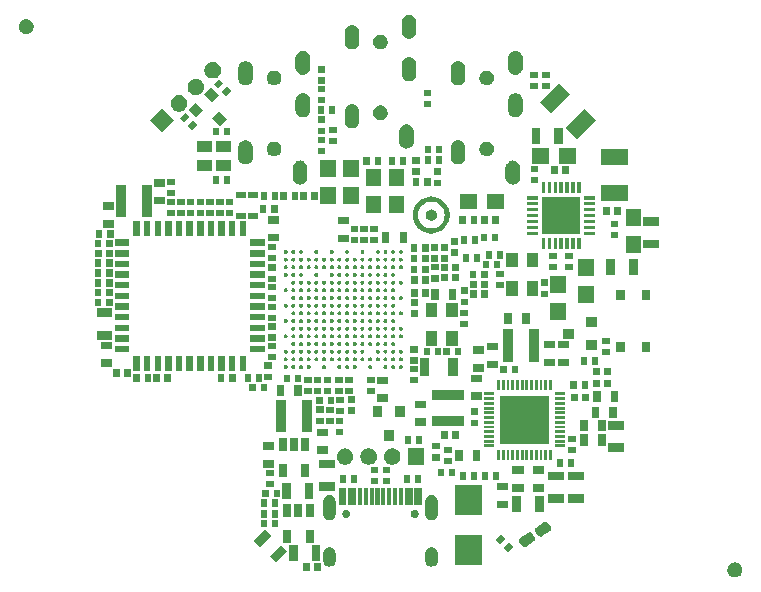
<source format=gts>
%MOIN*%
%OFA0B0*%
%FSLAX46Y46*%
%IPPOS*%
%LPD*%
%ADD10C,0.0039370078740157488*%
%ADD21C,0.0039370078740157488*%
%ADD22C,0.0039370078740157488*%
D10*
G36*
X0001060629Y0000075000D02*
G01*
X0001039370Y0000075000D01*
X0001039370Y0000100196D01*
X0001060629Y0000100196D01*
X0001060629Y0000075000D01*
G37*
G36*
X0001023622Y0000075000D02*
G01*
X0001002362Y0000075000D01*
X0001002362Y0000100196D01*
X0001023622Y0000100196D01*
X0001023622Y0000075000D01*
G37*
G36*
X0001433934Y0000154231D02*
G01*
X0001437793Y0000153060D01*
X0001437793Y0000153060D01*
X0001437793Y0000153060D01*
X0001441350Y0000151159D01*
X0001444467Y0000148601D01*
X0001447025Y0000145484D01*
X0001448926Y0000141927D01*
X0001448926Y0000141927D01*
X0001450097Y0000138068D01*
X0001450393Y0000135060D01*
X0001450393Y0000109427D01*
X0001450097Y0000106419D01*
X0001448926Y0000102560D01*
X0001448926Y0000102560D01*
X0001448926Y0000102560D01*
X0001447025Y0000099004D01*
X0001444467Y0000095886D01*
X0001441350Y0000093328D01*
X0001437793Y0000091427D01*
X0001437793Y0000091427D01*
X0001433934Y0000090256D01*
X0001429921Y0000089861D01*
X0001425907Y0000090256D01*
X0001422048Y0000091427D01*
X0001422048Y0000091427D01*
X0001418492Y0000093328D01*
X0001415375Y0000095886D01*
X0001412816Y0000099004D01*
X0001410915Y0000102560D01*
X0001410611Y0000103564D01*
X0001409745Y0000106419D01*
X0001409640Y0000107480D01*
X0001409448Y0000109427D01*
X0001409448Y0000135060D01*
X0001409745Y0000138068D01*
X0001410915Y0000141927D01*
X0001410915Y0000141927D01*
X0001412816Y0000145484D01*
X0001415375Y0000148601D01*
X0001418492Y0000151159D01*
X0001422048Y0000153060D01*
X0001422048Y0000153060D01*
X0001422048Y0000153060D01*
X0001425907Y0000154231D01*
X0001429921Y0000154626D01*
X0001433934Y0000154231D01*
G37*
G36*
X0001093777Y0000154231D02*
G01*
X0001097636Y0000153060D01*
X0001097636Y0000153060D01*
X0001097636Y0000153060D01*
X0001101192Y0000151159D01*
X0001104310Y0000148601D01*
X0001106868Y0000145484D01*
X0001108769Y0000141927D01*
X0001108769Y0000141927D01*
X0001109940Y0000138068D01*
X0001110236Y0000135060D01*
X0001110236Y0000109427D01*
X0001109940Y0000106419D01*
X0001108769Y0000102560D01*
X0001108769Y0000102560D01*
X0001108769Y0000102560D01*
X0001106868Y0000099004D01*
X0001104310Y0000095886D01*
X0001101192Y0000093328D01*
X0001097636Y0000091427D01*
X0001097636Y0000091427D01*
X0001093777Y0000090256D01*
X0001089763Y0000089861D01*
X0001085750Y0000090256D01*
X0001081891Y0000091427D01*
X0001081891Y0000091427D01*
X0001078334Y0000093328D01*
X0001075217Y0000095886D01*
X0001072659Y0000099004D01*
X0001070758Y0000102560D01*
X0001070453Y0000103564D01*
X0001069587Y0000106419D01*
X0001069483Y0000107480D01*
X0001069291Y0000109427D01*
X0001069291Y0000135060D01*
X0001069587Y0000138068D01*
X0001070758Y0000141927D01*
X0001070758Y0000141927D01*
X0001072659Y0000145484D01*
X0001075217Y0000148601D01*
X0001078334Y0000151159D01*
X0001081891Y0000153060D01*
X0001081891Y0000153060D01*
X0001081891Y0000153060D01*
X0001085750Y0000154231D01*
X0001089763Y0000154626D01*
X0001093777Y0000154231D01*
G37*
G36*
X0001599212Y0000093700D02*
G01*
X0001507086Y0000093700D01*
X0001507086Y0000193700D01*
X0001599212Y0000193700D01*
X0001599212Y0000093700D01*
G37*
G36*
X0000948115Y0000140369D02*
G01*
X0000910811Y0000103065D01*
X0000890211Y0000123665D01*
X0000927515Y0000160970D01*
X0000948115Y0000140369D01*
G37*
G36*
X0000985039Y0000107480D02*
G01*
X0000955905Y0000107480D01*
X0000955905Y0000160236D01*
X0000985039Y0000160236D01*
X0000985039Y0000107480D01*
G37*
G36*
X0001059842Y0000107480D02*
G01*
X0001030708Y0000107480D01*
X0001030708Y0000160236D01*
X0001059842Y0000160236D01*
X0001059842Y0000107480D01*
G37*
G36*
X0001702737Y0000155630D02*
G01*
X0001684920Y0000137813D01*
X0001669887Y0000152846D01*
X0001687704Y0000170663D01*
X0001702737Y0000155630D01*
G37*
G36*
X0001759264Y0000204045D02*
G01*
X0001760816Y0000203582D01*
X0001762248Y0000202825D01*
X0001763504Y0000201802D01*
X0001764568Y0000200517D01*
X0001774862Y0000185257D01*
X0001775654Y0000183789D01*
X0001776131Y0000182241D01*
X0001776297Y0000180630D01*
X0001776146Y0000179017D01*
X0001775682Y0000177465D01*
X0001774925Y0000176033D01*
X0001773902Y0000174776D01*
X0001772618Y0000173712D01*
X0001745118Y0000155163D01*
X0001743650Y0000154370D01*
X0001742102Y0000153893D01*
X0001740490Y0000153728D01*
X0001738878Y0000153879D01*
X0001737325Y0000154343D01*
X0001735894Y0000155100D01*
X0001734637Y0000156122D01*
X0001733573Y0000157407D01*
X0001723280Y0000172667D01*
X0001722487Y0000174136D01*
X0001722010Y0000175684D01*
X0001721844Y0000177295D01*
X0001721996Y0000178908D01*
X0001722459Y0000180460D01*
X0001723216Y0000181892D01*
X0001724239Y0000183148D01*
X0001725524Y0000184212D01*
X0001753024Y0000202761D01*
X0001754492Y0000203554D01*
X0001756040Y0000204031D01*
X0001757651Y0000204197D01*
X0001759264Y0000204045D01*
G37*
G36*
X0000895222Y0000193263D02*
G01*
X0000857917Y0000155959D01*
X0000837317Y0000176559D01*
X0000874621Y0000213863D01*
X0000895222Y0000193263D01*
G37*
G36*
X0001676568Y0000181798D02*
G01*
X0001658752Y0000163982D01*
X0001643719Y0000179015D01*
X0001661535Y0000196832D01*
X0001676568Y0000181798D01*
G37*
G36*
X0000962401Y0000169291D02*
G01*
X0000935236Y0000169291D01*
X0000935236Y0000212598D01*
X0000962401Y0000212598D01*
X0000962401Y0000169291D01*
G37*
G36*
X0001037204Y0000169291D02*
G01*
X0001010039Y0000169291D01*
X0001010039Y0000212598D01*
X0001037204Y0000212598D01*
X0001037204Y0000169291D01*
G37*
G36*
X0001812303Y0000239820D02*
G01*
X0001813855Y0000239357D01*
X0001815286Y0000238600D01*
X0001816543Y0000237577D01*
X0001817607Y0000236292D01*
X0001827900Y0000221032D01*
X0001828693Y0000219564D01*
X0001829170Y0000218016D01*
X0001829336Y0000216405D01*
X0001829184Y0000214792D01*
X0001828721Y0000213240D01*
X0001827964Y0000211808D01*
X0001826941Y0000210551D01*
X0001825656Y0000209487D01*
X0001798156Y0000190939D01*
X0001796688Y0000190146D01*
X0001795140Y0000189669D01*
X0001793529Y0000189503D01*
X0001791916Y0000189655D01*
X0001790364Y0000190118D01*
X0001788933Y0000190875D01*
X0001787676Y0000191898D01*
X0001786612Y0000193182D01*
X0001776319Y0000208443D01*
X0001775526Y0000209911D01*
X0001775049Y0000211459D01*
X0001774883Y0000213070D01*
X0001775035Y0000214683D01*
X0001775498Y0000216235D01*
X0001776255Y0000217667D01*
X0001777278Y0000218924D01*
X0001778563Y0000219987D01*
X0001806062Y0000238536D01*
X0001807531Y0000239329D01*
X0001809079Y0000239806D01*
X0001810690Y0000239972D01*
X0001812303Y0000239820D01*
G37*
G36*
X0000881889Y0000220669D02*
G01*
X0000860629Y0000220669D01*
X0000860629Y0000245866D01*
X0000881889Y0000245866D01*
X0000881889Y0000220669D01*
G37*
G36*
X0000918897Y0000220669D02*
G01*
X0000897637Y0000220669D01*
X0000897637Y0000245866D01*
X0000918897Y0000245866D01*
X0000918897Y0000220669D01*
G37*
G36*
X0001433934Y0000328640D02*
G01*
X0001437793Y0000327470D01*
X0001437793Y0000327470D01*
X0001437793Y0000327470D01*
X0001441350Y0000325569D01*
X0001444467Y0000323010D01*
X0001447025Y0000319893D01*
X0001448926Y0000316337D01*
X0001448926Y0000316336D01*
X0001450097Y0000312477D01*
X0001450393Y0000309470D01*
X0001450393Y0000264151D01*
X0001450097Y0000261144D01*
X0001448926Y0000257285D01*
X0001448926Y0000257284D01*
X0001448926Y0000257284D01*
X0001447025Y0000253728D01*
X0001444467Y0000250611D01*
X0001441350Y0000248052D01*
X0001437793Y0000246151D01*
X0001437793Y0000246151D01*
X0001433934Y0000244981D01*
X0001429921Y0000244585D01*
X0001425907Y0000244981D01*
X0001422048Y0000246151D01*
X0001422048Y0000246151D01*
X0001418492Y0000248052D01*
X0001415375Y0000250611D01*
X0001412816Y0000253728D01*
X0001410915Y0000257284D01*
X0001410915Y0000257284D01*
X0001410915Y0000257285D01*
X0001409745Y0000261144D01*
X0001409448Y0000264151D01*
X0001409448Y0000309470D01*
X0001409745Y0000312477D01*
X0001410915Y0000316336D01*
X0001410915Y0000316337D01*
X0001412816Y0000319893D01*
X0001415375Y0000323010D01*
X0001418492Y0000325569D01*
X0001422048Y0000327470D01*
X0001422048Y0000327470D01*
X0001422048Y0000327470D01*
X0001425907Y0000328640D01*
X0001429921Y0000329036D01*
X0001433934Y0000328640D01*
G37*
G36*
X0001093777Y0000328640D02*
G01*
X0001097636Y0000327470D01*
X0001097636Y0000327470D01*
X0001097636Y0000327470D01*
X0001101192Y0000325569D01*
X0001104310Y0000323010D01*
X0001106868Y0000319893D01*
X0001108769Y0000316337D01*
X0001108769Y0000316336D01*
X0001109940Y0000312477D01*
X0001110236Y0000309470D01*
X0001110236Y0000264151D01*
X0001109940Y0000261144D01*
X0001108769Y0000257285D01*
X0001108769Y0000257284D01*
X0001108769Y0000257284D01*
X0001106868Y0000253728D01*
X0001104310Y0000250611D01*
X0001101192Y0000248052D01*
X0001097636Y0000246151D01*
X0001097636Y0000246151D01*
X0001093777Y0000244981D01*
X0001089763Y0000244585D01*
X0001085750Y0000244981D01*
X0001081891Y0000246151D01*
X0001081891Y0000246151D01*
X0001078334Y0000248052D01*
X0001075217Y0000250611D01*
X0001072659Y0000253728D01*
X0001070758Y0000257284D01*
X0001070758Y0000257284D01*
X0001070758Y0000257285D01*
X0001069587Y0000261144D01*
X0001069291Y0000264151D01*
X0001069291Y0000309470D01*
X0001069587Y0000312477D01*
X0001070758Y0000316336D01*
X0001070758Y0000316337D01*
X0001072659Y0000319893D01*
X0001075217Y0000323010D01*
X0001078334Y0000325569D01*
X0001081891Y0000327470D01*
X0001081891Y0000327470D01*
X0001081891Y0000327470D01*
X0001085750Y0000328640D01*
X0001089763Y0000329036D01*
X0001093777Y0000328640D01*
G37*
G36*
X0001377583Y0000279005D02*
G01*
X0001378819Y0000278493D01*
X0001380055Y0000277981D01*
X0001382280Y0000276495D01*
X0001384172Y0000274603D01*
X0001385658Y0000272378D01*
X0001386170Y0000271142D01*
X0001386682Y0000269906D01*
X0001387204Y0000267282D01*
X0001387204Y0000264607D01*
X0001386682Y0000261982D01*
X0001386335Y0000261144D01*
X0001385658Y0000259511D01*
X0001384172Y0000257286D01*
X0001382280Y0000255394D01*
X0001380055Y0000253907D01*
X0001378819Y0000253396D01*
X0001377583Y0000252884D01*
X0001374959Y0000252362D01*
X0001372284Y0000252362D01*
X0001369660Y0000252884D01*
X0001368424Y0000253396D01*
X0001367188Y0000253907D01*
X0001364963Y0000255394D01*
X0001363071Y0000257286D01*
X0001361585Y0000259511D01*
X0001360908Y0000261144D01*
X0001360561Y0000261982D01*
X0001360039Y0000264607D01*
X0001360039Y0000267282D01*
X0001360561Y0000269906D01*
X0001361073Y0000271142D01*
X0001361585Y0000272378D01*
X0001363071Y0000274603D01*
X0001364963Y0000276495D01*
X0001367188Y0000277981D01*
X0001368424Y0000278493D01*
X0001369660Y0000279005D01*
X0001372284Y0000279527D01*
X0001374959Y0000279527D01*
X0001377583Y0000279005D01*
G37*
G36*
X0001150024Y0000279005D02*
G01*
X0001151260Y0000278493D01*
X0001152496Y0000277981D01*
X0001154721Y0000276495D01*
X0001156613Y0000274603D01*
X0001158099Y0000272378D01*
X0001158611Y0000271142D01*
X0001159123Y0000269906D01*
X0001159645Y0000267282D01*
X0001159645Y0000264607D01*
X0001159123Y0000261982D01*
X0001158776Y0000261144D01*
X0001158099Y0000259511D01*
X0001156613Y0000257286D01*
X0001154721Y0000255394D01*
X0001152496Y0000253907D01*
X0001151260Y0000253396D01*
X0001150024Y0000252884D01*
X0001147400Y0000252362D01*
X0001144725Y0000252362D01*
X0001142101Y0000252884D01*
X0001140865Y0000253396D01*
X0001139629Y0000253907D01*
X0001137404Y0000255394D01*
X0001135512Y0000257286D01*
X0001134026Y0000259511D01*
X0001133349Y0000261144D01*
X0001133002Y0000261982D01*
X0001132480Y0000264607D01*
X0001132480Y0000267282D01*
X0001133002Y0000269906D01*
X0001133514Y0000271142D01*
X0001134026Y0000272378D01*
X0001135512Y0000274603D01*
X0001137404Y0000276495D01*
X0001139629Y0000277981D01*
X0001140865Y0000278493D01*
X0001142101Y0000279005D01*
X0001144725Y0000279527D01*
X0001147400Y0000279527D01*
X0001150024Y0000279005D01*
G37*
G36*
X0000881889Y0000253149D02*
G01*
X0000860629Y0000253149D01*
X0000860629Y0000278346D01*
X0000881889Y0000278346D01*
X0000881889Y0000253149D01*
G37*
G36*
X0000918897Y0000253149D02*
G01*
X0000897637Y0000253149D01*
X0000897637Y0000278346D01*
X0000918897Y0000278346D01*
X0000918897Y0000253149D01*
G37*
G36*
X0000962401Y0000255905D02*
G01*
X0000935236Y0000255905D01*
X0000935236Y0000299212D01*
X0000962401Y0000299212D01*
X0000962401Y0000255905D01*
G37*
G36*
X0000999803Y0000255905D02*
G01*
X0000972637Y0000255905D01*
X0000972637Y0000299212D01*
X0000999803Y0000299212D01*
X0000999803Y0000255905D01*
G37*
G36*
X0001037204Y0000255905D02*
G01*
X0001010039Y0000255905D01*
X0001010039Y0000299212D01*
X0001037204Y0000299212D01*
X0001037204Y0000255905D01*
G37*
G36*
X0001599212Y0000262992D02*
G01*
X0001507086Y0000262992D01*
X0001507086Y0000362992D01*
X0001599212Y0000362992D01*
X0001599212Y0000262992D01*
G37*
G36*
X0001729133Y0000272834D02*
G01*
X0001700000Y0000272834D01*
X0001700000Y0000325590D01*
X0001729133Y0000325590D01*
X0001729133Y0000272834D01*
G37*
G36*
X0001803936Y0000272834D02*
G01*
X0001774803Y0000272834D01*
X0001774803Y0000325590D01*
X0001803936Y0000325590D01*
X0001803936Y0000272834D01*
G37*
G36*
X0001685826Y0000284645D02*
G01*
X0001648818Y0000284645D01*
X0001648818Y0000309842D01*
X0001685826Y0000309842D01*
X0001685826Y0000284645D01*
G37*
G36*
X0000881889Y0000288582D02*
G01*
X0000860629Y0000288582D01*
X0000860629Y0000313779D01*
X0000881889Y0000313779D01*
X0000881889Y0000288582D01*
G37*
G36*
X0000918897Y0000288582D02*
G01*
X0000897637Y0000288582D01*
X0000897637Y0000313779D01*
X0000918897Y0000313779D01*
X0000918897Y0000288582D01*
G37*
G36*
X0001315748Y0000293503D02*
G01*
X0001302362Y0000293503D01*
X0001302362Y0000352165D01*
X0001315748Y0000352165D01*
X0001315748Y0000293503D01*
G37*
G36*
X0001177952Y0000293503D02*
G01*
X0001152755Y0000293503D01*
X0001152755Y0000352165D01*
X0001177952Y0000352165D01*
X0001177952Y0000293503D01*
G37*
G36*
X0001146456Y0000293503D02*
G01*
X0001121259Y0000293503D01*
X0001121259Y0000352165D01*
X0001146456Y0000352165D01*
X0001146456Y0000293503D01*
G37*
G36*
X0001217322Y0000293503D02*
G01*
X0001203937Y0000293503D01*
X0001203937Y0000352165D01*
X0001217322Y0000352165D01*
X0001217322Y0000293503D01*
G37*
G36*
X0001237007Y0000293503D02*
G01*
X0001223622Y0000293503D01*
X0001223622Y0000352165D01*
X0001237007Y0000352165D01*
X0001237007Y0000293503D01*
G37*
G36*
X0001256692Y0000293503D02*
G01*
X0001243307Y0000293503D01*
X0001243307Y0000352165D01*
X0001256692Y0000352165D01*
X0001256692Y0000293503D01*
G37*
G36*
X0001276377Y0000293503D02*
G01*
X0001262992Y0000293503D01*
X0001262992Y0000352165D01*
X0001276377Y0000352165D01*
X0001276377Y0000293503D01*
G37*
G36*
X0001296062Y0000293503D02*
G01*
X0001282677Y0000293503D01*
X0001282677Y0000352165D01*
X0001296062Y0000352165D01*
X0001296062Y0000293503D01*
G37*
G36*
X0001197637Y0000293503D02*
G01*
X0001184251Y0000293503D01*
X0001184251Y0000352165D01*
X0001197637Y0000352165D01*
X0001197637Y0000293503D01*
G37*
G36*
X0001335433Y0000293503D02*
G01*
X0001322047Y0000293503D01*
X0001322047Y0000352165D01*
X0001335433Y0000352165D01*
X0001335433Y0000293503D01*
G37*
G36*
X0001366929Y0000293503D02*
G01*
X0001341732Y0000293503D01*
X0001341732Y0000352165D01*
X0001366929Y0000352165D01*
X0001366929Y0000293503D01*
G37*
G36*
X0001398425Y0000293503D02*
G01*
X0001373228Y0000293503D01*
X0001373228Y0000352165D01*
X0001398425Y0000352165D01*
X0001398425Y0000293503D01*
G37*
G36*
X0001870866Y0000302362D02*
G01*
X0001818110Y0000302362D01*
X0001818110Y0000331496D01*
X0001870866Y0000331496D01*
X0001870866Y0000302362D01*
G37*
G36*
X0001937795Y0000302362D02*
G01*
X0001885039Y0000302362D01*
X0001885039Y0000331496D01*
X0001937795Y0000331496D01*
X0001937795Y0000302362D01*
G37*
G36*
X0001036220Y0000316141D02*
G01*
X0001007086Y0000316141D01*
X0001007086Y0000368897D01*
X0001036220Y0000368897D01*
X0001036220Y0000316141D01*
G37*
G36*
X0000961417Y0000316141D02*
G01*
X0000932283Y0000316141D01*
X0000932283Y0000368897D01*
X0000961417Y0000368897D01*
X0000961417Y0000316141D01*
G37*
G36*
X0000924803Y0000321062D02*
G01*
X0000903543Y0000321062D01*
X0000903543Y0000346259D01*
X0000924803Y0000346259D01*
X0000924803Y0000321062D01*
G37*
G36*
X0000887795Y0000321062D02*
G01*
X0000866535Y0000321062D01*
X0000866535Y0000346259D01*
X0000887795Y0000346259D01*
X0000887795Y0000321062D01*
G37*
G36*
X0001803936Y0000339763D02*
G01*
X0001766929Y0000339763D01*
X0001766929Y0000364960D01*
X0001803936Y0000364960D01*
X0001803936Y0000339763D01*
G37*
G36*
X0001737007Y0000339763D02*
G01*
X0001700000Y0000339763D01*
X0001700000Y0000364960D01*
X0001737007Y0000364960D01*
X0001737007Y0000339763D01*
G37*
G36*
X0001108070Y0000342716D02*
G01*
X0001055314Y0000342716D01*
X0001055314Y0000371850D01*
X0001108070Y0000371850D01*
X0001108070Y0000342716D01*
G37*
G36*
X0001685826Y0000343700D02*
G01*
X0001648818Y0000343700D01*
X0001648818Y0000368897D01*
X0001685826Y0000368897D01*
X0001685826Y0000343700D01*
G37*
G36*
X0000904330Y0000353740D02*
G01*
X0000879133Y0000353740D01*
X0000879133Y0000375000D01*
X0000904330Y0000375000D01*
X0000904330Y0000353740D01*
G37*
G36*
X0001292125Y0000364566D02*
G01*
X0001266929Y0000364566D01*
X0001266929Y0000385826D01*
X0001292125Y0000385826D01*
X0001292125Y0000364566D01*
G37*
G36*
X0001252755Y0000364566D02*
G01*
X0001227559Y0000364566D01*
X0001227559Y0000385826D01*
X0001252755Y0000385826D01*
X0001252755Y0000364566D01*
G37*
G36*
X0001395275Y0000369291D02*
G01*
X0001374015Y0000369291D01*
X0001374015Y0000394488D01*
X0001395275Y0000394488D01*
X0001395275Y0000369291D01*
G37*
G36*
X0001182677Y0000369291D02*
G01*
X0001161417Y0000369291D01*
X0001161417Y0000394488D01*
X0001182677Y0000394488D01*
X0001182677Y0000369291D01*
G37*
G36*
X0001358267Y0000369291D02*
G01*
X0001337007Y0000369291D01*
X0001337007Y0000394488D01*
X0001358267Y0000394488D01*
X0001358267Y0000369291D01*
G37*
G36*
X0001145669Y0000369291D02*
G01*
X0001124409Y0000369291D01*
X0001124409Y0000394488D01*
X0001145669Y0000394488D01*
X0001145669Y0000369291D01*
G37*
G36*
X0001870866Y0000377165D02*
G01*
X0001818110Y0000377165D01*
X0001818110Y0000406299D01*
X0001870866Y0000406299D01*
X0001870866Y0000377165D01*
G37*
G36*
X0001937795Y0000377165D02*
G01*
X0001885039Y0000377165D01*
X0001885039Y0000406299D01*
X0001937795Y0000406299D01*
X0001937795Y0000377165D01*
G37*
G36*
X0001618110Y0000379133D02*
G01*
X0001596850Y0000379133D01*
X0001596850Y0000404330D01*
X0001618110Y0000404330D01*
X0001618110Y0000379133D01*
G37*
G36*
X0001582283Y0000379133D02*
G01*
X0001561023Y0000379133D01*
X0001561023Y0000404330D01*
X0001582283Y0000404330D01*
X0001582283Y0000379133D01*
G37*
G36*
X0001655118Y0000379133D02*
G01*
X0001633858Y0000379133D01*
X0001633858Y0000404330D01*
X0001655118Y0000404330D01*
X0001655118Y0000379133D01*
G37*
G36*
X0001545275Y0000379133D02*
G01*
X0001524015Y0000379133D01*
X0001524015Y0000404330D01*
X0001545275Y0000404330D01*
X0001545275Y0000379133D01*
G37*
G36*
X0001022440Y0000386811D02*
G01*
X0000995275Y0000386811D01*
X0000995275Y0000430118D01*
X0001022440Y0000430118D01*
X0001022440Y0000386811D01*
G37*
G36*
X0000947637Y0000386811D02*
G01*
X0000920472Y0000386811D01*
X0000920472Y0000430118D01*
X0000947637Y0000430118D01*
X0000947637Y0000386811D01*
G37*
G36*
X0000904330Y0000390747D02*
G01*
X0000879133Y0000390747D01*
X0000879133Y0000412007D01*
X0000904330Y0000412007D01*
X0000904330Y0000390747D01*
G37*
G36*
X0001472440Y0000390944D02*
G01*
X0001451181Y0000390944D01*
X0001451181Y0000416141D01*
X0001472440Y0000416141D01*
X0001472440Y0000390944D01*
G37*
G36*
X0001509448Y0000390944D02*
G01*
X0001488188Y0000390944D01*
X0001488188Y0000416141D01*
X0001509448Y0000416141D01*
X0001509448Y0000390944D01*
G37*
G36*
X0001737007Y0000398818D02*
G01*
X0001700000Y0000398818D01*
X0001700000Y0000424015D01*
X0001737007Y0000424015D01*
X0001737007Y0000398818D01*
G37*
G36*
X0001803936Y0000398818D02*
G01*
X0001766929Y0000398818D01*
X0001766929Y0000424015D01*
X0001803936Y0000424015D01*
X0001803936Y0000398818D01*
G37*
G36*
X0001252755Y0000401574D02*
G01*
X0001227559Y0000401574D01*
X0001227559Y0000422834D01*
X0001252755Y0000422834D01*
X0001252755Y0000401574D01*
G37*
G36*
X0001292125Y0000401574D02*
G01*
X0001266929Y0000401574D01*
X0001266929Y0000422834D01*
X0001292125Y0000422834D01*
X0001292125Y0000401574D01*
G37*
G36*
X0001108070Y0000417519D02*
G01*
X0001055314Y0000417519D01*
X0001055314Y0000446653D01*
X0001108070Y0000446653D01*
X0001108070Y0000417519D01*
G37*
G36*
X0000904330Y0000419488D02*
G01*
X0000867322Y0000419488D01*
X0000867322Y0000444685D01*
X0000904330Y0000444685D01*
X0000904330Y0000419488D01*
G37*
G36*
X0001905118Y0000422440D02*
G01*
X0001883858Y0000422440D01*
X0001883858Y0000447637D01*
X0001905118Y0000447637D01*
X0001905118Y0000422440D01*
G37*
G36*
X0001868110Y0000422440D02*
G01*
X0001846850Y0000422440D01*
X0001846850Y0000447637D01*
X0001868110Y0000447637D01*
X0001868110Y0000422440D01*
G37*
G36*
X0001307193Y0000483003D02*
G01*
X0001312173Y0000480940D01*
X0001316655Y0000477946D01*
X0001320466Y0000474135D01*
X0001323460Y0000469653D01*
X0001325523Y0000464674D01*
X0001326574Y0000459387D01*
X0001326574Y0000453997D01*
X0001325523Y0000448711D01*
X0001323460Y0000443732D01*
X0001320466Y0000439250D01*
X0001316655Y0000435439D01*
X0001312173Y0000432444D01*
X0001307193Y0000430382D01*
X0001301907Y0000429330D01*
X0001296517Y0000429330D01*
X0001291231Y0000430382D01*
X0001286251Y0000432444D01*
X0001281770Y0000435439D01*
X0001277958Y0000439250D01*
X0001274964Y0000443732D01*
X0001272901Y0000448711D01*
X0001271850Y0000453997D01*
X0001271850Y0000459387D01*
X0001272901Y0000464674D01*
X0001274964Y0000469653D01*
X0001277958Y0000474135D01*
X0001281770Y0000477946D01*
X0001286251Y0000480940D01*
X0001291231Y0000483003D01*
X0001296517Y0000484055D01*
X0001301907Y0000484055D01*
X0001307193Y0000483003D01*
G37*
G36*
X0001149713Y0000483003D02*
G01*
X0001154693Y0000480940D01*
X0001159174Y0000477946D01*
X0001162985Y0000474135D01*
X0001165980Y0000469653D01*
X0001168042Y0000464674D01*
X0001169094Y0000459387D01*
X0001169094Y0000453997D01*
X0001168042Y0000448711D01*
X0001165980Y0000443732D01*
X0001162985Y0000439250D01*
X0001159174Y0000435439D01*
X0001154693Y0000432444D01*
X0001149713Y0000430382D01*
X0001144427Y0000429330D01*
X0001139037Y0000429330D01*
X0001133750Y0000430382D01*
X0001128771Y0000432444D01*
X0001124289Y0000435439D01*
X0001120478Y0000439250D01*
X0001117484Y0000443732D01*
X0001115421Y0000448711D01*
X0001114370Y0000453997D01*
X0001114370Y0000459387D01*
X0001115421Y0000464674D01*
X0001117484Y0000469653D01*
X0001120478Y0000474135D01*
X0001124289Y0000477946D01*
X0001128771Y0000480940D01*
X0001133750Y0000483003D01*
X0001139037Y0000484055D01*
X0001144427Y0000484055D01*
X0001149713Y0000483003D01*
G37*
G36*
X0001228453Y0000483003D02*
G01*
X0001233433Y0000480940D01*
X0001237914Y0000477946D01*
X0001241726Y0000474135D01*
X0001244720Y0000469653D01*
X0001246783Y0000464674D01*
X0001247834Y0000459387D01*
X0001247834Y0000453997D01*
X0001246783Y0000448711D01*
X0001244720Y0000443732D01*
X0001241726Y0000439250D01*
X0001237914Y0000435439D01*
X0001233433Y0000432444D01*
X0001228453Y0000430382D01*
X0001223167Y0000429330D01*
X0001217777Y0000429330D01*
X0001212491Y0000430382D01*
X0001207511Y0000432444D01*
X0001203030Y0000435439D01*
X0001199218Y0000439250D01*
X0001196224Y0000443732D01*
X0001194161Y0000448711D01*
X0001193110Y0000453997D01*
X0001193110Y0000459387D01*
X0001194161Y0000464674D01*
X0001196224Y0000469653D01*
X0001199218Y0000474135D01*
X0001203030Y0000477946D01*
X0001207511Y0000480940D01*
X0001212491Y0000483003D01*
X0001217777Y0000484055D01*
X0001223167Y0000484055D01*
X0001228453Y0000483003D01*
G37*
G36*
X0001405314Y0000429330D02*
G01*
X0001350590Y0000429330D01*
X0001350590Y0000484055D01*
X0001405314Y0000484055D01*
X0001405314Y0000429330D01*
G37*
G36*
X0001496850Y0000430511D02*
G01*
X0001471653Y0000430511D01*
X0001471653Y0000451771D01*
X0001496850Y0000451771D01*
X0001496850Y0000430511D01*
G37*
G36*
X0001534251Y0000442125D02*
G01*
X0001509055Y0000442125D01*
X0001509055Y0000479133D01*
X0001534251Y0000479133D01*
X0001534251Y0000442125D01*
G37*
G36*
X0001593307Y0000442125D02*
G01*
X0001568110Y0000442125D01*
X0001568110Y0000479133D01*
X0001593307Y0000479133D01*
X0001593307Y0000442125D01*
G37*
G36*
X0001457480Y0000443307D02*
G01*
X0001432283Y0000443307D01*
X0001432283Y0000464566D01*
X0001457480Y0000464566D01*
X0001457480Y0000443307D01*
G37*
G36*
X0001721259Y0000445078D02*
G01*
X0001711811Y0000445078D01*
X0001711811Y0000478149D01*
X0001721259Y0000478149D01*
X0001721259Y0000445078D01*
G37*
G36*
X0001658267Y0000445078D02*
G01*
X0001648818Y0000445078D01*
X0001648818Y0000478149D01*
X0001658267Y0000478149D01*
X0001658267Y0000445078D01*
G37*
G36*
X0001800000Y0000445078D02*
G01*
X0001790551Y0000445078D01*
X0001790551Y0000478149D01*
X0001800000Y0000478149D01*
X0001800000Y0000445078D01*
G37*
G36*
X0001815748Y0000445078D02*
G01*
X0001806299Y0000445078D01*
X0001806299Y0000478149D01*
X0001815748Y0000478149D01*
X0001815748Y0000445078D01*
G37*
G36*
X0001831496Y0000445078D02*
G01*
X0001822047Y0000445078D01*
X0001822047Y0000478149D01*
X0001831496Y0000478149D01*
X0001831496Y0000445078D01*
G37*
G36*
X0001784251Y0000445078D02*
G01*
X0001774803Y0000445078D01*
X0001774803Y0000478149D01*
X0001784251Y0000478149D01*
X0001784251Y0000445078D01*
G37*
G36*
X0001674015Y0000445078D02*
G01*
X0001664566Y0000445078D01*
X0001664566Y0000478149D01*
X0001674015Y0000478149D01*
X0001674015Y0000445078D01*
G37*
G36*
X0001752755Y0000445078D02*
G01*
X0001743307Y0000445078D01*
X0001743307Y0000478149D01*
X0001752755Y0000478149D01*
X0001752755Y0000445078D01*
G37*
G36*
X0001737007Y0000445078D02*
G01*
X0001727559Y0000445078D01*
X0001727559Y0000478149D01*
X0001737007Y0000478149D01*
X0001737007Y0000445078D01*
G37*
G36*
X0001705511Y0000445078D02*
G01*
X0001696062Y0000445078D01*
X0001696062Y0000478149D01*
X0001705511Y0000478149D01*
X0001705511Y0000445078D01*
G37*
G36*
X0001689763Y0000445078D02*
G01*
X0001680314Y0000445078D01*
X0001680314Y0000478149D01*
X0001689763Y0000478149D01*
X0001689763Y0000445078D01*
G37*
G36*
X0001768503Y0000445078D02*
G01*
X0001759055Y0000445078D01*
X0001759055Y0000478149D01*
X0001768503Y0000478149D01*
X0001768503Y0000445078D01*
G37*
G36*
X0001085433Y0000465747D02*
G01*
X0001048425Y0000465747D01*
X0001048425Y0000490944D01*
X0001085433Y0000490944D01*
X0001085433Y0000465747D01*
G37*
G36*
X0001910236Y0000466929D02*
G01*
X0001885039Y0000466929D01*
X0001885039Y0000488188D01*
X0001910236Y0000488188D01*
X0001910236Y0000466929D01*
G37*
G36*
X0001496850Y0000467519D02*
G01*
X0001471653Y0000467519D01*
X0001471653Y0000488779D01*
X0001496850Y0000488779D01*
X0001496850Y0000467519D01*
G37*
G36*
X0002072637Y0000471653D02*
G01*
X0002019881Y0000471653D01*
X0002019881Y0000500787D01*
X0002072637Y0000500787D01*
X0002072637Y0000471653D01*
G37*
G36*
X0000947637Y0000473425D02*
G01*
X0000920472Y0000473425D01*
X0000920472Y0000516732D01*
X0000947637Y0000516732D01*
X0000947637Y0000473425D01*
G37*
G36*
X0001022440Y0000473425D02*
G01*
X0000995275Y0000473425D01*
X0000995275Y0000516732D01*
X0001022440Y0000516732D01*
X0001022440Y0000473425D01*
G37*
G36*
X0000985039Y0000473425D02*
G01*
X0000957874Y0000473425D01*
X0000957874Y0000516732D01*
X0000985039Y0000516732D01*
X0000985039Y0000473425D01*
G37*
G36*
X0000904330Y0000478543D02*
G01*
X0000867322Y0000478543D01*
X0000867322Y0000503740D01*
X0000904330Y0000503740D01*
X0000904330Y0000478543D01*
G37*
G36*
X0001457480Y0000480314D02*
G01*
X0001432283Y0000480314D01*
X0001432283Y0000501574D01*
X0001457480Y0000501574D01*
X0001457480Y0000480314D01*
G37*
G36*
X0001873818Y0000487401D02*
G01*
X0001840747Y0000487401D01*
X0001840747Y0000496850D01*
X0001873818Y0000496850D01*
X0001873818Y0000487401D01*
G37*
G36*
X0001639566Y0000487401D02*
G01*
X0001606496Y0000487401D01*
X0001606496Y0000496850D01*
X0001639566Y0000496850D01*
X0001639566Y0000487401D01*
G37*
G36*
X0001951574Y0000493307D02*
G01*
X0001926377Y0000493307D01*
X0001926377Y0000530314D01*
X0001951574Y0000530314D01*
X0001951574Y0000493307D01*
G37*
G36*
X0002010629Y0000493307D02*
G01*
X0001985433Y0000493307D01*
X0001985433Y0000530314D01*
X0002010629Y0000530314D01*
X0002010629Y0000493307D01*
G37*
G36*
X0001820669Y0000498228D02*
G01*
X0001659645Y0000498228D01*
X0001659645Y0000659251D01*
X0001820669Y0000659251D01*
X0001820669Y0000498228D01*
G37*
G36*
X0001362204Y0000499212D02*
G01*
X0001340944Y0000499212D01*
X0001340944Y0000524409D01*
X0001362204Y0000524409D01*
X0001362204Y0000499212D01*
G37*
G36*
X0001399212Y0000499212D02*
G01*
X0001377952Y0000499212D01*
X0001377952Y0000524409D01*
X0001399212Y0000524409D01*
X0001399212Y0000499212D01*
G37*
G36*
X0001639566Y0000503149D02*
G01*
X0001606496Y0000503149D01*
X0001606496Y0000512598D01*
X0001639566Y0000512598D01*
X0001639566Y0000503149D01*
G37*
G36*
X0001873818Y0000503149D02*
G01*
X0001840747Y0000503149D01*
X0001840747Y0000512598D01*
X0001873818Y0000512598D01*
X0001873818Y0000503149D01*
G37*
G36*
X0001910236Y0000503936D02*
G01*
X0001885039Y0000503936D01*
X0001885039Y0000525196D01*
X0001910236Y0000525196D01*
X0001910236Y0000503936D01*
G37*
G36*
X0001303937Y0000509055D02*
G01*
X0001270866Y0000509055D01*
X0001270866Y0000546062D01*
X0001303937Y0000546062D01*
X0001303937Y0000509055D01*
G37*
G36*
X0001521259Y0000514960D02*
G01*
X0001499999Y0000514960D01*
X0001499999Y0000540157D01*
X0001521259Y0000540157D01*
X0001521259Y0000514960D01*
G37*
G36*
X0001484251Y0000514960D02*
G01*
X0001462992Y0000514960D01*
X0001462992Y0000540157D01*
X0001484251Y0000540157D01*
X0001484251Y0000514960D01*
G37*
G36*
X0001873818Y0000518897D02*
G01*
X0001840747Y0000518897D01*
X0001840747Y0000528346D01*
X0001873818Y0000528346D01*
X0001873818Y0000518897D01*
G37*
G36*
X0001639566Y0000518897D02*
G01*
X0001606496Y0000518897D01*
X0001606496Y0000528346D01*
X0001639566Y0000528346D01*
X0001639566Y0000518897D01*
G37*
G36*
X0001085433Y0000524803D02*
G01*
X0001048425Y0000524803D01*
X0001048425Y0000549999D01*
X0001085433Y0000549999D01*
X0001085433Y0000524803D01*
G37*
G36*
X0001136614Y0000526968D02*
G01*
X0001111417Y0000526968D01*
X0001111417Y0000548228D01*
X0001136614Y0000548228D01*
X0001136614Y0000526968D01*
G37*
G36*
X0001873818Y0000534645D02*
G01*
X0001840747Y0000534645D01*
X0001840747Y0000544094D01*
X0001873818Y0000544094D01*
X0001873818Y0000534645D01*
G37*
G36*
X0001639566Y0000534645D02*
G01*
X0001606496Y0000534645D01*
X0001606496Y0000544094D01*
X0001639566Y0000544094D01*
X0001639566Y0000534645D01*
G37*
G36*
X0001031299Y0000538582D02*
G01*
X0000998228Y0000538582D01*
X0000998228Y0000646456D01*
X0001031299Y0000646456D01*
X0001031299Y0000538582D01*
G37*
G36*
X0000944685Y0000538582D02*
G01*
X0000911614Y0000538582D01*
X0000911614Y0000646456D01*
X0000944685Y0000646456D01*
X0000944685Y0000538582D01*
G37*
G36*
X0002010629Y0000540551D02*
G01*
X0001985433Y0000540551D01*
X0001985433Y0000577559D01*
X0002010629Y0000577559D01*
X0002010629Y0000540551D01*
G37*
G36*
X0001951574Y0000540551D02*
G01*
X0001926377Y0000540551D01*
X0001926377Y0000577559D01*
X0001951574Y0000577559D01*
X0001951574Y0000540551D01*
G37*
G36*
X0002072637Y0000546456D02*
G01*
X0002019881Y0000546456D01*
X0002019881Y0000575590D01*
X0002072637Y0000575590D01*
X0002072637Y0000546456D01*
G37*
G36*
X0001639566Y0000550393D02*
G01*
X0001606496Y0000550393D01*
X0001606496Y0000559842D01*
X0001639566Y0000559842D01*
X0001639566Y0000550393D01*
G37*
G36*
X0001873818Y0000550393D02*
G01*
X0001840747Y0000550393D01*
X0001840747Y0000559842D01*
X0001873818Y0000559842D01*
X0001873818Y0000550393D01*
G37*
G36*
X0001538188Y0000558267D02*
G01*
X0001430314Y0000558267D01*
X0001430314Y0000591338D01*
X0001538188Y0000591338D01*
X0001538188Y0000558267D01*
G37*
G36*
X0001412204Y0000558267D02*
G01*
X0001375196Y0000558267D01*
X0001375196Y0000583464D01*
X0001412204Y0000583464D01*
X0001412204Y0000558267D01*
G37*
G36*
X0001585433Y0000558464D02*
G01*
X0001560236Y0000558464D01*
X0001560236Y0000579724D01*
X0001585433Y0000579724D01*
X0001585433Y0000558464D01*
G37*
G36*
X0001136614Y0000563976D02*
G01*
X0001111417Y0000563976D01*
X0001111417Y0000585236D01*
X0001136614Y0000585236D01*
X0001136614Y0000563976D01*
G37*
G36*
X0001104133Y0000564370D02*
G01*
X0001078937Y0000564370D01*
X0001078937Y0000585629D01*
X0001104133Y0000585629D01*
X0001104133Y0000564370D01*
G37*
G36*
X0001071653Y0000565354D02*
G01*
X0001046456Y0000565354D01*
X0001046456Y0000586614D01*
X0001071653Y0000586614D01*
X0001071653Y0000565354D01*
G37*
G36*
X0001873818Y0000566141D02*
G01*
X0001840747Y0000566141D01*
X0001840747Y0000575590D01*
X0001873818Y0000575590D01*
X0001873818Y0000566141D01*
G37*
G36*
X0001639566Y0000566141D02*
G01*
X0001606496Y0000566141D01*
X0001606496Y0000575590D01*
X0001639566Y0000575590D01*
X0001639566Y0000566141D01*
G37*
G36*
X0001639566Y0000581889D02*
G01*
X0001606496Y0000581889D01*
X0001606496Y0000591338D01*
X0001639566Y0000591338D01*
X0001639566Y0000581889D01*
G37*
G36*
X0001873818Y0000581889D02*
G01*
X0001840747Y0000581889D01*
X0001840747Y0000591338D01*
X0001873818Y0000591338D01*
X0001873818Y0000581889D01*
G37*
G36*
X0002048031Y0000585826D02*
G01*
X0002022834Y0000585826D01*
X0002022834Y0000622834D01*
X0002048031Y0000622834D01*
X0002048031Y0000585826D01*
G37*
G36*
X0001988976Y0000585826D02*
G01*
X0001963779Y0000585826D01*
X0001963779Y0000622834D01*
X0001988976Y0000622834D01*
X0001988976Y0000585826D01*
G37*
G36*
X0001341338Y0000587795D02*
G01*
X0001308267Y0000587795D01*
X0001308267Y0000624803D01*
X0001341338Y0000624803D01*
X0001341338Y0000587795D01*
G37*
G36*
X0001266535Y0000587795D02*
G01*
X0001233464Y0000587795D01*
X0001233464Y0000624803D01*
X0001266535Y0000624803D01*
X0001266535Y0000587795D01*
G37*
G36*
X0001585433Y0000595472D02*
G01*
X0001560236Y0000595472D01*
X0001560236Y0000616732D01*
X0001585433Y0000616732D01*
X0001585433Y0000595472D01*
G37*
G36*
X0001639566Y0000597637D02*
G01*
X0001606496Y0000597637D01*
X0001606496Y0000607086D01*
X0001639566Y0000607086D01*
X0001639566Y0000597637D01*
G37*
G36*
X0001873818Y0000597637D02*
G01*
X0001840747Y0000597637D01*
X0001840747Y0000607086D01*
X0001873818Y0000607086D01*
X0001873818Y0000597637D01*
G37*
G36*
X0001137598Y0000597834D02*
G01*
X0001112401Y0000597834D01*
X0001112401Y0000619094D01*
X0001137598Y0000619094D01*
X0001137598Y0000597834D01*
G37*
G36*
X0001175984Y0000598818D02*
G01*
X0001150787Y0000598818D01*
X0001150787Y0000620078D01*
X0001175984Y0000620078D01*
X0001175984Y0000598818D01*
G37*
G36*
X0001104133Y0000601377D02*
G01*
X0001078937Y0000601377D01*
X0001078937Y0000622637D01*
X0001104133Y0000622637D01*
X0001104133Y0000601377D01*
G37*
G36*
X0001071653Y0000602362D02*
G01*
X0001046456Y0000602362D01*
X0001046456Y0000623622D01*
X0001071653Y0000623622D01*
X0001071653Y0000602362D01*
G37*
G36*
X0001873818Y0000613385D02*
G01*
X0001840747Y0000613385D01*
X0001840747Y0000622834D01*
X0001873818Y0000622834D01*
X0001873818Y0000613385D01*
G37*
G36*
X0001639566Y0000613385D02*
G01*
X0001606496Y0000613385D01*
X0001606496Y0000622834D01*
X0001639566Y0000622834D01*
X0001639566Y0000613385D01*
G37*
G36*
X0001412204Y0000617322D02*
G01*
X0001375196Y0000617322D01*
X0001375196Y0000642519D01*
X0001412204Y0000642519D01*
X0001412204Y0000617322D01*
G37*
G36*
X0001639566Y0000629133D02*
G01*
X0001606496Y0000629133D01*
X0001606496Y0000638582D01*
X0001639566Y0000638582D01*
X0001639566Y0000629133D01*
G37*
G36*
X0001873818Y0000629133D02*
G01*
X0001840747Y0000629133D01*
X0001840747Y0000638582D01*
X0001873818Y0000638582D01*
X0001873818Y0000629133D01*
G37*
G36*
X0001067913Y0000631102D02*
G01*
X0001046653Y0000631102D01*
X0001046653Y0000656299D01*
X0001067913Y0000656299D01*
X0001067913Y0000631102D01*
G37*
G36*
X0001104921Y0000631102D02*
G01*
X0001083661Y0000631102D01*
X0001083661Y0000656299D01*
X0001104921Y0000656299D01*
X0001104921Y0000631102D01*
G37*
G36*
X0001137598Y0000634842D02*
G01*
X0001112401Y0000634842D01*
X0001112401Y0000656102D01*
X0001137598Y0000656102D01*
X0001137598Y0000634842D01*
G37*
G36*
X0001175984Y0000635826D02*
G01*
X0001150787Y0000635826D01*
X0001150787Y0000657086D01*
X0001175984Y0000657086D01*
X0001175984Y0000635826D01*
G37*
G36*
X0001993897Y0000637007D02*
G01*
X0001968700Y0000637007D01*
X0001968700Y0000674015D01*
X0001993897Y0000674015D01*
X0001993897Y0000637007D01*
G37*
G36*
X0002052952Y0000637007D02*
G01*
X0002027755Y0000637007D01*
X0002027755Y0000674015D01*
X0002052952Y0000674015D01*
X0002052952Y0000637007D01*
G37*
G36*
X0001286220Y0000638976D02*
G01*
X0001249212Y0000638976D01*
X0001249212Y0000664173D01*
X0001286220Y0000664173D01*
X0001286220Y0000638976D01*
G37*
G36*
X0001917322Y0000640157D02*
G01*
X0001896062Y0000640157D01*
X0001896062Y0000665354D01*
X0001917322Y0000665354D01*
X0001917322Y0000640157D01*
G37*
G36*
X0001954330Y0000640157D02*
G01*
X0001933070Y0000640157D01*
X0001933070Y0000665354D01*
X0001954330Y0000665354D01*
X0001954330Y0000640157D01*
G37*
G36*
X0001873818Y0000644881D02*
G01*
X0001840747Y0000644881D01*
X0001840747Y0000654330D01*
X0001873818Y0000654330D01*
X0001873818Y0000644881D01*
G37*
G36*
X0001639566Y0000644881D02*
G01*
X0001606496Y0000644881D01*
X0001606496Y0000654330D01*
X0001639566Y0000654330D01*
X0001639566Y0000644881D01*
G37*
G36*
X0001597244Y0000644881D02*
G01*
X0001560236Y0000644881D01*
X0001560236Y0000670078D01*
X0001597244Y0000670078D01*
X0001597244Y0000644881D01*
G37*
G36*
X0001538188Y0000644881D02*
G01*
X0001430314Y0000644881D01*
X0001430314Y0000677952D01*
X0001538188Y0000677952D01*
X0001538188Y0000644881D01*
G37*
G36*
X0000997834Y0000659645D02*
G01*
X0000972637Y0000659645D01*
X0000972637Y0000696653D01*
X0000997834Y0000696653D01*
X0000997834Y0000659645D01*
G37*
G36*
X0000938779Y0000659645D02*
G01*
X0000913582Y0000659645D01*
X0000913582Y0000696653D01*
X0000938779Y0000696653D01*
X0000938779Y0000659645D01*
G37*
G36*
X0001873818Y0000660629D02*
G01*
X0001840747Y0000660629D01*
X0001840747Y0000670078D01*
X0001873818Y0000670078D01*
X0001873818Y0000660629D01*
G37*
G36*
X0001639566Y0000660629D02*
G01*
X0001606496Y0000660629D01*
X0001606496Y0000670078D01*
X0001639566Y0000670078D01*
X0001639566Y0000660629D01*
G37*
G36*
X0001168110Y0000664566D02*
G01*
X0001142913Y0000664566D01*
X0001142913Y0000685826D01*
X0001168110Y0000685826D01*
X0001168110Y0000664566D01*
G37*
G36*
X0001062795Y0000664763D02*
G01*
X0001037598Y0000664763D01*
X0001037598Y0000686023D01*
X0001062795Y0000686023D01*
X0001062795Y0000664763D01*
G37*
G36*
X0001095275Y0000664763D02*
G01*
X0001070078Y0000664763D01*
X0001070078Y0000686023D01*
X0001095275Y0000686023D01*
X0001095275Y0000664763D01*
G37*
G36*
X0001134645Y0000664763D02*
G01*
X0001109448Y0000664763D01*
X0001109448Y0000686023D01*
X0001134645Y0000686023D01*
X0001134645Y0000664763D01*
G37*
G36*
X0001240944Y0000664763D02*
G01*
X0001215747Y0000664763D01*
X0001215747Y0000686023D01*
X0001240944Y0000686023D01*
X0001240944Y0000664763D01*
G37*
G36*
X0001030314Y0000664763D02*
G01*
X0001005118Y0000664763D01*
X0001005118Y0000686023D01*
X0001030314Y0000686023D01*
X0001030314Y0000664763D01*
G37*
G36*
X0000844488Y0000673425D02*
G01*
X0000823228Y0000673425D01*
X0000823228Y0000698622D01*
X0000844488Y0000698622D01*
X0000844488Y0000673425D01*
G37*
G36*
X0000881496Y0000673425D02*
G01*
X0000860236Y0000673425D01*
X0000860236Y0000698622D01*
X0000881496Y0000698622D01*
X0000881496Y0000673425D01*
G37*
G36*
X0001658267Y0000679330D02*
G01*
X0001648818Y0000679330D01*
X0001648818Y0000712401D01*
X0001658267Y0000712401D01*
X0001658267Y0000679330D01*
G37*
G36*
X0001800000Y0000679330D02*
G01*
X0001790551Y0000679330D01*
X0001790551Y0000712401D01*
X0001800000Y0000712401D01*
X0001800000Y0000679330D01*
G37*
G36*
X0001815748Y0000679330D02*
G01*
X0001806299Y0000679330D01*
X0001806299Y0000712401D01*
X0001815748Y0000712401D01*
X0001815748Y0000679330D01*
G37*
G36*
X0001831496Y0000679330D02*
G01*
X0001822047Y0000679330D01*
X0001822047Y0000712401D01*
X0001831496Y0000712401D01*
X0001831496Y0000679330D01*
G37*
G36*
X0001768503Y0000679330D02*
G01*
X0001759055Y0000679330D01*
X0001759055Y0000712401D01*
X0001768503Y0000712401D01*
X0001768503Y0000679330D01*
G37*
G36*
X0001752755Y0000679330D02*
G01*
X0001743307Y0000679330D01*
X0001743307Y0000712401D01*
X0001752755Y0000712401D01*
X0001752755Y0000679330D01*
G37*
G36*
X0001784251Y0000679330D02*
G01*
X0001774803Y0000679330D01*
X0001774803Y0000712401D01*
X0001784251Y0000712401D01*
X0001784251Y0000679330D01*
G37*
G36*
X0001674015Y0000679330D02*
G01*
X0001664566Y0000679330D01*
X0001664566Y0000712401D01*
X0001674015Y0000712401D01*
X0001674015Y0000679330D01*
G37*
G36*
X0001721259Y0000679330D02*
G01*
X0001711811Y0000679330D01*
X0001711811Y0000712401D01*
X0001721259Y0000712401D01*
X0001721259Y0000679330D01*
G37*
G36*
X0001705511Y0000679330D02*
G01*
X0001696062Y0000679330D01*
X0001696062Y0000712401D01*
X0001705511Y0000712401D01*
X0001705511Y0000679330D01*
G37*
G36*
X0001689763Y0000679330D02*
G01*
X0001680314Y0000679330D01*
X0001680314Y0000712401D01*
X0001689763Y0000712401D01*
X0001689763Y0000679330D01*
G37*
G36*
X0001737007Y0000679330D02*
G01*
X0001727559Y0000679330D01*
X0001727559Y0000712401D01*
X0001737007Y0000712401D01*
X0001737007Y0000679330D01*
G37*
G36*
X0001914566Y0000682283D02*
G01*
X0001893307Y0000682283D01*
X0001893307Y0000707480D01*
X0001914566Y0000707480D01*
X0001914566Y0000682283D01*
G37*
G36*
X0001951574Y0000682283D02*
G01*
X0001930314Y0000682283D01*
X0001930314Y0000707480D01*
X0001951574Y0000707480D01*
X0001951574Y0000682283D01*
G37*
G36*
X0002027165Y0000688188D02*
G01*
X0002005905Y0000688188D01*
X0002005905Y0000713385D01*
X0002027165Y0000713385D01*
X0002027165Y0000688188D01*
G37*
G36*
X0001990157Y0000688188D02*
G01*
X0001968897Y0000688188D01*
X0001968897Y0000713385D01*
X0001990157Y0000713385D01*
X0001990157Y0000688188D01*
G37*
G36*
X0001286220Y0000698031D02*
G01*
X0001249212Y0000698031D01*
X0001249212Y0000723228D01*
X0001286220Y0000723228D01*
X0001286220Y0000698031D01*
G37*
G36*
X0001384645Y0000700196D02*
G01*
X0001359448Y0000700196D01*
X0001359448Y0000721456D01*
X0001384645Y0000721456D01*
X0001384645Y0000700196D01*
G37*
G36*
X0001168110Y0000701574D02*
G01*
X0001142913Y0000701574D01*
X0001142913Y0000722834D01*
X0001168110Y0000722834D01*
X0001168110Y0000701574D01*
G37*
G36*
X0001134645Y0000701771D02*
G01*
X0001109448Y0000701771D01*
X0001109448Y0000723031D01*
X0001134645Y0000723031D01*
X0001134645Y0000701771D01*
G37*
G36*
X0001062795Y0000701771D02*
G01*
X0001037598Y0000701771D01*
X0001037598Y0000723031D01*
X0001062795Y0000723031D01*
X0001062795Y0000701771D01*
G37*
G36*
X0001095275Y0000701771D02*
G01*
X0001070078Y0000701771D01*
X0001070078Y0000723031D01*
X0001095275Y0000723031D01*
X0001095275Y0000701771D01*
G37*
G36*
X0001030314Y0000701771D02*
G01*
X0001005118Y0000701771D01*
X0001005118Y0000723031D01*
X0001030314Y0000723031D01*
X0001030314Y0000701771D01*
G37*
G36*
X0001240944Y0000701771D02*
G01*
X0001215747Y0000701771D01*
X0001215747Y0000723031D01*
X0001240944Y0000723031D01*
X0001240944Y0000701771D01*
G37*
G36*
X0001597244Y0000703936D02*
G01*
X0001560236Y0000703936D01*
X0001560236Y0000729133D01*
X0001597244Y0000729133D01*
X0001597244Y0000703936D01*
G37*
G36*
X0000958661Y0000703936D02*
G01*
X0000937401Y0000703936D01*
X0000937401Y0000729133D01*
X0000958661Y0000729133D01*
X0000958661Y0000703936D01*
G37*
G36*
X0000995669Y0000703936D02*
G01*
X0000974409Y0000703936D01*
X0000974409Y0000729133D01*
X0000995669Y0000729133D01*
X0000995669Y0000703936D01*
G37*
G36*
X0000523622Y0000704921D02*
G01*
X0000502362Y0000704921D01*
X0000502362Y0000730118D01*
X0000523622Y0000730118D01*
X0000523622Y0000704921D01*
G37*
G36*
X0000560629Y0000704921D02*
G01*
X0000539370Y0000704921D01*
X0000539370Y0000730118D01*
X0000560629Y0000730118D01*
X0000560629Y0000704921D01*
G37*
G36*
X0000494685Y0000704921D02*
G01*
X0000473425Y0000704921D01*
X0000473425Y0000730118D01*
X0000494685Y0000730118D01*
X0000494685Y0000704921D01*
G37*
G36*
X0000457677Y0000704921D02*
G01*
X0000436417Y0000704921D01*
X0000436417Y0000730118D01*
X0000457677Y0000730118D01*
X0000457677Y0000704921D01*
G37*
G36*
X0000776771Y0000705118D02*
G01*
X0000755511Y0000705118D01*
X0000755511Y0000730314D01*
X0000776771Y0000730314D01*
X0000776771Y0000705118D01*
G37*
G36*
X0000739763Y0000705118D02*
G01*
X0000718503Y0000705118D01*
X0000718503Y0000730314D01*
X0000739763Y0000730314D01*
X0000739763Y0000705118D01*
G37*
G36*
X0000828740Y0000705905D02*
G01*
X0000807480Y0000705905D01*
X0000807480Y0000731102D01*
X0000828740Y0000731102D01*
X0000828740Y0000705905D01*
G37*
G36*
X0000865747Y0000705905D02*
G01*
X0000844488Y0000705905D01*
X0000844488Y0000731102D01*
X0000865747Y0000731102D01*
X0000865747Y0000705905D01*
G37*
G36*
X0000898425Y0000712007D02*
G01*
X0000873228Y0000712007D01*
X0000873228Y0000733267D01*
X0000898425Y0000733267D01*
X0000898425Y0000712007D01*
G37*
G36*
X0000427755Y0000721653D02*
G01*
X0000406496Y0000721653D01*
X0000406496Y0000746850D01*
X0000427755Y0000746850D01*
X0000427755Y0000721653D01*
G37*
G36*
X0000390747Y0000721653D02*
G01*
X0000369488Y0000721653D01*
X0000369488Y0000746850D01*
X0000390747Y0000746850D01*
X0000390747Y0000721653D01*
G37*
G36*
X0001423031Y0000725590D02*
G01*
X0001391929Y0000725590D01*
X0001391929Y0000786220D01*
X0001423031Y0000786220D01*
X0001423031Y0000725590D01*
G37*
G36*
X0001517519Y0000725590D02*
G01*
X0001486417Y0000725590D01*
X0001486417Y0000786220D01*
X0001517519Y0000786220D01*
X0001517519Y0000725590D01*
G37*
G36*
X0001990157Y0000727559D02*
G01*
X0001968897Y0000727559D01*
X0001968897Y0000752755D01*
X0001990157Y0000752755D01*
X0001990157Y0000727559D01*
G37*
G36*
X0002027165Y0000727559D02*
G01*
X0002005905Y0000727559D01*
X0002005905Y0000752755D01*
X0002027165Y0000752755D01*
X0002027165Y0000727559D01*
G37*
G36*
X0001718110Y0000733464D02*
G01*
X0001696850Y0000733464D01*
X0001696850Y0000758661D01*
X0001718110Y0000758661D01*
X0001718110Y0000733464D01*
G37*
G36*
X0001681102Y0000733464D02*
G01*
X0001659842Y0000733464D01*
X0001659842Y0000758661D01*
X0001681102Y0000758661D01*
X0001681102Y0000733464D01*
G37*
G36*
X0001384645Y0000737204D02*
G01*
X0001359448Y0000737204D01*
X0001359448Y0000758464D01*
X0001384645Y0000758464D01*
X0001384645Y0000737204D01*
G37*
G36*
X0001605118Y0000739370D02*
G01*
X0001568110Y0000739370D01*
X0001568110Y0000764566D01*
X0001605118Y0000764566D01*
X0001605118Y0000739370D01*
G37*
G36*
X0000776574Y0000742519D02*
G01*
X0000754921Y0000742519D01*
X0000754921Y0000791338D01*
X0000776574Y0000791338D01*
X0000776574Y0000742519D01*
G37*
G36*
X0000457677Y0000742519D02*
G01*
X0000436023Y0000742519D01*
X0000436023Y0000791338D01*
X0000457677Y0000791338D01*
X0000457677Y0000742519D01*
G37*
G36*
X0000741141Y0000742519D02*
G01*
X0000719488Y0000742519D01*
X0000719488Y0000791338D01*
X0000741141Y0000791338D01*
X0000741141Y0000742519D01*
G37*
G36*
X0000705708Y0000742519D02*
G01*
X0000684055Y0000742519D01*
X0000684055Y0000791338D01*
X0000705708Y0000791338D01*
X0000705708Y0000742519D01*
G37*
G36*
X0000670275Y0000742519D02*
G01*
X0000648622Y0000742519D01*
X0000648622Y0000791338D01*
X0000670275Y0000791338D01*
X0000670275Y0000742519D01*
G37*
G36*
X0000634842Y0000742519D02*
G01*
X0000613188Y0000742519D01*
X0000613188Y0000791338D01*
X0000634842Y0000791338D01*
X0000634842Y0000742519D01*
G37*
G36*
X0000563976Y0000742519D02*
G01*
X0000542322Y0000742519D01*
X0000542322Y0000791338D01*
X0000563976Y0000791338D01*
X0000563976Y0000742519D01*
G37*
G36*
X0000528543Y0000742519D02*
G01*
X0000506889Y0000742519D01*
X0000506889Y0000791338D01*
X0000528543Y0000791338D01*
X0000528543Y0000742519D01*
G37*
G36*
X0000493110Y0000742519D02*
G01*
X0000471456Y0000742519D01*
X0000471456Y0000791338D01*
X0000493110Y0000791338D01*
X0000493110Y0000742519D01*
G37*
G36*
X0000812007Y0000742519D02*
G01*
X0000790354Y0000742519D01*
X0000790354Y0000791338D01*
X0000812007Y0000791338D01*
X0000812007Y0000742519D01*
G37*
G36*
X0000599409Y0000742519D02*
G01*
X0000577755Y0000742519D01*
X0000577755Y0000791338D01*
X0000599409Y0000791338D01*
X0000599409Y0000742519D01*
G37*
G36*
X0000996599Y0000761442D02*
G01*
X0000997031Y0000761356D01*
X0000998249Y0000760852D01*
X0000999345Y0000760119D01*
X0001000277Y0000759187D01*
X0001001009Y0000758091D01*
X0001001514Y0000756873D01*
X0001001771Y0000755580D01*
X0001001771Y0000754262D01*
X0001001514Y0000752968D01*
X0001001009Y0000751750D01*
X0001000277Y0000750654D01*
X0000999345Y0000749722D01*
X0000998249Y0000748990D01*
X0000997031Y0000748485D01*
X0000996599Y0000748399D01*
X0000995737Y0000748228D01*
X0000994419Y0000748228D01*
X0000993557Y0000748399D01*
X0000993126Y0000748485D01*
X0000991908Y0000748990D01*
X0000990812Y0000749722D01*
X0000989880Y0000750654D01*
X0000989147Y0000751750D01*
X0000988642Y0000752968D01*
X0000988385Y0000754262D01*
X0000988385Y0000755580D01*
X0000988642Y0000756873D01*
X0000989147Y0000758091D01*
X0000989880Y0000759187D01*
X0000990812Y0000760119D01*
X0000991908Y0000760852D01*
X0000993126Y0000761356D01*
X0000993557Y0000761442D01*
X0000994419Y0000761614D01*
X0000995737Y0000761614D01*
X0000996599Y0000761442D01*
G37*
G36*
X0001226914Y0000761442D02*
G01*
X0001227345Y0000761356D01*
X0001228563Y0000760852D01*
X0001229660Y0000760119D01*
X0001230592Y0000759187D01*
X0001231324Y0000758091D01*
X0001231829Y0000756873D01*
X0001232086Y0000755580D01*
X0001232086Y0000754262D01*
X0001231829Y0000752968D01*
X0001231324Y0000751750D01*
X0001230592Y0000750654D01*
X0001229660Y0000749722D01*
X0001228563Y0000748990D01*
X0001227345Y0000748485D01*
X0001226914Y0000748399D01*
X0001226052Y0000748228D01*
X0001224734Y0000748228D01*
X0001223872Y0000748399D01*
X0001223441Y0000748485D01*
X0001222223Y0000748990D01*
X0001221127Y0000749722D01*
X0001220195Y0000750654D01*
X0001219462Y0000751750D01*
X0001218957Y0000752968D01*
X0001218700Y0000754262D01*
X0001218700Y0000755580D01*
X0001218957Y0000756873D01*
X0001219462Y0000758091D01*
X0001220195Y0000759187D01*
X0001221127Y0000760119D01*
X0001222223Y0000760852D01*
X0001223441Y0000761356D01*
X0001223872Y0000761442D01*
X0001224734Y0000761614D01*
X0001226052Y0000761614D01*
X0001226914Y0000761442D01*
G37*
G36*
X0001278096Y0000761442D02*
G01*
X0001278527Y0000761356D01*
X0001279745Y0000760852D01*
X0001280841Y0000760119D01*
X0001281773Y0000759187D01*
X0001282506Y0000758091D01*
X0001283010Y0000756873D01*
X0001283267Y0000755580D01*
X0001283267Y0000754262D01*
X0001283010Y0000752968D01*
X0001282506Y0000751750D01*
X0001281773Y0000750654D01*
X0001280841Y0000749722D01*
X0001279745Y0000748990D01*
X0001278527Y0000748485D01*
X0001278096Y0000748399D01*
X0001277234Y0000748228D01*
X0001275915Y0000748228D01*
X0001275053Y0000748399D01*
X0001274622Y0000748485D01*
X0001273404Y0000748990D01*
X0001272308Y0000749722D01*
X0001271376Y0000750654D01*
X0001270643Y0000751750D01*
X0001270139Y0000752968D01*
X0001269881Y0000754262D01*
X0001269881Y0000755580D01*
X0001270139Y0000756873D01*
X0001270643Y0000758091D01*
X0001271376Y0000759187D01*
X0001272308Y0000760119D01*
X0001273404Y0000760852D01*
X0001274622Y0000761356D01*
X0001275053Y0000761442D01*
X0001275915Y0000761614D01*
X0001277234Y0000761614D01*
X0001278096Y0000761442D01*
G37*
G36*
X0001175733Y0000761442D02*
G01*
X0001176164Y0000761356D01*
X0001177382Y0000760852D01*
X0001178479Y0000760119D01*
X0001179411Y0000759187D01*
X0001180143Y0000758091D01*
X0001180648Y0000756873D01*
X0001180905Y0000755580D01*
X0001180905Y0000754262D01*
X0001180648Y0000752968D01*
X0001180143Y0000751750D01*
X0001179411Y0000750654D01*
X0001178479Y0000749722D01*
X0001177382Y0000748990D01*
X0001176164Y0000748485D01*
X0001175733Y0000748399D01*
X0001174871Y0000748228D01*
X0001173553Y0000748228D01*
X0001172691Y0000748399D01*
X0001172260Y0000748485D01*
X0001171042Y0000748990D01*
X0001169946Y0000749722D01*
X0001169013Y0000750654D01*
X0001168281Y0000751750D01*
X0001167776Y0000752968D01*
X0001167519Y0000754262D01*
X0001167519Y0000755580D01*
X0001167776Y0000756873D01*
X0001168281Y0000758091D01*
X0001169013Y0000759187D01*
X0001169946Y0000760119D01*
X0001171042Y0000760852D01*
X0001172260Y0000761356D01*
X0001172691Y0000761442D01*
X0001173553Y0000761614D01*
X0001174871Y0000761614D01*
X0001175733Y0000761442D01*
G37*
G36*
X0001303686Y0000761442D02*
G01*
X0001304117Y0000761356D01*
X0001305335Y0000760852D01*
X0001306431Y0000760119D01*
X0001307364Y0000759187D01*
X0001308096Y0000758091D01*
X0001308601Y0000756873D01*
X0001308858Y0000755580D01*
X0001308858Y0000754262D01*
X0001308601Y0000752968D01*
X0001308096Y0000751750D01*
X0001307364Y0000750654D01*
X0001306431Y0000749722D01*
X0001305335Y0000748990D01*
X0001304117Y0000748485D01*
X0001303686Y0000748399D01*
X0001302824Y0000748228D01*
X0001301506Y0000748228D01*
X0001300644Y0000748399D01*
X0001300213Y0000748485D01*
X0001298995Y0000748990D01*
X0001297898Y0000749722D01*
X0001296966Y0000750654D01*
X0001296234Y0000751750D01*
X0001295729Y0000752968D01*
X0001295472Y0000754262D01*
X0001295472Y0000755580D01*
X0001295729Y0000756873D01*
X0001296234Y0000758091D01*
X0001296966Y0000759187D01*
X0001297898Y0000760119D01*
X0001298995Y0000760852D01*
X0001300213Y0000761356D01*
X0001300644Y0000761442D01*
X0001301506Y0000761614D01*
X0001302824Y0000761614D01*
X0001303686Y0000761442D01*
G37*
G36*
X0001329277Y0000761442D02*
G01*
X0001329708Y0000761356D01*
X0001330926Y0000760852D01*
X0001332022Y0000760119D01*
X0001332954Y0000759187D01*
X0001333687Y0000758091D01*
X0001334191Y0000756873D01*
X0001334448Y0000755580D01*
X0001334448Y0000754262D01*
X0001334191Y0000752968D01*
X0001333687Y0000751750D01*
X0001332954Y0000750654D01*
X0001332022Y0000749722D01*
X0001330926Y0000748990D01*
X0001329708Y0000748485D01*
X0001329277Y0000748399D01*
X0001328415Y0000748228D01*
X0001327096Y0000748228D01*
X0001326234Y0000748399D01*
X0001325803Y0000748485D01*
X0001324585Y0000748990D01*
X0001323489Y0000749722D01*
X0001322557Y0000750654D01*
X0001321824Y0000751750D01*
X0001321320Y0000752968D01*
X0001321062Y0000754262D01*
X0001321062Y0000755580D01*
X0001321320Y0000756873D01*
X0001321824Y0000758091D01*
X0001322557Y0000759187D01*
X0001323489Y0000760119D01*
X0001324585Y0000760852D01*
X0001325803Y0000761356D01*
X0001326234Y0000761442D01*
X0001327096Y0000761614D01*
X0001328415Y0000761614D01*
X0001329277Y0000761442D01*
G37*
G36*
X0001124552Y0000761442D02*
G01*
X0001124983Y0000761356D01*
X0001126201Y0000760852D01*
X0001127298Y0000760119D01*
X0001128230Y0000759187D01*
X0001128962Y0000758091D01*
X0001129467Y0000756873D01*
X0001129724Y0000755580D01*
X0001129724Y0000754262D01*
X0001129467Y0000752968D01*
X0001128962Y0000751750D01*
X0001128230Y0000750654D01*
X0001127298Y0000749722D01*
X0001126201Y0000748990D01*
X0001124983Y0000748485D01*
X0001124552Y0000748399D01*
X0001123690Y0000748228D01*
X0001122372Y0000748228D01*
X0001121510Y0000748399D01*
X0001121079Y0000748485D01*
X0001119861Y0000748990D01*
X0001118764Y0000749722D01*
X0001117832Y0000750654D01*
X0001117100Y0000751750D01*
X0001116595Y0000752968D01*
X0001116338Y0000754262D01*
X0001116338Y0000755580D01*
X0001116595Y0000756873D01*
X0001117100Y0000758091D01*
X0001117832Y0000759187D01*
X0001118764Y0000760119D01*
X0001119861Y0000760852D01*
X0001121079Y0000761356D01*
X0001121510Y0000761442D01*
X0001122372Y0000761614D01*
X0001123690Y0000761614D01*
X0001124552Y0000761442D01*
G37*
G36*
X0001073371Y0000761442D02*
G01*
X0001073802Y0000761356D01*
X0001075020Y0000760852D01*
X0001076116Y0000760119D01*
X0001077049Y0000759187D01*
X0001077781Y0000758091D01*
X0001078286Y0000756873D01*
X0001078543Y0000755580D01*
X0001078543Y0000754262D01*
X0001078286Y0000752968D01*
X0001077781Y0000751750D01*
X0001077049Y0000750654D01*
X0001076116Y0000749722D01*
X0001075020Y0000748990D01*
X0001073802Y0000748485D01*
X0001073371Y0000748399D01*
X0001072509Y0000748228D01*
X0001071191Y0000748228D01*
X0001070329Y0000748399D01*
X0001069898Y0000748485D01*
X0001068680Y0000748990D01*
X0001067583Y0000749722D01*
X0001066651Y0000750654D01*
X0001065919Y0000751750D01*
X0001065414Y0000752968D01*
X0001065157Y0000754262D01*
X0001065157Y0000755580D01*
X0001065414Y0000756873D01*
X0001065919Y0000758091D01*
X0001066651Y0000759187D01*
X0001067583Y0000760119D01*
X0001068680Y0000760852D01*
X0001069898Y0000761356D01*
X0001070329Y0000761442D01*
X0001071191Y0000761614D01*
X0001072509Y0000761614D01*
X0001073371Y0000761442D01*
G37*
G36*
X0001022190Y0000761442D02*
G01*
X0001022621Y0000761356D01*
X0001023839Y0000760852D01*
X0001024935Y0000760119D01*
X0001025867Y0000759187D01*
X0001026600Y0000758091D01*
X0001027104Y0000756873D01*
X0001027362Y0000755580D01*
X0001027362Y0000754262D01*
X0001027104Y0000752968D01*
X0001026600Y0000751750D01*
X0001025867Y0000750654D01*
X0001024935Y0000749722D01*
X0001023839Y0000748990D01*
X0001022621Y0000748485D01*
X0001022190Y0000748399D01*
X0001021328Y0000748228D01*
X0001020010Y0000748228D01*
X0001019148Y0000748399D01*
X0001018716Y0000748485D01*
X0001017499Y0000748990D01*
X0001016402Y0000749722D01*
X0001015470Y0000750654D01*
X0001014738Y0000751750D01*
X0001014233Y0000752968D01*
X0001013976Y0000754262D01*
X0001013976Y0000755580D01*
X0001014233Y0000756873D01*
X0001014738Y0000758091D01*
X0001015470Y0000759187D01*
X0001016402Y0000760119D01*
X0001017499Y0000760852D01*
X0001018716Y0000761356D01*
X0001019148Y0000761442D01*
X0001020010Y0000761614D01*
X0001021328Y0000761614D01*
X0001022190Y0000761442D01*
G37*
G36*
X0000971009Y0000761442D02*
G01*
X0000971440Y0000761356D01*
X0000972658Y0000760852D01*
X0000973754Y0000760119D01*
X0000974686Y0000759187D01*
X0000975419Y0000758091D01*
X0000975923Y0000756873D01*
X0000976181Y0000755580D01*
X0000976181Y0000754262D01*
X0000975923Y0000752968D01*
X0000975419Y0000751750D01*
X0000974686Y0000750654D01*
X0000973754Y0000749722D01*
X0000972658Y0000748990D01*
X0000971440Y0000748485D01*
X0000971009Y0000748399D01*
X0000970147Y0000748228D01*
X0000968828Y0000748228D01*
X0000967966Y0000748399D01*
X0000967535Y0000748485D01*
X0000966317Y0000748990D01*
X0000965221Y0000749722D01*
X0000964289Y0000750654D01*
X0000963556Y0000751750D01*
X0000963052Y0000752968D01*
X0000962795Y0000754262D01*
X0000962795Y0000755580D01*
X0000963052Y0000756873D01*
X0000963556Y0000758091D01*
X0000964289Y0000759187D01*
X0000965221Y0000760119D01*
X0000966317Y0000760852D01*
X0000967535Y0000761356D01*
X0000967966Y0000761442D01*
X0000968828Y0000761614D01*
X0000970147Y0000761614D01*
X0000971009Y0000761442D01*
G37*
G36*
X0001150143Y0000761442D02*
G01*
X0001150574Y0000761356D01*
X0001151792Y0000760852D01*
X0001152888Y0000760119D01*
X0001153820Y0000759187D01*
X0001154553Y0000758091D01*
X0001155057Y0000756873D01*
X0001155314Y0000755580D01*
X0001155314Y0000754262D01*
X0001155057Y0000752968D01*
X0001154553Y0000751750D01*
X0001153820Y0000750654D01*
X0001152888Y0000749722D01*
X0001151792Y0000748990D01*
X0001150574Y0000748485D01*
X0001150143Y0000748399D01*
X0001149281Y0000748228D01*
X0001147962Y0000748228D01*
X0001147100Y0000748399D01*
X0001146669Y0000748485D01*
X0001145451Y0000748990D01*
X0001144355Y0000749722D01*
X0001143423Y0000750654D01*
X0001142690Y0000751750D01*
X0001142186Y0000752968D01*
X0001141929Y0000754262D01*
X0001141929Y0000755580D01*
X0001142186Y0000756873D01*
X0001142690Y0000758091D01*
X0001143423Y0000759187D01*
X0001144355Y0000760119D01*
X0001145451Y0000760852D01*
X0001146669Y0000761356D01*
X0001147100Y0000761442D01*
X0001147962Y0000761614D01*
X0001149281Y0000761614D01*
X0001150143Y0000761442D01*
G37*
G36*
X0000945418Y0000761442D02*
G01*
X0000945849Y0000761356D01*
X0000947067Y0000760852D01*
X0000948164Y0000760119D01*
X0000949096Y0000759187D01*
X0000949828Y0000758091D01*
X0000950333Y0000756873D01*
X0000950590Y0000755580D01*
X0000950590Y0000754262D01*
X0000950333Y0000752968D01*
X0000949828Y0000751750D01*
X0000949096Y0000750654D01*
X0000948164Y0000749722D01*
X0000947067Y0000748990D01*
X0000945849Y0000748485D01*
X0000945418Y0000748399D01*
X0000944556Y0000748228D01*
X0000943238Y0000748228D01*
X0000942376Y0000748399D01*
X0000941945Y0000748485D01*
X0000940727Y0000748990D01*
X0000939631Y0000749722D01*
X0000938698Y0000750654D01*
X0000937966Y0000751750D01*
X0000937461Y0000752968D01*
X0000937204Y0000754262D01*
X0000937204Y0000755580D01*
X0000937461Y0000756873D01*
X0000937966Y0000758091D01*
X0000938698Y0000759187D01*
X0000939631Y0000760119D01*
X0000940727Y0000760852D01*
X0000941945Y0000761356D01*
X0000942376Y0000761442D01*
X0000943238Y0000761614D01*
X0000944556Y0000761614D01*
X0000945418Y0000761442D01*
G37*
G36*
X0000898425Y0000749015D02*
G01*
X0000873228Y0000749015D01*
X0000873228Y0000770275D01*
X0000898425Y0000770275D01*
X0000898425Y0000749015D01*
G37*
G36*
X0001652362Y0000751181D02*
G01*
X0001615354Y0000751181D01*
X0001615354Y0000776377D01*
X0001652362Y0000776377D01*
X0001652362Y0000751181D01*
G37*
G36*
X0000366535Y0000754921D02*
G01*
X0000329527Y0000754921D01*
X0000329527Y0000780118D01*
X0000366535Y0000780118D01*
X0000366535Y0000754921D01*
G37*
G36*
X0001888582Y0000758070D02*
G01*
X0001851574Y0000758070D01*
X0001851574Y0000783267D01*
X0001888582Y0000783267D01*
X0001888582Y0000758070D01*
G37*
G36*
X0001841338Y0000758070D02*
G01*
X0001804330Y0000758070D01*
X0001804330Y0000783267D01*
X0001841338Y0000783267D01*
X0001841338Y0000758070D01*
G37*
G36*
X0001948818Y0000762992D02*
G01*
X0001927559Y0000762992D01*
X0001927559Y0000788188D01*
X0001948818Y0000788188D01*
X0001948818Y0000762992D01*
G37*
G36*
X0001985826Y0000762992D02*
G01*
X0001964566Y0000762992D01*
X0001964566Y0000788188D01*
X0001985826Y0000788188D01*
X0001985826Y0000762992D01*
G37*
G36*
X0001384645Y0000766141D02*
G01*
X0001359448Y0000766141D01*
X0001359448Y0000787401D01*
X0001384645Y0000787401D01*
X0001384645Y0000766141D01*
G37*
G36*
X0001701574Y0000772834D02*
G01*
X0001668503Y0000772834D01*
X0001668503Y0000880708D01*
X0001701574Y0000880708D01*
X0001701574Y0000772834D01*
G37*
G36*
X0001788188Y0000772834D02*
G01*
X0001755118Y0000772834D01*
X0001755118Y0000880708D01*
X0001788188Y0000880708D01*
X0001788188Y0000772834D01*
G37*
G36*
X0000945418Y0000787033D02*
G01*
X0000945849Y0000786947D01*
X0000947067Y0000786442D01*
X0000948164Y0000785710D01*
X0000949096Y0000784778D01*
X0000949828Y0000783682D01*
X0000950333Y0000782464D01*
X0000950590Y0000781170D01*
X0000950590Y0000779852D01*
X0000950333Y0000778559D01*
X0000949828Y0000777341D01*
X0000949096Y0000776245D01*
X0000948164Y0000775313D01*
X0000947067Y0000774580D01*
X0000945849Y0000774076D01*
X0000945418Y0000773990D01*
X0000944556Y0000773818D01*
X0000943238Y0000773818D01*
X0000942376Y0000773990D01*
X0000941945Y0000774076D01*
X0000940727Y0000774580D01*
X0000939631Y0000775313D01*
X0000938698Y0000776245D01*
X0000937966Y0000777341D01*
X0000937461Y0000778559D01*
X0000937204Y0000779852D01*
X0000937204Y0000781170D01*
X0000937461Y0000782464D01*
X0000937966Y0000783682D01*
X0000938698Y0000784778D01*
X0000939631Y0000785710D01*
X0000940727Y0000786442D01*
X0000941945Y0000786947D01*
X0000942376Y0000787033D01*
X0000943238Y0000787204D01*
X0000944556Y0000787204D01*
X0000945418Y0000787033D01*
G37*
G36*
X0000971009Y0000787033D02*
G01*
X0000971440Y0000786947D01*
X0000972658Y0000786442D01*
X0000973754Y0000785710D01*
X0000974686Y0000784778D01*
X0000975419Y0000783682D01*
X0000975923Y0000782464D01*
X0000976181Y0000781170D01*
X0000976181Y0000779852D01*
X0000975923Y0000778559D01*
X0000975419Y0000777341D01*
X0000974686Y0000776245D01*
X0000973754Y0000775313D01*
X0000972658Y0000774580D01*
X0000971440Y0000774076D01*
X0000971009Y0000773990D01*
X0000970147Y0000773818D01*
X0000968828Y0000773818D01*
X0000967966Y0000773990D01*
X0000967535Y0000774076D01*
X0000966317Y0000774580D01*
X0000965221Y0000775313D01*
X0000964289Y0000776245D01*
X0000963556Y0000777341D01*
X0000963052Y0000778559D01*
X0000962795Y0000779852D01*
X0000962795Y0000781170D01*
X0000963052Y0000782464D01*
X0000963556Y0000783682D01*
X0000964289Y0000784778D01*
X0000965221Y0000785710D01*
X0000966317Y0000786442D01*
X0000967535Y0000786947D01*
X0000967966Y0000787033D01*
X0000968828Y0000787204D01*
X0000970147Y0000787204D01*
X0000971009Y0000787033D01*
G37*
G36*
X0000996599Y0000787033D02*
G01*
X0000997031Y0000786947D01*
X0000998249Y0000786442D01*
X0000999345Y0000785710D01*
X0001000277Y0000784778D01*
X0001001009Y0000783682D01*
X0001001514Y0000782464D01*
X0001001771Y0000781170D01*
X0001001771Y0000779852D01*
X0001001514Y0000778559D01*
X0001001009Y0000777341D01*
X0001000277Y0000776245D01*
X0000999345Y0000775313D01*
X0000998249Y0000774580D01*
X0000997031Y0000774076D01*
X0000996599Y0000773990D01*
X0000995737Y0000773818D01*
X0000994419Y0000773818D01*
X0000993557Y0000773990D01*
X0000993126Y0000774076D01*
X0000991908Y0000774580D01*
X0000990812Y0000775313D01*
X0000989880Y0000776245D01*
X0000989147Y0000777341D01*
X0000988642Y0000778559D01*
X0000988385Y0000779852D01*
X0000988385Y0000781170D01*
X0000988642Y0000782464D01*
X0000989147Y0000783682D01*
X0000989880Y0000784778D01*
X0000990812Y0000785710D01*
X0000991908Y0000786442D01*
X0000993126Y0000786947D01*
X0000993557Y0000787033D01*
X0000994419Y0000787204D01*
X0000995737Y0000787204D01*
X0000996599Y0000787033D01*
G37*
G36*
X0001022190Y0000787033D02*
G01*
X0001022621Y0000786947D01*
X0001023839Y0000786442D01*
X0001024935Y0000785710D01*
X0001025867Y0000784778D01*
X0001026600Y0000783682D01*
X0001027104Y0000782464D01*
X0001027362Y0000781170D01*
X0001027362Y0000779852D01*
X0001027104Y0000778559D01*
X0001026600Y0000777341D01*
X0001025867Y0000776245D01*
X0001024935Y0000775313D01*
X0001023839Y0000774580D01*
X0001022621Y0000774076D01*
X0001022190Y0000773990D01*
X0001021328Y0000773818D01*
X0001020010Y0000773818D01*
X0001019148Y0000773990D01*
X0001018716Y0000774076D01*
X0001017499Y0000774580D01*
X0001016402Y0000775313D01*
X0001015470Y0000776245D01*
X0001014738Y0000777341D01*
X0001014233Y0000778559D01*
X0001013976Y0000779852D01*
X0001013976Y0000781170D01*
X0001014233Y0000782464D01*
X0001014738Y0000783682D01*
X0001015470Y0000784778D01*
X0001016402Y0000785710D01*
X0001017499Y0000786442D01*
X0001018716Y0000786947D01*
X0001019148Y0000787033D01*
X0001020010Y0000787204D01*
X0001021328Y0000787204D01*
X0001022190Y0000787033D01*
G37*
G36*
X0001047781Y0000787033D02*
G01*
X0001048212Y0000786947D01*
X0001049430Y0000786442D01*
X0001050526Y0000785710D01*
X0001051458Y0000784778D01*
X0001052191Y0000783682D01*
X0001052695Y0000782464D01*
X0001052952Y0000781170D01*
X0001052952Y0000779852D01*
X0001052695Y0000778559D01*
X0001052191Y0000777341D01*
X0001051458Y0000776245D01*
X0001050526Y0000775313D01*
X0001049430Y0000774580D01*
X0001048212Y0000774076D01*
X0001047781Y0000773990D01*
X0001046919Y0000773818D01*
X0001045600Y0000773818D01*
X0001044738Y0000773990D01*
X0001044307Y0000774076D01*
X0001043089Y0000774580D01*
X0001041993Y0000775313D01*
X0001041061Y0000776245D01*
X0001040328Y0000777341D01*
X0001039824Y0000778559D01*
X0001039566Y0000779852D01*
X0001039566Y0000781170D01*
X0001039824Y0000782464D01*
X0001040328Y0000783682D01*
X0001041061Y0000784778D01*
X0001041993Y0000785710D01*
X0001043089Y0000786442D01*
X0001044307Y0000786947D01*
X0001044738Y0000787033D01*
X0001045600Y0000787204D01*
X0001046919Y0000787204D01*
X0001047781Y0000787033D01*
G37*
G36*
X0001098962Y0000787033D02*
G01*
X0001099393Y0000786947D01*
X0001100611Y0000786442D01*
X0001101707Y0000785710D01*
X0001102639Y0000784778D01*
X0001103372Y0000783682D01*
X0001103876Y0000782464D01*
X0001104133Y0000781170D01*
X0001104133Y0000779852D01*
X0001103876Y0000778559D01*
X0001103372Y0000777341D01*
X0001102639Y0000776245D01*
X0001101707Y0000775313D01*
X0001100611Y0000774580D01*
X0001099393Y0000774076D01*
X0001098962Y0000773990D01*
X0001098100Y0000773818D01*
X0001096781Y0000773818D01*
X0001095919Y0000773990D01*
X0001095488Y0000774076D01*
X0001094270Y0000774580D01*
X0001093174Y0000775313D01*
X0001092242Y0000776245D01*
X0001091509Y0000777341D01*
X0001091005Y0000778559D01*
X0001090748Y0000779852D01*
X0001090748Y0000781170D01*
X0001091005Y0000782464D01*
X0001091509Y0000783682D01*
X0001092242Y0000784778D01*
X0001093174Y0000785710D01*
X0001094270Y0000786442D01*
X0001095488Y0000786947D01*
X0001095919Y0000787033D01*
X0001096781Y0000787204D01*
X0001098100Y0000787204D01*
X0001098962Y0000787033D01*
G37*
G36*
X0001124552Y0000787033D02*
G01*
X0001124983Y0000786947D01*
X0001126201Y0000786442D01*
X0001127298Y0000785710D01*
X0001128230Y0000784778D01*
X0001128962Y0000783682D01*
X0001129467Y0000782464D01*
X0001129724Y0000781170D01*
X0001129724Y0000779852D01*
X0001129467Y0000778559D01*
X0001128962Y0000777341D01*
X0001128230Y0000776245D01*
X0001127298Y0000775313D01*
X0001126201Y0000774580D01*
X0001124983Y0000774076D01*
X0001124552Y0000773990D01*
X0001123690Y0000773818D01*
X0001122372Y0000773818D01*
X0001121510Y0000773990D01*
X0001121079Y0000774076D01*
X0001119861Y0000774580D01*
X0001118764Y0000775313D01*
X0001117832Y0000776245D01*
X0001117100Y0000777341D01*
X0001116595Y0000778559D01*
X0001116338Y0000779852D01*
X0001116338Y0000781170D01*
X0001116595Y0000782464D01*
X0001117100Y0000783682D01*
X0001117832Y0000784778D01*
X0001118764Y0000785710D01*
X0001119861Y0000786442D01*
X0001121079Y0000786947D01*
X0001121510Y0000787033D01*
X0001122372Y0000787204D01*
X0001123690Y0000787204D01*
X0001124552Y0000787033D01*
G37*
G36*
X0001073371Y0000787033D02*
G01*
X0001073802Y0000786947D01*
X0001075020Y0000786442D01*
X0001076116Y0000785710D01*
X0001077049Y0000784778D01*
X0001077781Y0000783682D01*
X0001078286Y0000782464D01*
X0001078543Y0000781170D01*
X0001078543Y0000779852D01*
X0001078286Y0000778559D01*
X0001077781Y0000777341D01*
X0001077049Y0000776245D01*
X0001076116Y0000775313D01*
X0001075020Y0000774580D01*
X0001073802Y0000774076D01*
X0001073371Y0000773990D01*
X0001072509Y0000773818D01*
X0001071191Y0000773818D01*
X0001070329Y0000773990D01*
X0001069898Y0000774076D01*
X0001068680Y0000774580D01*
X0001067583Y0000775313D01*
X0001066651Y0000776245D01*
X0001065919Y0000777341D01*
X0001065414Y0000778559D01*
X0001065157Y0000779852D01*
X0001065157Y0000781170D01*
X0001065414Y0000782464D01*
X0001065919Y0000783682D01*
X0001066651Y0000784778D01*
X0001067583Y0000785710D01*
X0001068680Y0000786442D01*
X0001069898Y0000786947D01*
X0001070329Y0000787033D01*
X0001071191Y0000787204D01*
X0001072509Y0000787204D01*
X0001073371Y0000787033D01*
G37*
G36*
X0001303686Y0000787033D02*
G01*
X0001304117Y0000786947D01*
X0001305335Y0000786442D01*
X0001306431Y0000785710D01*
X0001307364Y0000784778D01*
X0001308096Y0000783682D01*
X0001308601Y0000782464D01*
X0001308858Y0000781170D01*
X0001308858Y0000779852D01*
X0001308601Y0000778559D01*
X0001308096Y0000777341D01*
X0001307364Y0000776245D01*
X0001306431Y0000775313D01*
X0001305335Y0000774580D01*
X0001304117Y0000774076D01*
X0001303686Y0000773990D01*
X0001302824Y0000773818D01*
X0001301506Y0000773818D01*
X0001300644Y0000773990D01*
X0001300213Y0000774076D01*
X0001298995Y0000774580D01*
X0001297898Y0000775313D01*
X0001296966Y0000776245D01*
X0001296234Y0000777341D01*
X0001295729Y0000778559D01*
X0001295472Y0000779852D01*
X0001295472Y0000781170D01*
X0001295729Y0000782464D01*
X0001296234Y0000783682D01*
X0001296966Y0000784778D01*
X0001297898Y0000785710D01*
X0001298995Y0000786442D01*
X0001300213Y0000786947D01*
X0001300644Y0000787033D01*
X0001301506Y0000787204D01*
X0001302824Y0000787204D01*
X0001303686Y0000787033D01*
G37*
G36*
X0001252505Y0000787033D02*
G01*
X0001252936Y0000786947D01*
X0001254154Y0000786442D01*
X0001255250Y0000785710D01*
X0001256182Y0000784778D01*
X0001256915Y0000783682D01*
X0001257419Y0000782464D01*
X0001257677Y0000781170D01*
X0001257677Y0000779852D01*
X0001257419Y0000778559D01*
X0001256915Y0000777341D01*
X0001256182Y0000776245D01*
X0001255250Y0000775313D01*
X0001254154Y0000774580D01*
X0001252936Y0000774076D01*
X0001252505Y0000773990D01*
X0001251643Y0000773818D01*
X0001250325Y0000773818D01*
X0001249463Y0000773990D01*
X0001249031Y0000774076D01*
X0001247813Y0000774580D01*
X0001246717Y0000775313D01*
X0001245785Y0000776245D01*
X0001245053Y0000777341D01*
X0001244548Y0000778559D01*
X0001244291Y0000779852D01*
X0001244291Y0000781170D01*
X0001244548Y0000782464D01*
X0001245053Y0000783682D01*
X0001245785Y0000784778D01*
X0001246717Y0000785710D01*
X0001247813Y0000786442D01*
X0001249031Y0000786947D01*
X0001249463Y0000787033D01*
X0001250325Y0000787204D01*
X0001251643Y0000787204D01*
X0001252505Y0000787033D01*
G37*
G36*
X0001278096Y0000787033D02*
G01*
X0001278527Y0000786947D01*
X0001279745Y0000786442D01*
X0001280841Y0000785710D01*
X0001281773Y0000784778D01*
X0001282506Y0000783682D01*
X0001283010Y0000782464D01*
X0001283267Y0000781170D01*
X0001283267Y0000779852D01*
X0001283010Y0000778559D01*
X0001282506Y0000777341D01*
X0001281773Y0000776245D01*
X0001280841Y0000775313D01*
X0001279745Y0000774580D01*
X0001278527Y0000774076D01*
X0001278096Y0000773990D01*
X0001277234Y0000773818D01*
X0001275915Y0000773818D01*
X0001275053Y0000773990D01*
X0001274622Y0000774076D01*
X0001273404Y0000774580D01*
X0001272308Y0000775313D01*
X0001271376Y0000776245D01*
X0001270643Y0000777341D01*
X0001270139Y0000778559D01*
X0001269881Y0000779852D01*
X0001269881Y0000781170D01*
X0001270139Y0000782464D01*
X0001270643Y0000783682D01*
X0001271376Y0000784778D01*
X0001272308Y0000785710D01*
X0001273404Y0000786442D01*
X0001274622Y0000786947D01*
X0001275053Y0000787033D01*
X0001275915Y0000787204D01*
X0001277234Y0000787204D01*
X0001278096Y0000787033D01*
G37*
G36*
X0001201324Y0000787033D02*
G01*
X0001201755Y0000786947D01*
X0001202973Y0000786442D01*
X0001204069Y0000785710D01*
X0001205001Y0000784778D01*
X0001205734Y0000783682D01*
X0001206238Y0000782464D01*
X0001206496Y0000781170D01*
X0001206496Y0000779852D01*
X0001206238Y0000778559D01*
X0001205734Y0000777341D01*
X0001205001Y0000776245D01*
X0001204069Y0000775313D01*
X0001202973Y0000774580D01*
X0001201755Y0000774076D01*
X0001201324Y0000773990D01*
X0001200462Y0000773818D01*
X0001199143Y0000773818D01*
X0001198281Y0000773990D01*
X0001197850Y0000774076D01*
X0001196632Y0000774580D01*
X0001195536Y0000775313D01*
X0001194604Y0000776245D01*
X0001193871Y0000777341D01*
X0001193367Y0000778559D01*
X0001193110Y0000779852D01*
X0001193110Y0000781170D01*
X0001193367Y0000782464D01*
X0001193871Y0000783682D01*
X0001194604Y0000784778D01*
X0001195536Y0000785710D01*
X0001196632Y0000786442D01*
X0001197850Y0000786947D01*
X0001198281Y0000787033D01*
X0001199143Y0000787204D01*
X0001200462Y0000787204D01*
X0001201324Y0000787033D01*
G37*
G36*
X0001226914Y0000787033D02*
G01*
X0001227345Y0000786947D01*
X0001228563Y0000786442D01*
X0001229660Y0000785710D01*
X0001230592Y0000784778D01*
X0001231324Y0000783682D01*
X0001231829Y0000782464D01*
X0001232086Y0000781170D01*
X0001232086Y0000779852D01*
X0001231829Y0000778559D01*
X0001231324Y0000777341D01*
X0001230592Y0000776245D01*
X0001229660Y0000775313D01*
X0001228563Y0000774580D01*
X0001227345Y0000774076D01*
X0001226914Y0000773990D01*
X0001226052Y0000773818D01*
X0001224734Y0000773818D01*
X0001223872Y0000773990D01*
X0001223441Y0000774076D01*
X0001222223Y0000774580D01*
X0001221127Y0000775313D01*
X0001220195Y0000776245D01*
X0001219462Y0000777341D01*
X0001218957Y0000778559D01*
X0001218700Y0000779852D01*
X0001218700Y0000781170D01*
X0001218957Y0000782464D01*
X0001219462Y0000783682D01*
X0001220195Y0000784778D01*
X0001221127Y0000785710D01*
X0001222223Y0000786442D01*
X0001223441Y0000786947D01*
X0001223872Y0000787033D01*
X0001224734Y0000787204D01*
X0001226052Y0000787204D01*
X0001226914Y0000787033D01*
G37*
G36*
X0001175733Y0000787033D02*
G01*
X0001176164Y0000786947D01*
X0001177382Y0000786442D01*
X0001178479Y0000785710D01*
X0001179411Y0000784778D01*
X0001180143Y0000783682D01*
X0001180648Y0000782464D01*
X0001180905Y0000781170D01*
X0001180905Y0000779852D01*
X0001180648Y0000778559D01*
X0001180143Y0000777341D01*
X0001179411Y0000776245D01*
X0001178479Y0000775313D01*
X0001177382Y0000774580D01*
X0001176164Y0000774076D01*
X0001175733Y0000773990D01*
X0001174871Y0000773818D01*
X0001173553Y0000773818D01*
X0001172691Y0000773990D01*
X0001172260Y0000774076D01*
X0001171042Y0000774580D01*
X0001169946Y0000775313D01*
X0001169013Y0000776245D01*
X0001168281Y0000777341D01*
X0001167776Y0000778559D01*
X0001167519Y0000779852D01*
X0001167519Y0000781170D01*
X0001167776Y0000782464D01*
X0001168281Y0000783682D01*
X0001169013Y0000784778D01*
X0001169946Y0000785710D01*
X0001171042Y0000786442D01*
X0001172260Y0000786947D01*
X0001172691Y0000787033D01*
X0001173553Y0000787204D01*
X0001174871Y0000787204D01*
X0001175733Y0000787033D01*
G37*
G36*
X0001329277Y0000787033D02*
G01*
X0001329708Y0000786947D01*
X0001330926Y0000786442D01*
X0001332022Y0000785710D01*
X0001332954Y0000784778D01*
X0001333687Y0000783682D01*
X0001334191Y0000782464D01*
X0001334448Y0000781170D01*
X0001334448Y0000779852D01*
X0001334191Y0000778559D01*
X0001333687Y0000777341D01*
X0001332954Y0000776245D01*
X0001332022Y0000775313D01*
X0001330926Y0000774580D01*
X0001329708Y0000774076D01*
X0001329277Y0000773990D01*
X0001328415Y0000773818D01*
X0001327096Y0000773818D01*
X0001326234Y0000773990D01*
X0001325803Y0000774076D01*
X0001324585Y0000774580D01*
X0001323489Y0000775313D01*
X0001322557Y0000776245D01*
X0001321824Y0000777341D01*
X0001321320Y0000778559D01*
X0001321062Y0000779852D01*
X0001321062Y0000781170D01*
X0001321320Y0000782464D01*
X0001321824Y0000783682D01*
X0001322557Y0000784778D01*
X0001323489Y0000785710D01*
X0001324585Y0000786442D01*
X0001325803Y0000786947D01*
X0001326234Y0000787033D01*
X0001327096Y0000787204D01*
X0001328415Y0000787204D01*
X0001329277Y0000787033D01*
G37*
G36*
X0001150143Y0000787033D02*
G01*
X0001150574Y0000786947D01*
X0001151792Y0000786442D01*
X0001152888Y0000785710D01*
X0001153820Y0000784778D01*
X0001154553Y0000783682D01*
X0001155057Y0000782464D01*
X0001155314Y0000781170D01*
X0001155314Y0000779852D01*
X0001155057Y0000778559D01*
X0001154553Y0000777341D01*
X0001153820Y0000776245D01*
X0001152888Y0000775313D01*
X0001151792Y0000774580D01*
X0001150574Y0000774076D01*
X0001150143Y0000773990D01*
X0001149281Y0000773818D01*
X0001147962Y0000773818D01*
X0001147100Y0000773990D01*
X0001146669Y0000774076D01*
X0001145451Y0000774580D01*
X0001144355Y0000775313D01*
X0001143423Y0000776245D01*
X0001142690Y0000777341D01*
X0001142186Y0000778559D01*
X0001141929Y0000779852D01*
X0001141929Y0000781170D01*
X0001142186Y0000782464D01*
X0001142690Y0000783682D01*
X0001143423Y0000784778D01*
X0001144355Y0000785710D01*
X0001145451Y0000786442D01*
X0001146669Y0000786947D01*
X0001147100Y0000787033D01*
X0001147962Y0000787204D01*
X0001149281Y0000787204D01*
X0001150143Y0000787033D01*
G37*
G36*
X0000911220Y0000777952D02*
G01*
X0000886023Y0000777952D01*
X0000886023Y0000799212D01*
X0000911220Y0000799212D01*
X0000911220Y0000777952D01*
G37*
G36*
X0001491141Y0000793503D02*
G01*
X0001469881Y0000793503D01*
X0001469881Y0000818700D01*
X0001491141Y0000818700D01*
X0001491141Y0000793503D01*
G37*
G36*
X0001425196Y0000793503D02*
G01*
X0001403937Y0000793503D01*
X0001403937Y0000818700D01*
X0001425196Y0000818700D01*
X0001425196Y0000793503D01*
G37*
G36*
X0001528149Y0000793503D02*
G01*
X0001506889Y0000793503D01*
X0001506889Y0000818700D01*
X0001528149Y0000818700D01*
X0001528149Y0000793503D01*
G37*
G36*
X0001462204Y0000793503D02*
G01*
X0001440944Y0000793503D01*
X0001440944Y0000818700D01*
X0001462204Y0000818700D01*
X0001462204Y0000793503D01*
G37*
G36*
X0002024409Y0000793700D02*
G01*
X0001999212Y0000793700D01*
X0001999212Y0000814960D01*
X0002024409Y0000814960D01*
X0002024409Y0000793700D01*
G37*
G36*
X0001605118Y0000798425D02*
G01*
X0001568110Y0000798425D01*
X0001568110Y0000823622D01*
X0001605118Y0000823622D01*
X0001605118Y0000798425D01*
G37*
G36*
X0001278096Y0000812623D02*
G01*
X0001278527Y0000812538D01*
X0001279745Y0000812033D01*
X0001280841Y0000811301D01*
X0001281773Y0000810368D01*
X0001282506Y0000809272D01*
X0001283010Y0000808054D01*
X0001283267Y0000806761D01*
X0001283267Y0000805443D01*
X0001283010Y0000804150D01*
X0001282506Y0000802932D01*
X0001281773Y0000801835D01*
X0001280841Y0000800903D01*
X0001279745Y0000800171D01*
X0001278527Y0000799666D01*
X0001278096Y0000799580D01*
X0001277234Y0000799409D01*
X0001275915Y0000799409D01*
X0001275053Y0000799580D01*
X0001274622Y0000799666D01*
X0001273404Y0000800171D01*
X0001272308Y0000800903D01*
X0001271376Y0000801835D01*
X0001270643Y0000802932D01*
X0001270139Y0000804150D01*
X0001269881Y0000805443D01*
X0001269881Y0000806761D01*
X0001270139Y0000808054D01*
X0001270643Y0000809272D01*
X0001271376Y0000810368D01*
X0001272308Y0000811301D01*
X0001273404Y0000812033D01*
X0001274622Y0000812538D01*
X0001275053Y0000812623D01*
X0001275915Y0000812795D01*
X0001277234Y0000812795D01*
X0001278096Y0000812623D01*
G37*
G36*
X0000945418Y0000812623D02*
G01*
X0000945849Y0000812538D01*
X0000947067Y0000812033D01*
X0000948164Y0000811301D01*
X0000949096Y0000810368D01*
X0000949828Y0000809272D01*
X0000950333Y0000808054D01*
X0000950590Y0000806761D01*
X0000950590Y0000805443D01*
X0000950333Y0000804150D01*
X0000949828Y0000802932D01*
X0000949096Y0000801835D01*
X0000948164Y0000800903D01*
X0000947067Y0000800171D01*
X0000945849Y0000799666D01*
X0000945418Y0000799580D01*
X0000944556Y0000799409D01*
X0000943238Y0000799409D01*
X0000942376Y0000799580D01*
X0000941945Y0000799666D01*
X0000940727Y0000800171D01*
X0000939631Y0000800903D01*
X0000938698Y0000801835D01*
X0000937966Y0000802932D01*
X0000937461Y0000804150D01*
X0000937204Y0000805443D01*
X0000937204Y0000806761D01*
X0000937461Y0000808054D01*
X0000937966Y0000809272D01*
X0000938698Y0000810368D01*
X0000939631Y0000811301D01*
X0000940727Y0000812033D01*
X0000941945Y0000812538D01*
X0000942376Y0000812623D01*
X0000943238Y0000812795D01*
X0000944556Y0000812795D01*
X0000945418Y0000812623D01*
G37*
G36*
X0000971009Y0000812623D02*
G01*
X0000971440Y0000812538D01*
X0000972658Y0000812033D01*
X0000973754Y0000811301D01*
X0000974686Y0000810368D01*
X0000975419Y0000809272D01*
X0000975923Y0000808054D01*
X0000976181Y0000806761D01*
X0000976181Y0000805443D01*
X0000975923Y0000804150D01*
X0000975419Y0000802932D01*
X0000974686Y0000801835D01*
X0000973754Y0000800903D01*
X0000972658Y0000800171D01*
X0000971440Y0000799666D01*
X0000971009Y0000799580D01*
X0000970147Y0000799409D01*
X0000968828Y0000799409D01*
X0000967966Y0000799580D01*
X0000967535Y0000799666D01*
X0000966317Y0000800171D01*
X0000965221Y0000800903D01*
X0000964289Y0000801835D01*
X0000963556Y0000802932D01*
X0000963052Y0000804150D01*
X0000962795Y0000805443D01*
X0000962795Y0000806761D01*
X0000963052Y0000808054D01*
X0000963556Y0000809272D01*
X0000964289Y0000810368D01*
X0000965221Y0000811301D01*
X0000966317Y0000812033D01*
X0000967535Y0000812538D01*
X0000967966Y0000812623D01*
X0000968828Y0000812795D01*
X0000970147Y0000812795D01*
X0000971009Y0000812623D01*
G37*
G36*
X0000996599Y0000812623D02*
G01*
X0000997031Y0000812538D01*
X0000998249Y0000812033D01*
X0000999345Y0000811301D01*
X0001000277Y0000810368D01*
X0001001009Y0000809272D01*
X0001001514Y0000808054D01*
X0001001771Y0000806761D01*
X0001001771Y0000805443D01*
X0001001514Y0000804150D01*
X0001001009Y0000802932D01*
X0001000277Y0000801835D01*
X0000999345Y0000800903D01*
X0000998249Y0000800171D01*
X0000997031Y0000799666D01*
X0000996599Y0000799580D01*
X0000995737Y0000799409D01*
X0000994419Y0000799409D01*
X0000993557Y0000799580D01*
X0000993126Y0000799666D01*
X0000991908Y0000800171D01*
X0000990812Y0000800903D01*
X0000989880Y0000801835D01*
X0000989147Y0000802932D01*
X0000988642Y0000804150D01*
X0000988385Y0000805443D01*
X0000988385Y0000806761D01*
X0000988642Y0000808054D01*
X0000989147Y0000809272D01*
X0000989880Y0000810368D01*
X0000990812Y0000811301D01*
X0000991908Y0000812033D01*
X0000993126Y0000812538D01*
X0000993557Y0000812623D01*
X0000994419Y0000812795D01*
X0000995737Y0000812795D01*
X0000996599Y0000812623D01*
G37*
G36*
X0001022190Y0000812623D02*
G01*
X0001022621Y0000812538D01*
X0001023839Y0000812033D01*
X0001024935Y0000811301D01*
X0001025867Y0000810368D01*
X0001026600Y0000809272D01*
X0001027104Y0000808054D01*
X0001027362Y0000806761D01*
X0001027362Y0000805443D01*
X0001027104Y0000804150D01*
X0001026600Y0000802932D01*
X0001025867Y0000801835D01*
X0001024935Y0000800903D01*
X0001023839Y0000800171D01*
X0001022621Y0000799666D01*
X0001022190Y0000799580D01*
X0001021328Y0000799409D01*
X0001020010Y0000799409D01*
X0001019148Y0000799580D01*
X0001018716Y0000799666D01*
X0001017499Y0000800171D01*
X0001016402Y0000800903D01*
X0001015470Y0000801835D01*
X0001014738Y0000802932D01*
X0001014233Y0000804150D01*
X0001013976Y0000805443D01*
X0001013976Y0000806761D01*
X0001014233Y0000808054D01*
X0001014738Y0000809272D01*
X0001015470Y0000810368D01*
X0001016402Y0000811301D01*
X0001017499Y0000812033D01*
X0001018716Y0000812538D01*
X0001019148Y0000812623D01*
X0001020010Y0000812795D01*
X0001021328Y0000812795D01*
X0001022190Y0000812623D01*
G37*
G36*
X0001047781Y0000812623D02*
G01*
X0001048212Y0000812538D01*
X0001049430Y0000812033D01*
X0001050526Y0000811301D01*
X0001051458Y0000810368D01*
X0001052191Y0000809272D01*
X0001052695Y0000808054D01*
X0001052952Y0000806761D01*
X0001052952Y0000805443D01*
X0001052695Y0000804150D01*
X0001052191Y0000802932D01*
X0001051458Y0000801835D01*
X0001050526Y0000800903D01*
X0001049430Y0000800171D01*
X0001048212Y0000799666D01*
X0001047781Y0000799580D01*
X0001046919Y0000799409D01*
X0001045600Y0000799409D01*
X0001044738Y0000799580D01*
X0001044307Y0000799666D01*
X0001043089Y0000800171D01*
X0001041993Y0000800903D01*
X0001041061Y0000801835D01*
X0001040328Y0000802932D01*
X0001039824Y0000804150D01*
X0001039566Y0000805443D01*
X0001039566Y0000806761D01*
X0001039824Y0000808054D01*
X0001040328Y0000809272D01*
X0001041061Y0000810368D01*
X0001041993Y0000811301D01*
X0001043089Y0000812033D01*
X0001044307Y0000812538D01*
X0001044738Y0000812623D01*
X0001045600Y0000812795D01*
X0001046919Y0000812795D01*
X0001047781Y0000812623D01*
G37*
G36*
X0001124552Y0000812623D02*
G01*
X0001124983Y0000812538D01*
X0001126201Y0000812033D01*
X0001127298Y0000811301D01*
X0001128230Y0000810368D01*
X0001128962Y0000809272D01*
X0001129467Y0000808054D01*
X0001129724Y0000806761D01*
X0001129724Y0000805443D01*
X0001129467Y0000804150D01*
X0001128962Y0000802932D01*
X0001128230Y0000801835D01*
X0001127298Y0000800903D01*
X0001126201Y0000800171D01*
X0001124983Y0000799666D01*
X0001124552Y0000799580D01*
X0001123690Y0000799409D01*
X0001122372Y0000799409D01*
X0001121510Y0000799580D01*
X0001121079Y0000799666D01*
X0001119861Y0000800171D01*
X0001118764Y0000800903D01*
X0001117832Y0000801835D01*
X0001117100Y0000802932D01*
X0001116595Y0000804150D01*
X0001116338Y0000805443D01*
X0001116338Y0000806761D01*
X0001116595Y0000808054D01*
X0001117100Y0000809272D01*
X0001117832Y0000810368D01*
X0001118764Y0000811301D01*
X0001119861Y0000812033D01*
X0001121079Y0000812538D01*
X0001121510Y0000812623D01*
X0001122372Y0000812795D01*
X0001123690Y0000812795D01*
X0001124552Y0000812623D01*
G37*
G36*
X0001098962Y0000812623D02*
G01*
X0001099393Y0000812538D01*
X0001100611Y0000812033D01*
X0001101707Y0000811301D01*
X0001102639Y0000810368D01*
X0001103372Y0000809272D01*
X0001103876Y0000808054D01*
X0001104133Y0000806761D01*
X0001104133Y0000805443D01*
X0001103876Y0000804150D01*
X0001103372Y0000802932D01*
X0001102639Y0000801835D01*
X0001101707Y0000800903D01*
X0001100611Y0000800171D01*
X0001099393Y0000799666D01*
X0001098962Y0000799580D01*
X0001098100Y0000799409D01*
X0001096781Y0000799409D01*
X0001095919Y0000799580D01*
X0001095488Y0000799666D01*
X0001094270Y0000800171D01*
X0001093174Y0000800903D01*
X0001092242Y0000801835D01*
X0001091509Y0000802932D01*
X0001091005Y0000804150D01*
X0001090748Y0000805443D01*
X0001090748Y0000806761D01*
X0001091005Y0000808054D01*
X0001091509Y0000809272D01*
X0001092242Y0000810368D01*
X0001093174Y0000811301D01*
X0001094270Y0000812033D01*
X0001095488Y0000812538D01*
X0001095919Y0000812623D01*
X0001096781Y0000812795D01*
X0001098100Y0000812795D01*
X0001098962Y0000812623D01*
G37*
G36*
X0001073371Y0000812623D02*
G01*
X0001073802Y0000812538D01*
X0001075020Y0000812033D01*
X0001076116Y0000811301D01*
X0001077049Y0000810368D01*
X0001077781Y0000809272D01*
X0001078286Y0000808054D01*
X0001078543Y0000806761D01*
X0001078543Y0000805443D01*
X0001078286Y0000804150D01*
X0001077781Y0000802932D01*
X0001077049Y0000801835D01*
X0001076116Y0000800903D01*
X0001075020Y0000800171D01*
X0001073802Y0000799666D01*
X0001073371Y0000799580D01*
X0001072509Y0000799409D01*
X0001071191Y0000799409D01*
X0001070329Y0000799580D01*
X0001069898Y0000799666D01*
X0001068680Y0000800171D01*
X0001067583Y0000800903D01*
X0001066651Y0000801835D01*
X0001065919Y0000802932D01*
X0001065414Y0000804150D01*
X0001065157Y0000805443D01*
X0001065157Y0000806761D01*
X0001065414Y0000808054D01*
X0001065919Y0000809272D01*
X0001066651Y0000810368D01*
X0001067583Y0000811301D01*
X0001068680Y0000812033D01*
X0001069898Y0000812538D01*
X0001070329Y0000812623D01*
X0001071191Y0000812795D01*
X0001072509Y0000812795D01*
X0001073371Y0000812623D01*
G37*
G36*
X0001252505Y0000812623D02*
G01*
X0001252936Y0000812538D01*
X0001254154Y0000812033D01*
X0001255250Y0000811301D01*
X0001256182Y0000810368D01*
X0001256915Y0000809272D01*
X0001257419Y0000808054D01*
X0001257677Y0000806761D01*
X0001257677Y0000805443D01*
X0001257419Y0000804150D01*
X0001256915Y0000802932D01*
X0001256182Y0000801835D01*
X0001255250Y0000800903D01*
X0001254154Y0000800171D01*
X0001252936Y0000799666D01*
X0001252505Y0000799580D01*
X0001251643Y0000799409D01*
X0001250325Y0000799409D01*
X0001249463Y0000799580D01*
X0001249031Y0000799666D01*
X0001247813Y0000800171D01*
X0001246717Y0000800903D01*
X0001245785Y0000801835D01*
X0001245053Y0000802932D01*
X0001244548Y0000804150D01*
X0001244291Y0000805443D01*
X0001244291Y0000806761D01*
X0001244548Y0000808054D01*
X0001245053Y0000809272D01*
X0001245785Y0000810368D01*
X0001246717Y0000811301D01*
X0001247813Y0000812033D01*
X0001249031Y0000812538D01*
X0001249463Y0000812623D01*
X0001250325Y0000812795D01*
X0001251643Y0000812795D01*
X0001252505Y0000812623D01*
G37*
G36*
X0001150143Y0000812623D02*
G01*
X0001150574Y0000812538D01*
X0001151792Y0000812033D01*
X0001152888Y0000811301D01*
X0001153820Y0000810368D01*
X0001154553Y0000809272D01*
X0001155057Y0000808054D01*
X0001155314Y0000806761D01*
X0001155314Y0000805443D01*
X0001155057Y0000804150D01*
X0001154553Y0000802932D01*
X0001153820Y0000801835D01*
X0001152888Y0000800903D01*
X0001151792Y0000800171D01*
X0001150574Y0000799666D01*
X0001150143Y0000799580D01*
X0001149281Y0000799409D01*
X0001147962Y0000799409D01*
X0001147100Y0000799580D01*
X0001146669Y0000799666D01*
X0001145451Y0000800171D01*
X0001144355Y0000800903D01*
X0001143423Y0000801835D01*
X0001142690Y0000802932D01*
X0001142186Y0000804150D01*
X0001141929Y0000805443D01*
X0001141929Y0000806761D01*
X0001142186Y0000808054D01*
X0001142690Y0000809272D01*
X0001143423Y0000810368D01*
X0001144355Y0000811301D01*
X0001145451Y0000812033D01*
X0001146669Y0000812538D01*
X0001147100Y0000812623D01*
X0001147962Y0000812795D01*
X0001149281Y0000812795D01*
X0001150143Y0000812623D01*
G37*
G36*
X0001303686Y0000812623D02*
G01*
X0001304117Y0000812538D01*
X0001305335Y0000812033D01*
X0001306431Y0000811301D01*
X0001307364Y0000810368D01*
X0001308096Y0000809272D01*
X0001308601Y0000808054D01*
X0001308858Y0000806761D01*
X0001308858Y0000805443D01*
X0001308601Y0000804150D01*
X0001308096Y0000802932D01*
X0001307364Y0000801835D01*
X0001306431Y0000800903D01*
X0001305335Y0000800171D01*
X0001304117Y0000799666D01*
X0001303686Y0000799580D01*
X0001302824Y0000799409D01*
X0001301506Y0000799409D01*
X0001300644Y0000799580D01*
X0001300213Y0000799666D01*
X0001298995Y0000800171D01*
X0001297898Y0000800903D01*
X0001296966Y0000801835D01*
X0001296234Y0000802932D01*
X0001295729Y0000804150D01*
X0001295472Y0000805443D01*
X0001295472Y0000806761D01*
X0001295729Y0000808054D01*
X0001296234Y0000809272D01*
X0001296966Y0000810368D01*
X0001297898Y0000811301D01*
X0001298995Y0000812033D01*
X0001300213Y0000812538D01*
X0001300644Y0000812623D01*
X0001301506Y0000812795D01*
X0001302824Y0000812795D01*
X0001303686Y0000812623D01*
G37*
G36*
X0001201324Y0000812623D02*
G01*
X0001201755Y0000812538D01*
X0001202973Y0000812033D01*
X0001204069Y0000811301D01*
X0001205001Y0000810368D01*
X0001205734Y0000809272D01*
X0001206238Y0000808054D01*
X0001206496Y0000806761D01*
X0001206496Y0000805443D01*
X0001206238Y0000804150D01*
X0001205734Y0000802932D01*
X0001205001Y0000801835D01*
X0001204069Y0000800903D01*
X0001202973Y0000800171D01*
X0001201755Y0000799666D01*
X0001201324Y0000799580D01*
X0001200462Y0000799409D01*
X0001199143Y0000799409D01*
X0001198281Y0000799580D01*
X0001197850Y0000799666D01*
X0001196632Y0000800171D01*
X0001195536Y0000800903D01*
X0001194604Y0000801835D01*
X0001193871Y0000802932D01*
X0001193367Y0000804150D01*
X0001193110Y0000805443D01*
X0001193110Y0000806761D01*
X0001193367Y0000808054D01*
X0001193871Y0000809272D01*
X0001194604Y0000810368D01*
X0001195536Y0000811301D01*
X0001196632Y0000812033D01*
X0001197850Y0000812538D01*
X0001198281Y0000812623D01*
X0001199143Y0000812795D01*
X0001200462Y0000812795D01*
X0001201324Y0000812623D01*
G37*
G36*
X0001329277Y0000812623D02*
G01*
X0001329708Y0000812538D01*
X0001330926Y0000812033D01*
X0001332022Y0000811301D01*
X0001332954Y0000810368D01*
X0001333687Y0000809272D01*
X0001334191Y0000808054D01*
X0001334448Y0000806761D01*
X0001334448Y0000805443D01*
X0001334191Y0000804150D01*
X0001333687Y0000802932D01*
X0001332954Y0000801835D01*
X0001332022Y0000800903D01*
X0001330926Y0000800171D01*
X0001329708Y0000799666D01*
X0001329277Y0000799580D01*
X0001328415Y0000799409D01*
X0001327096Y0000799409D01*
X0001326234Y0000799580D01*
X0001325803Y0000799666D01*
X0001324585Y0000800171D01*
X0001323489Y0000800903D01*
X0001322557Y0000801835D01*
X0001321824Y0000802932D01*
X0001321320Y0000804150D01*
X0001321062Y0000805443D01*
X0001321062Y0000806761D01*
X0001321320Y0000808054D01*
X0001321824Y0000809272D01*
X0001322557Y0000810368D01*
X0001323489Y0000811301D01*
X0001324585Y0000812033D01*
X0001325803Y0000812538D01*
X0001326234Y0000812623D01*
X0001327096Y0000812795D01*
X0001328415Y0000812795D01*
X0001329277Y0000812623D01*
G37*
G36*
X0001175733Y0000812623D02*
G01*
X0001176164Y0000812538D01*
X0001177382Y0000812033D01*
X0001178479Y0000811301D01*
X0001179411Y0000810368D01*
X0001180143Y0000809272D01*
X0001180648Y0000808054D01*
X0001180905Y0000806761D01*
X0001180905Y0000805443D01*
X0001180648Y0000804150D01*
X0001180143Y0000802932D01*
X0001179411Y0000801835D01*
X0001178479Y0000800903D01*
X0001177382Y0000800171D01*
X0001176164Y0000799666D01*
X0001175733Y0000799580D01*
X0001174871Y0000799409D01*
X0001173553Y0000799409D01*
X0001172691Y0000799580D01*
X0001172260Y0000799666D01*
X0001171042Y0000800171D01*
X0001169946Y0000800903D01*
X0001169013Y0000801835D01*
X0001168281Y0000802932D01*
X0001167776Y0000804150D01*
X0001167519Y0000805443D01*
X0001167519Y0000806761D01*
X0001167776Y0000808054D01*
X0001168281Y0000809272D01*
X0001169013Y0000810368D01*
X0001169946Y0000811301D01*
X0001171042Y0000812033D01*
X0001172260Y0000812538D01*
X0001172691Y0000812623D01*
X0001173553Y0000812795D01*
X0001174871Y0000812795D01*
X0001175733Y0000812623D01*
G37*
G36*
X0001384645Y0000803149D02*
G01*
X0001359448Y0000803149D01*
X0001359448Y0000824409D01*
X0001384645Y0000824409D01*
X0001384645Y0000803149D01*
G37*
G36*
X0000873622Y0000804133D02*
G01*
X0000824803Y0000804133D01*
X0000824803Y0000825787D01*
X0000873622Y0000825787D01*
X0000873622Y0000804133D01*
G37*
G36*
X0000423228Y0000804133D02*
G01*
X0000374409Y0000804133D01*
X0000374409Y0000825787D01*
X0000423228Y0000825787D01*
X0000423228Y0000804133D01*
G37*
G36*
X0002073622Y0000806299D02*
G01*
X0002046456Y0000806299D01*
X0002046456Y0000839370D01*
X0002073622Y0000839370D01*
X0002073622Y0000806299D01*
G37*
G36*
X0002158267Y0000806299D02*
G01*
X0002131102Y0000806299D01*
X0002131102Y0000839370D01*
X0002158267Y0000839370D01*
X0002158267Y0000806299D01*
G37*
G36*
X0001652362Y0000810236D02*
G01*
X0001615354Y0000810236D01*
X0001615354Y0000835433D01*
X0001652362Y0000835433D01*
X0001652362Y0000810236D01*
G37*
G36*
X0001983070Y0000812204D02*
G01*
X0001946062Y0000812204D01*
X0001946062Y0000845275D01*
X0001983070Y0000845275D01*
X0001983070Y0000812204D01*
G37*
G36*
X0000366535Y0000813976D02*
G01*
X0000329527Y0000813976D01*
X0000329527Y0000839173D01*
X0000366535Y0000839173D01*
X0000366535Y0000813976D01*
G37*
G36*
X0000911220Y0000814960D02*
G01*
X0000886023Y0000814960D01*
X0000886023Y0000836220D01*
X0000911220Y0000836220D01*
X0000911220Y0000814960D01*
G37*
G36*
X0001841338Y0000817125D02*
G01*
X0001804330Y0000817125D01*
X0001804330Y0000842322D01*
X0001841338Y0000842322D01*
X0001841338Y0000817125D01*
G37*
G36*
X0001888582Y0000817125D02*
G01*
X0001851574Y0000817125D01*
X0001851574Y0000842322D01*
X0001888582Y0000842322D01*
X0001888582Y0000817125D01*
G37*
G36*
X0001175733Y0000838214D02*
G01*
X0001176164Y0000838128D01*
X0001177382Y0000837624D01*
X0001178479Y0000836891D01*
X0001179411Y0000835959D01*
X0001180143Y0000834863D01*
X0001180648Y0000833645D01*
X0001180905Y0000832352D01*
X0001180905Y0000831033D01*
X0001180648Y0000829740D01*
X0001180143Y0000828522D01*
X0001179411Y0000827426D01*
X0001178479Y0000826494D01*
X0001177382Y0000825761D01*
X0001176164Y0000825257D01*
X0001175733Y0000825171D01*
X0001174871Y0000825000D01*
X0001173553Y0000825000D01*
X0001172691Y0000825171D01*
X0001172260Y0000825257D01*
X0001171042Y0000825761D01*
X0001169946Y0000826494D01*
X0001169013Y0000827426D01*
X0001168281Y0000828522D01*
X0001167776Y0000829740D01*
X0001167519Y0000831033D01*
X0001167519Y0000832352D01*
X0001167776Y0000833645D01*
X0001168281Y0000834863D01*
X0001169013Y0000835959D01*
X0001169946Y0000836891D01*
X0001171042Y0000837624D01*
X0001172260Y0000838128D01*
X0001172691Y0000838214D01*
X0001173553Y0000838385D01*
X0001174871Y0000838385D01*
X0001175733Y0000838214D01*
G37*
G36*
X0001124552Y0000838214D02*
G01*
X0001124983Y0000838128D01*
X0001126201Y0000837624D01*
X0001127298Y0000836891D01*
X0001128230Y0000835959D01*
X0001128962Y0000834863D01*
X0001129467Y0000833645D01*
X0001129724Y0000832352D01*
X0001129724Y0000831033D01*
X0001129467Y0000829740D01*
X0001128962Y0000828522D01*
X0001128230Y0000827426D01*
X0001127298Y0000826494D01*
X0001126201Y0000825761D01*
X0001124983Y0000825257D01*
X0001124552Y0000825171D01*
X0001123690Y0000825000D01*
X0001122372Y0000825000D01*
X0001121510Y0000825171D01*
X0001121079Y0000825257D01*
X0001119861Y0000825761D01*
X0001118764Y0000826494D01*
X0001117832Y0000827426D01*
X0001117100Y0000828522D01*
X0001116595Y0000829740D01*
X0001116338Y0000831033D01*
X0001116338Y0000832352D01*
X0001116595Y0000833645D01*
X0001117100Y0000834863D01*
X0001117832Y0000835959D01*
X0001118764Y0000836891D01*
X0001119861Y0000837624D01*
X0001121079Y0000838128D01*
X0001121510Y0000838214D01*
X0001122372Y0000838385D01*
X0001123690Y0000838385D01*
X0001124552Y0000838214D01*
G37*
G36*
X0001098962Y0000838214D02*
G01*
X0001099393Y0000838128D01*
X0001100611Y0000837624D01*
X0001101707Y0000836891D01*
X0001102639Y0000835959D01*
X0001103372Y0000834863D01*
X0001103876Y0000833645D01*
X0001104133Y0000832352D01*
X0001104133Y0000831033D01*
X0001103876Y0000829740D01*
X0001103372Y0000828522D01*
X0001102639Y0000827426D01*
X0001101707Y0000826494D01*
X0001100611Y0000825761D01*
X0001099393Y0000825257D01*
X0001098962Y0000825171D01*
X0001098100Y0000825000D01*
X0001096781Y0000825000D01*
X0001095919Y0000825171D01*
X0001095488Y0000825257D01*
X0001094270Y0000825761D01*
X0001093174Y0000826494D01*
X0001092242Y0000827426D01*
X0001091509Y0000828522D01*
X0001091005Y0000829740D01*
X0001090748Y0000831033D01*
X0001090748Y0000832352D01*
X0001091005Y0000833645D01*
X0001091509Y0000834863D01*
X0001092242Y0000835959D01*
X0001093174Y0000836891D01*
X0001094270Y0000837624D01*
X0001095488Y0000838128D01*
X0001095919Y0000838214D01*
X0001096781Y0000838385D01*
X0001098100Y0000838385D01*
X0001098962Y0000838214D01*
G37*
G36*
X0001073371Y0000838214D02*
G01*
X0001073802Y0000838128D01*
X0001075020Y0000837624D01*
X0001076116Y0000836891D01*
X0001077049Y0000835959D01*
X0001077781Y0000834863D01*
X0001078286Y0000833645D01*
X0001078543Y0000832352D01*
X0001078543Y0000831033D01*
X0001078286Y0000829740D01*
X0001077781Y0000828522D01*
X0001077049Y0000827426D01*
X0001076116Y0000826494D01*
X0001075020Y0000825761D01*
X0001073802Y0000825257D01*
X0001073371Y0000825171D01*
X0001072509Y0000825000D01*
X0001071191Y0000825000D01*
X0001070329Y0000825171D01*
X0001069898Y0000825257D01*
X0001068680Y0000825761D01*
X0001067583Y0000826494D01*
X0001066651Y0000827426D01*
X0001065919Y0000828522D01*
X0001065414Y0000829740D01*
X0001065157Y0000831033D01*
X0001065157Y0000832352D01*
X0001065414Y0000833645D01*
X0001065919Y0000834863D01*
X0001066651Y0000835959D01*
X0001067583Y0000836891D01*
X0001068680Y0000837624D01*
X0001069898Y0000838128D01*
X0001070329Y0000838214D01*
X0001071191Y0000838385D01*
X0001072509Y0000838385D01*
X0001073371Y0000838214D01*
G37*
G36*
X0001022190Y0000838214D02*
G01*
X0001022621Y0000838128D01*
X0001023839Y0000837624D01*
X0001024935Y0000836891D01*
X0001025867Y0000835959D01*
X0001026600Y0000834863D01*
X0001027104Y0000833645D01*
X0001027362Y0000832352D01*
X0001027362Y0000831033D01*
X0001027104Y0000829740D01*
X0001026600Y0000828522D01*
X0001025867Y0000827426D01*
X0001024935Y0000826494D01*
X0001023839Y0000825761D01*
X0001022621Y0000825257D01*
X0001022190Y0000825171D01*
X0001021328Y0000825000D01*
X0001020010Y0000825000D01*
X0001019148Y0000825171D01*
X0001018716Y0000825257D01*
X0001017499Y0000825761D01*
X0001016402Y0000826494D01*
X0001015470Y0000827426D01*
X0001014738Y0000828522D01*
X0001014233Y0000829740D01*
X0001013976Y0000831033D01*
X0001013976Y0000832352D01*
X0001014233Y0000833645D01*
X0001014738Y0000834863D01*
X0001015470Y0000835959D01*
X0001016402Y0000836891D01*
X0001017499Y0000837624D01*
X0001018716Y0000838128D01*
X0001019148Y0000838214D01*
X0001020010Y0000838385D01*
X0001021328Y0000838385D01*
X0001022190Y0000838214D01*
G37*
G36*
X0000996599Y0000838214D02*
G01*
X0000997031Y0000838128D01*
X0000998249Y0000837624D01*
X0000999345Y0000836891D01*
X0001000277Y0000835959D01*
X0001001009Y0000834863D01*
X0001001514Y0000833645D01*
X0001001771Y0000832352D01*
X0001001771Y0000831033D01*
X0001001514Y0000829740D01*
X0001001009Y0000828522D01*
X0001000277Y0000827426D01*
X0000999345Y0000826494D01*
X0000998249Y0000825761D01*
X0000997031Y0000825257D01*
X0000996599Y0000825171D01*
X0000995737Y0000825000D01*
X0000994419Y0000825000D01*
X0000993557Y0000825171D01*
X0000993126Y0000825257D01*
X0000991908Y0000825761D01*
X0000990812Y0000826494D01*
X0000989880Y0000827426D01*
X0000989147Y0000828522D01*
X0000988642Y0000829740D01*
X0000988385Y0000831033D01*
X0000988385Y0000832352D01*
X0000988642Y0000833645D01*
X0000989147Y0000834863D01*
X0000989880Y0000835959D01*
X0000990812Y0000836891D01*
X0000991908Y0000837624D01*
X0000993126Y0000838128D01*
X0000993557Y0000838214D01*
X0000994419Y0000838385D01*
X0000995737Y0000838385D01*
X0000996599Y0000838214D01*
G37*
G36*
X0001047781Y0000838214D02*
G01*
X0001048212Y0000838128D01*
X0001049430Y0000837624D01*
X0001050526Y0000836891D01*
X0001051458Y0000835959D01*
X0001052191Y0000834863D01*
X0001052695Y0000833645D01*
X0001052952Y0000832352D01*
X0001052952Y0000831033D01*
X0001052695Y0000829740D01*
X0001052191Y0000828522D01*
X0001051458Y0000827426D01*
X0001050526Y0000826494D01*
X0001049430Y0000825761D01*
X0001048212Y0000825257D01*
X0001047781Y0000825171D01*
X0001046919Y0000825000D01*
X0001045600Y0000825000D01*
X0001044738Y0000825171D01*
X0001044307Y0000825257D01*
X0001043089Y0000825761D01*
X0001041993Y0000826494D01*
X0001041061Y0000827426D01*
X0001040328Y0000828522D01*
X0001039824Y0000829740D01*
X0001039566Y0000831033D01*
X0001039566Y0000832352D01*
X0001039824Y0000833645D01*
X0001040328Y0000834863D01*
X0001041061Y0000835959D01*
X0001041993Y0000836891D01*
X0001043089Y0000837624D01*
X0001044307Y0000838128D01*
X0001044738Y0000838214D01*
X0001045600Y0000838385D01*
X0001046919Y0000838385D01*
X0001047781Y0000838214D01*
G37*
G36*
X0000971009Y0000838214D02*
G01*
X0000971440Y0000838128D01*
X0000972658Y0000837624D01*
X0000973754Y0000836891D01*
X0000974686Y0000835959D01*
X0000975419Y0000834863D01*
X0000975923Y0000833645D01*
X0000976181Y0000832352D01*
X0000976181Y0000831033D01*
X0000975923Y0000829740D01*
X0000975419Y0000828522D01*
X0000974686Y0000827426D01*
X0000973754Y0000826494D01*
X0000972658Y0000825761D01*
X0000971440Y0000825257D01*
X0000971009Y0000825171D01*
X0000970147Y0000825000D01*
X0000968828Y0000825000D01*
X0000967966Y0000825171D01*
X0000967535Y0000825257D01*
X0000966317Y0000825761D01*
X0000965221Y0000826494D01*
X0000964289Y0000827426D01*
X0000963556Y0000828522D01*
X0000963052Y0000829740D01*
X0000962795Y0000831033D01*
X0000962795Y0000832352D01*
X0000963052Y0000833645D01*
X0000963556Y0000834863D01*
X0000964289Y0000835959D01*
X0000965221Y0000836891D01*
X0000966317Y0000837624D01*
X0000967535Y0000838128D01*
X0000967966Y0000838214D01*
X0000968828Y0000838385D01*
X0000970147Y0000838385D01*
X0000971009Y0000838214D01*
G37*
G36*
X0001201324Y0000838214D02*
G01*
X0001201755Y0000838128D01*
X0001202973Y0000837624D01*
X0001204069Y0000836891D01*
X0001205001Y0000835959D01*
X0001205734Y0000834863D01*
X0001206238Y0000833645D01*
X0001206496Y0000832352D01*
X0001206496Y0000831033D01*
X0001206238Y0000829740D01*
X0001205734Y0000828522D01*
X0001205001Y0000827426D01*
X0001204069Y0000826494D01*
X0001202973Y0000825761D01*
X0001201755Y0000825257D01*
X0001201324Y0000825171D01*
X0001200462Y0000825000D01*
X0001199143Y0000825000D01*
X0001198281Y0000825171D01*
X0001197850Y0000825257D01*
X0001196632Y0000825761D01*
X0001195536Y0000826494D01*
X0001194604Y0000827426D01*
X0001193871Y0000828522D01*
X0001193367Y0000829740D01*
X0001193110Y0000831033D01*
X0001193110Y0000832352D01*
X0001193367Y0000833645D01*
X0001193871Y0000834863D01*
X0001194604Y0000835959D01*
X0001195536Y0000836891D01*
X0001196632Y0000837624D01*
X0001197850Y0000838128D01*
X0001198281Y0000838214D01*
X0001199143Y0000838385D01*
X0001200462Y0000838385D01*
X0001201324Y0000838214D01*
G37*
G36*
X0001303686Y0000838214D02*
G01*
X0001304117Y0000838128D01*
X0001305335Y0000837624D01*
X0001306431Y0000836891D01*
X0001307364Y0000835959D01*
X0001308096Y0000834863D01*
X0001308601Y0000833645D01*
X0001308858Y0000832352D01*
X0001308858Y0000831033D01*
X0001308601Y0000829740D01*
X0001308096Y0000828522D01*
X0001307364Y0000827426D01*
X0001306431Y0000826494D01*
X0001305335Y0000825761D01*
X0001304117Y0000825257D01*
X0001303686Y0000825171D01*
X0001302824Y0000825000D01*
X0001301506Y0000825000D01*
X0001300644Y0000825171D01*
X0001300213Y0000825257D01*
X0001298995Y0000825761D01*
X0001297898Y0000826494D01*
X0001296966Y0000827426D01*
X0001296234Y0000828522D01*
X0001295729Y0000829740D01*
X0001295472Y0000831033D01*
X0001295472Y0000832352D01*
X0001295729Y0000833645D01*
X0001296234Y0000834863D01*
X0001296966Y0000835959D01*
X0001297898Y0000836891D01*
X0001298995Y0000837624D01*
X0001300213Y0000838128D01*
X0001300644Y0000838214D01*
X0001301506Y0000838385D01*
X0001302824Y0000838385D01*
X0001303686Y0000838214D01*
G37*
G36*
X0001150143Y0000838214D02*
G01*
X0001150574Y0000838128D01*
X0001151792Y0000837624D01*
X0001152888Y0000836891D01*
X0001153820Y0000835959D01*
X0001154553Y0000834863D01*
X0001155057Y0000833645D01*
X0001155314Y0000832352D01*
X0001155314Y0000831033D01*
X0001155057Y0000829740D01*
X0001154553Y0000828522D01*
X0001153820Y0000827426D01*
X0001152888Y0000826494D01*
X0001151792Y0000825761D01*
X0001150574Y0000825257D01*
X0001150143Y0000825171D01*
X0001149281Y0000825000D01*
X0001147962Y0000825000D01*
X0001147100Y0000825171D01*
X0001146669Y0000825257D01*
X0001145451Y0000825761D01*
X0001144355Y0000826494D01*
X0001143423Y0000827426D01*
X0001142690Y0000828522D01*
X0001142186Y0000829740D01*
X0001141929Y0000831033D01*
X0001141929Y0000832352D01*
X0001142186Y0000833645D01*
X0001142690Y0000834863D01*
X0001143423Y0000835959D01*
X0001144355Y0000836891D01*
X0001145451Y0000837624D01*
X0001146669Y0000838128D01*
X0001147100Y0000838214D01*
X0001147962Y0000838385D01*
X0001149281Y0000838385D01*
X0001150143Y0000838214D01*
G37*
G36*
X0001278096Y0000838214D02*
G01*
X0001278527Y0000838128D01*
X0001279745Y0000837624D01*
X0001280841Y0000836891D01*
X0001281773Y0000835959D01*
X0001282506Y0000834863D01*
X0001283010Y0000833645D01*
X0001283267Y0000832352D01*
X0001283267Y0000831033D01*
X0001283010Y0000829740D01*
X0001282506Y0000828522D01*
X0001281773Y0000827426D01*
X0001280841Y0000826494D01*
X0001279745Y0000825761D01*
X0001278527Y0000825257D01*
X0001278096Y0000825171D01*
X0001277234Y0000825000D01*
X0001275915Y0000825000D01*
X0001275053Y0000825171D01*
X0001274622Y0000825257D01*
X0001273404Y0000825761D01*
X0001272308Y0000826494D01*
X0001271376Y0000827426D01*
X0001270643Y0000828522D01*
X0001270139Y0000829740D01*
X0001269881Y0000831033D01*
X0001269881Y0000832352D01*
X0001270139Y0000833645D01*
X0001270643Y0000834863D01*
X0001271376Y0000835959D01*
X0001272308Y0000836891D01*
X0001273404Y0000837624D01*
X0001274622Y0000838128D01*
X0001275053Y0000838214D01*
X0001275915Y0000838385D01*
X0001277234Y0000838385D01*
X0001278096Y0000838214D01*
G37*
G36*
X0001226914Y0000838214D02*
G01*
X0001227345Y0000838128D01*
X0001228563Y0000837624D01*
X0001229660Y0000836891D01*
X0001230592Y0000835959D01*
X0001231324Y0000834863D01*
X0001231829Y0000833645D01*
X0001232086Y0000832352D01*
X0001232086Y0000831033D01*
X0001231829Y0000829740D01*
X0001231324Y0000828522D01*
X0001230592Y0000827426D01*
X0001229660Y0000826494D01*
X0001228563Y0000825761D01*
X0001227345Y0000825257D01*
X0001226914Y0000825171D01*
X0001226052Y0000825000D01*
X0001224734Y0000825000D01*
X0001223872Y0000825171D01*
X0001223441Y0000825257D01*
X0001222223Y0000825761D01*
X0001221127Y0000826494D01*
X0001220195Y0000827426D01*
X0001219462Y0000828522D01*
X0001218957Y0000829740D01*
X0001218700Y0000831033D01*
X0001218700Y0000832352D01*
X0001218957Y0000833645D01*
X0001219462Y0000834863D01*
X0001220195Y0000835959D01*
X0001221127Y0000836891D01*
X0001222223Y0000837624D01*
X0001223441Y0000838128D01*
X0001223872Y0000838214D01*
X0001224734Y0000838385D01*
X0001226052Y0000838385D01*
X0001226914Y0000838214D01*
G37*
G36*
X0001252505Y0000838214D02*
G01*
X0001252936Y0000838128D01*
X0001254154Y0000837624D01*
X0001255250Y0000836891D01*
X0001256182Y0000835959D01*
X0001256915Y0000834863D01*
X0001257419Y0000833645D01*
X0001257677Y0000832352D01*
X0001257677Y0000831033D01*
X0001257419Y0000829740D01*
X0001256915Y0000828522D01*
X0001256182Y0000827426D01*
X0001255250Y0000826494D01*
X0001254154Y0000825761D01*
X0001252936Y0000825257D01*
X0001252505Y0000825171D01*
X0001251643Y0000825000D01*
X0001250325Y0000825000D01*
X0001249463Y0000825171D01*
X0001249031Y0000825257D01*
X0001247813Y0000825761D01*
X0001246717Y0000826494D01*
X0001245785Y0000827426D01*
X0001245053Y0000828522D01*
X0001244548Y0000829740D01*
X0001244291Y0000831033D01*
X0001244291Y0000832352D01*
X0001244548Y0000833645D01*
X0001245053Y0000834863D01*
X0001245785Y0000835959D01*
X0001246717Y0000836891D01*
X0001247813Y0000837624D01*
X0001249031Y0000838128D01*
X0001249463Y0000838214D01*
X0001250325Y0000838385D01*
X0001251643Y0000838385D01*
X0001252505Y0000838214D01*
G37*
G36*
X0001449606Y0000825984D02*
G01*
X0001410629Y0000825984D01*
X0001410629Y0000874803D01*
X0001449606Y0000874803D01*
X0001449606Y0000825984D01*
G37*
G36*
X0001518503Y0000825984D02*
G01*
X0001479527Y0000825984D01*
X0001479527Y0000874803D01*
X0001518503Y0000874803D01*
X0001518503Y0000825984D01*
G37*
G36*
X0002024409Y0000830708D02*
G01*
X0001999212Y0000830708D01*
X0001999212Y0000851968D01*
X0002024409Y0000851968D01*
X0002024409Y0000830708D01*
G37*
G36*
X0000423228Y0000839566D02*
G01*
X0000374409Y0000839566D01*
X0000374409Y0000861220D01*
X0000423228Y0000861220D01*
X0000423228Y0000839566D01*
G37*
G36*
X0000873622Y0000839566D02*
G01*
X0000824803Y0000839566D01*
X0000824803Y0000861220D01*
X0000873622Y0000861220D01*
X0000873622Y0000839566D01*
G37*
G36*
X0000911220Y0000842913D02*
G01*
X0000886023Y0000842913D01*
X0000886023Y0000864173D01*
X0000911220Y0000864173D01*
X0000911220Y0000842913D01*
G37*
G36*
X0000366535Y0000846456D02*
G01*
X0000313779Y0000846456D01*
X0000313779Y0000875590D01*
X0000366535Y0000875590D01*
X0000366535Y0000846456D01*
G37*
G36*
X0001904330Y0000849606D02*
G01*
X0001867322Y0000849606D01*
X0001867322Y0000882677D01*
X0001904330Y0000882677D01*
X0001904330Y0000849606D01*
G37*
G36*
X0001278096Y0000863804D02*
G01*
X0001278527Y0000863719D01*
X0001279745Y0000863214D01*
X0001280841Y0000862482D01*
X0001281773Y0000861550D01*
X0001282506Y0000860453D01*
X0001283010Y0000859235D01*
X0001283267Y0000857942D01*
X0001283267Y0000856624D01*
X0001283010Y0000855331D01*
X0001282506Y0000854113D01*
X0001281773Y0000853016D01*
X0001280841Y0000852084D01*
X0001279745Y0000851352D01*
X0001278527Y0000850847D01*
X0001278096Y0000850761D01*
X0001277234Y0000850590D01*
X0001275915Y0000850590D01*
X0001275053Y0000850761D01*
X0001274622Y0000850847D01*
X0001273404Y0000851352D01*
X0001272308Y0000852084D01*
X0001271376Y0000853016D01*
X0001270643Y0000854113D01*
X0001270139Y0000855331D01*
X0001269881Y0000856624D01*
X0001269881Y0000857942D01*
X0001270139Y0000859235D01*
X0001270643Y0000860453D01*
X0001271376Y0000861550D01*
X0001272308Y0000862482D01*
X0001273404Y0000863214D01*
X0001274622Y0000863719D01*
X0001275053Y0000863804D01*
X0001275915Y0000863976D01*
X0001277234Y0000863976D01*
X0001278096Y0000863804D01*
G37*
G36*
X0001201324Y0000863804D02*
G01*
X0001201755Y0000863719D01*
X0001202973Y0000863214D01*
X0001204069Y0000862482D01*
X0001205001Y0000861550D01*
X0001205734Y0000860453D01*
X0001206238Y0000859235D01*
X0001206496Y0000857942D01*
X0001206496Y0000856624D01*
X0001206238Y0000855331D01*
X0001205734Y0000854113D01*
X0001205001Y0000853016D01*
X0001204069Y0000852084D01*
X0001202973Y0000851352D01*
X0001201755Y0000850847D01*
X0001201324Y0000850761D01*
X0001200462Y0000850590D01*
X0001199143Y0000850590D01*
X0001198281Y0000850761D01*
X0001197850Y0000850847D01*
X0001196632Y0000851352D01*
X0001195536Y0000852084D01*
X0001194604Y0000853016D01*
X0001193871Y0000854113D01*
X0001193367Y0000855331D01*
X0001193110Y0000856624D01*
X0001193110Y0000857942D01*
X0001193367Y0000859235D01*
X0001193871Y0000860453D01*
X0001194604Y0000861550D01*
X0001195536Y0000862482D01*
X0001196632Y0000863214D01*
X0001197850Y0000863719D01*
X0001198281Y0000863804D01*
X0001199143Y0000863976D01*
X0001200462Y0000863976D01*
X0001201324Y0000863804D01*
G37*
G36*
X0001150143Y0000863804D02*
G01*
X0001150574Y0000863719D01*
X0001151792Y0000863214D01*
X0001152888Y0000862482D01*
X0001153820Y0000861550D01*
X0001154553Y0000860453D01*
X0001155057Y0000859235D01*
X0001155314Y0000857942D01*
X0001155314Y0000856624D01*
X0001155057Y0000855331D01*
X0001154553Y0000854113D01*
X0001153820Y0000853016D01*
X0001152888Y0000852084D01*
X0001151792Y0000851352D01*
X0001150574Y0000850847D01*
X0001150143Y0000850761D01*
X0001149281Y0000850590D01*
X0001147962Y0000850590D01*
X0001147100Y0000850761D01*
X0001146669Y0000850847D01*
X0001145451Y0000851352D01*
X0001144355Y0000852084D01*
X0001143423Y0000853016D01*
X0001142690Y0000854113D01*
X0001142186Y0000855331D01*
X0001141929Y0000856624D01*
X0001141929Y0000857942D01*
X0001142186Y0000859235D01*
X0001142690Y0000860453D01*
X0001143423Y0000861550D01*
X0001144355Y0000862482D01*
X0001145451Y0000863214D01*
X0001146669Y0000863719D01*
X0001147100Y0000863804D01*
X0001147962Y0000863976D01*
X0001149281Y0000863976D01*
X0001150143Y0000863804D01*
G37*
G36*
X0001226914Y0000863804D02*
G01*
X0001227345Y0000863719D01*
X0001228563Y0000863214D01*
X0001229660Y0000862482D01*
X0001230592Y0000861550D01*
X0001231324Y0000860453D01*
X0001231829Y0000859235D01*
X0001232086Y0000857942D01*
X0001232086Y0000856624D01*
X0001231829Y0000855331D01*
X0001231324Y0000854113D01*
X0001230592Y0000853016D01*
X0001229660Y0000852084D01*
X0001228563Y0000851352D01*
X0001227345Y0000850847D01*
X0001226914Y0000850761D01*
X0001226052Y0000850590D01*
X0001224734Y0000850590D01*
X0001223872Y0000850761D01*
X0001223441Y0000850847D01*
X0001222223Y0000851352D01*
X0001221127Y0000852084D01*
X0001220195Y0000853016D01*
X0001219462Y0000854113D01*
X0001218957Y0000855331D01*
X0001218700Y0000856624D01*
X0001218700Y0000857942D01*
X0001218957Y0000859235D01*
X0001219462Y0000860453D01*
X0001220195Y0000861550D01*
X0001221127Y0000862482D01*
X0001222223Y0000863214D01*
X0001223441Y0000863719D01*
X0001223872Y0000863804D01*
X0001224734Y0000863976D01*
X0001226052Y0000863976D01*
X0001226914Y0000863804D01*
G37*
G36*
X0001303686Y0000863804D02*
G01*
X0001304117Y0000863719D01*
X0001305335Y0000863214D01*
X0001306431Y0000862482D01*
X0001307364Y0000861550D01*
X0001308096Y0000860453D01*
X0001308601Y0000859235D01*
X0001308858Y0000857942D01*
X0001308858Y0000856624D01*
X0001308601Y0000855331D01*
X0001308096Y0000854113D01*
X0001307364Y0000853016D01*
X0001306431Y0000852084D01*
X0001305335Y0000851352D01*
X0001304117Y0000850847D01*
X0001303686Y0000850761D01*
X0001302824Y0000850590D01*
X0001301506Y0000850590D01*
X0001300644Y0000850761D01*
X0001300213Y0000850847D01*
X0001298995Y0000851352D01*
X0001297898Y0000852084D01*
X0001296966Y0000853016D01*
X0001296234Y0000854113D01*
X0001295729Y0000855331D01*
X0001295472Y0000856624D01*
X0001295472Y0000857942D01*
X0001295729Y0000859235D01*
X0001296234Y0000860453D01*
X0001296966Y0000861550D01*
X0001297898Y0000862482D01*
X0001298995Y0000863214D01*
X0001300213Y0000863719D01*
X0001300644Y0000863804D01*
X0001301506Y0000863976D01*
X0001302824Y0000863976D01*
X0001303686Y0000863804D01*
G37*
G36*
X0001252505Y0000863804D02*
G01*
X0001252936Y0000863719D01*
X0001254154Y0000863214D01*
X0001255250Y0000862482D01*
X0001256182Y0000861550D01*
X0001256915Y0000860453D01*
X0001257419Y0000859235D01*
X0001257677Y0000857942D01*
X0001257677Y0000856624D01*
X0001257419Y0000855331D01*
X0001256915Y0000854113D01*
X0001256182Y0000853016D01*
X0001255250Y0000852084D01*
X0001254154Y0000851352D01*
X0001252936Y0000850847D01*
X0001252505Y0000850761D01*
X0001251643Y0000850590D01*
X0001250325Y0000850590D01*
X0001249463Y0000850761D01*
X0001249031Y0000850847D01*
X0001247813Y0000851352D01*
X0001246717Y0000852084D01*
X0001245785Y0000853016D01*
X0001245053Y0000854113D01*
X0001244548Y0000855331D01*
X0001244291Y0000856624D01*
X0001244291Y0000857942D01*
X0001244548Y0000859235D01*
X0001245053Y0000860453D01*
X0001245785Y0000861550D01*
X0001246717Y0000862482D01*
X0001247813Y0000863214D01*
X0001249031Y0000863719D01*
X0001249463Y0000863804D01*
X0001250325Y0000863976D01*
X0001251643Y0000863976D01*
X0001252505Y0000863804D01*
G37*
G36*
X0001329277Y0000863804D02*
G01*
X0001329708Y0000863719D01*
X0001330926Y0000863214D01*
X0001332022Y0000862482D01*
X0001332954Y0000861550D01*
X0001333687Y0000860453D01*
X0001334191Y0000859235D01*
X0001334448Y0000857942D01*
X0001334448Y0000856624D01*
X0001334191Y0000855331D01*
X0001333687Y0000854113D01*
X0001332954Y0000853016D01*
X0001332022Y0000852084D01*
X0001330926Y0000851352D01*
X0001329708Y0000850847D01*
X0001329277Y0000850761D01*
X0001328415Y0000850590D01*
X0001327096Y0000850590D01*
X0001326234Y0000850761D01*
X0001325803Y0000850847D01*
X0001324585Y0000851352D01*
X0001323489Y0000852084D01*
X0001322557Y0000853016D01*
X0001321824Y0000854113D01*
X0001321320Y0000855331D01*
X0001321062Y0000856624D01*
X0001321062Y0000857942D01*
X0001321320Y0000859235D01*
X0001321824Y0000860453D01*
X0001322557Y0000861550D01*
X0001323489Y0000862482D01*
X0001324585Y0000863214D01*
X0001325803Y0000863719D01*
X0001326234Y0000863804D01*
X0001327096Y0000863976D01*
X0001328415Y0000863976D01*
X0001329277Y0000863804D01*
G37*
G36*
X0001175733Y0000863804D02*
G01*
X0001176164Y0000863719D01*
X0001177382Y0000863214D01*
X0001178479Y0000862482D01*
X0001179411Y0000861550D01*
X0001180143Y0000860453D01*
X0001180648Y0000859235D01*
X0001180905Y0000857942D01*
X0001180905Y0000856624D01*
X0001180648Y0000855331D01*
X0001180143Y0000854113D01*
X0001179411Y0000853016D01*
X0001178479Y0000852084D01*
X0001177382Y0000851352D01*
X0001176164Y0000850847D01*
X0001175733Y0000850761D01*
X0001174871Y0000850590D01*
X0001173553Y0000850590D01*
X0001172691Y0000850761D01*
X0001172260Y0000850847D01*
X0001171042Y0000851352D01*
X0001169946Y0000852084D01*
X0001169013Y0000853016D01*
X0001168281Y0000854113D01*
X0001167776Y0000855331D01*
X0001167519Y0000856624D01*
X0001167519Y0000857942D01*
X0001167776Y0000859235D01*
X0001168281Y0000860453D01*
X0001169013Y0000861550D01*
X0001169946Y0000862482D01*
X0001171042Y0000863214D01*
X0001172260Y0000863719D01*
X0001172691Y0000863804D01*
X0001173553Y0000863976D01*
X0001174871Y0000863976D01*
X0001175733Y0000863804D01*
G37*
G36*
X0000996599Y0000863804D02*
G01*
X0000997031Y0000863719D01*
X0000998249Y0000863214D01*
X0000999345Y0000862482D01*
X0001000277Y0000861550D01*
X0001001009Y0000860453D01*
X0001001514Y0000859235D01*
X0001001771Y0000857942D01*
X0001001771Y0000856624D01*
X0001001514Y0000855331D01*
X0001001009Y0000854113D01*
X0001000277Y0000853016D01*
X0000999345Y0000852084D01*
X0000998249Y0000851352D01*
X0000997031Y0000850847D01*
X0000996599Y0000850761D01*
X0000995737Y0000850590D01*
X0000994419Y0000850590D01*
X0000993557Y0000850761D01*
X0000993126Y0000850847D01*
X0000991908Y0000851352D01*
X0000990812Y0000852084D01*
X0000989880Y0000853016D01*
X0000989147Y0000854113D01*
X0000988642Y0000855331D01*
X0000988385Y0000856624D01*
X0000988385Y0000857942D01*
X0000988642Y0000859235D01*
X0000989147Y0000860453D01*
X0000989880Y0000861550D01*
X0000990812Y0000862482D01*
X0000991908Y0000863214D01*
X0000993126Y0000863719D01*
X0000993557Y0000863804D01*
X0000994419Y0000863976D01*
X0000995737Y0000863976D01*
X0000996599Y0000863804D01*
G37*
G36*
X0001022190Y0000863804D02*
G01*
X0001022621Y0000863719D01*
X0001023839Y0000863214D01*
X0001024935Y0000862482D01*
X0001025867Y0000861550D01*
X0001026600Y0000860453D01*
X0001027104Y0000859235D01*
X0001027362Y0000857942D01*
X0001027362Y0000856624D01*
X0001027104Y0000855331D01*
X0001026600Y0000854113D01*
X0001025867Y0000853016D01*
X0001024935Y0000852084D01*
X0001023839Y0000851352D01*
X0001022621Y0000850847D01*
X0001022190Y0000850761D01*
X0001021328Y0000850590D01*
X0001020010Y0000850590D01*
X0001019148Y0000850761D01*
X0001018716Y0000850847D01*
X0001017499Y0000851352D01*
X0001016402Y0000852084D01*
X0001015470Y0000853016D01*
X0001014738Y0000854113D01*
X0001014233Y0000855331D01*
X0001013976Y0000856624D01*
X0001013976Y0000857942D01*
X0001014233Y0000859235D01*
X0001014738Y0000860453D01*
X0001015470Y0000861550D01*
X0001016402Y0000862482D01*
X0001017499Y0000863214D01*
X0001018716Y0000863719D01*
X0001019148Y0000863804D01*
X0001020010Y0000863976D01*
X0001021328Y0000863976D01*
X0001022190Y0000863804D01*
G37*
G36*
X0001124552Y0000863804D02*
G01*
X0001124983Y0000863719D01*
X0001126201Y0000863214D01*
X0001127298Y0000862482D01*
X0001128230Y0000861550D01*
X0001128962Y0000860453D01*
X0001129467Y0000859235D01*
X0001129724Y0000857942D01*
X0001129724Y0000856624D01*
X0001129467Y0000855331D01*
X0001128962Y0000854113D01*
X0001128230Y0000853016D01*
X0001127298Y0000852084D01*
X0001126201Y0000851352D01*
X0001124983Y0000850847D01*
X0001124552Y0000850761D01*
X0001123690Y0000850590D01*
X0001122372Y0000850590D01*
X0001121510Y0000850761D01*
X0001121079Y0000850847D01*
X0001119861Y0000851352D01*
X0001118764Y0000852084D01*
X0001117832Y0000853016D01*
X0001117100Y0000854113D01*
X0001116595Y0000855331D01*
X0001116338Y0000856624D01*
X0001116338Y0000857942D01*
X0001116595Y0000859235D01*
X0001117100Y0000860453D01*
X0001117832Y0000861550D01*
X0001118764Y0000862482D01*
X0001119861Y0000863214D01*
X0001121079Y0000863719D01*
X0001121510Y0000863804D01*
X0001122372Y0000863976D01*
X0001123690Y0000863976D01*
X0001124552Y0000863804D01*
G37*
G36*
X0001047781Y0000863804D02*
G01*
X0001048212Y0000863719D01*
X0001049430Y0000863214D01*
X0001050526Y0000862482D01*
X0001051458Y0000861550D01*
X0001052191Y0000860453D01*
X0001052695Y0000859235D01*
X0001052952Y0000857942D01*
X0001052952Y0000856624D01*
X0001052695Y0000855331D01*
X0001052191Y0000854113D01*
X0001051458Y0000853016D01*
X0001050526Y0000852084D01*
X0001049430Y0000851352D01*
X0001048212Y0000850847D01*
X0001047781Y0000850761D01*
X0001046919Y0000850590D01*
X0001045600Y0000850590D01*
X0001044738Y0000850761D01*
X0001044307Y0000850847D01*
X0001043089Y0000851352D01*
X0001041993Y0000852084D01*
X0001041061Y0000853016D01*
X0001040328Y0000854113D01*
X0001039824Y0000855331D01*
X0001039566Y0000856624D01*
X0001039566Y0000857942D01*
X0001039824Y0000859235D01*
X0001040328Y0000860453D01*
X0001041061Y0000861550D01*
X0001041993Y0000862482D01*
X0001043089Y0000863214D01*
X0001044307Y0000863719D01*
X0001044738Y0000863804D01*
X0001045600Y0000863976D01*
X0001046919Y0000863976D01*
X0001047781Y0000863804D01*
G37*
G36*
X0001073371Y0000863804D02*
G01*
X0001073802Y0000863719D01*
X0001075020Y0000863214D01*
X0001076116Y0000862482D01*
X0001077049Y0000861550D01*
X0001077781Y0000860453D01*
X0001078286Y0000859235D01*
X0001078543Y0000857942D01*
X0001078543Y0000856624D01*
X0001078286Y0000855331D01*
X0001077781Y0000854113D01*
X0001077049Y0000853016D01*
X0001076116Y0000852084D01*
X0001075020Y0000851352D01*
X0001073802Y0000850847D01*
X0001073371Y0000850761D01*
X0001072509Y0000850590D01*
X0001071191Y0000850590D01*
X0001070329Y0000850761D01*
X0001069898Y0000850847D01*
X0001068680Y0000851352D01*
X0001067583Y0000852084D01*
X0001066651Y0000853016D01*
X0001065919Y0000854113D01*
X0001065414Y0000855331D01*
X0001065157Y0000856624D01*
X0001065157Y0000857942D01*
X0001065414Y0000859235D01*
X0001065919Y0000860453D01*
X0001066651Y0000861550D01*
X0001067583Y0000862482D01*
X0001068680Y0000863214D01*
X0001069898Y0000863719D01*
X0001070329Y0000863804D01*
X0001071191Y0000863976D01*
X0001072509Y0000863976D01*
X0001073371Y0000863804D01*
G37*
G36*
X0000945418Y0000863804D02*
G01*
X0000945849Y0000863719D01*
X0000947067Y0000863214D01*
X0000948164Y0000862482D01*
X0000949096Y0000861550D01*
X0000949828Y0000860453D01*
X0000950333Y0000859235D01*
X0000950590Y0000857942D01*
X0000950590Y0000856624D01*
X0000950333Y0000855331D01*
X0000949828Y0000854113D01*
X0000949096Y0000853016D01*
X0000948164Y0000852084D01*
X0000947067Y0000851352D01*
X0000945849Y0000850847D01*
X0000945418Y0000850761D01*
X0000944556Y0000850590D01*
X0000943238Y0000850590D01*
X0000942376Y0000850761D01*
X0000941945Y0000850847D01*
X0000940727Y0000851352D01*
X0000939631Y0000852084D01*
X0000938698Y0000853016D01*
X0000937966Y0000854113D01*
X0000937461Y0000855331D01*
X0000937204Y0000856624D01*
X0000937204Y0000857942D01*
X0000937461Y0000859235D01*
X0000937966Y0000860453D01*
X0000938698Y0000861550D01*
X0000939631Y0000862482D01*
X0000940727Y0000863214D01*
X0000941945Y0000863719D01*
X0000942376Y0000863804D01*
X0000943238Y0000863976D01*
X0000944556Y0000863976D01*
X0000945418Y0000863804D01*
G37*
G36*
X0001098962Y0000863804D02*
G01*
X0001099393Y0000863719D01*
X0001100611Y0000863214D01*
X0001101707Y0000862482D01*
X0001102639Y0000861550D01*
X0001103372Y0000860453D01*
X0001103876Y0000859235D01*
X0001104133Y0000857942D01*
X0001104133Y0000856624D01*
X0001103876Y0000855331D01*
X0001103372Y0000854113D01*
X0001102639Y0000853016D01*
X0001101707Y0000852084D01*
X0001100611Y0000851352D01*
X0001099393Y0000850847D01*
X0001098962Y0000850761D01*
X0001098100Y0000850590D01*
X0001096781Y0000850590D01*
X0001095919Y0000850761D01*
X0001095488Y0000850847D01*
X0001094270Y0000851352D01*
X0001093174Y0000852084D01*
X0001092242Y0000853016D01*
X0001091509Y0000854113D01*
X0001091005Y0000855331D01*
X0001090748Y0000856624D01*
X0001090748Y0000857942D01*
X0001091005Y0000859235D01*
X0001091509Y0000860453D01*
X0001092242Y0000861550D01*
X0001093174Y0000862482D01*
X0001094270Y0000863214D01*
X0001095488Y0000863719D01*
X0001095919Y0000863804D01*
X0001096781Y0000863976D01*
X0001098100Y0000863976D01*
X0001098962Y0000863804D01*
G37*
G36*
X0000971009Y0000863804D02*
G01*
X0000971440Y0000863719D01*
X0000972658Y0000863214D01*
X0000973754Y0000862482D01*
X0000974686Y0000861550D01*
X0000975419Y0000860453D01*
X0000975923Y0000859235D01*
X0000976181Y0000857942D01*
X0000976181Y0000856624D01*
X0000975923Y0000855331D01*
X0000975419Y0000854113D01*
X0000974686Y0000853016D01*
X0000973754Y0000852084D01*
X0000972658Y0000851352D01*
X0000971440Y0000850847D01*
X0000971009Y0000850761D01*
X0000970147Y0000850590D01*
X0000968828Y0000850590D01*
X0000967966Y0000850761D01*
X0000967535Y0000850847D01*
X0000966317Y0000851352D01*
X0000965221Y0000852084D01*
X0000964289Y0000853016D01*
X0000963556Y0000854113D01*
X0000963052Y0000855331D01*
X0000962795Y0000856624D01*
X0000962795Y0000857942D01*
X0000963052Y0000859235D01*
X0000963556Y0000860453D01*
X0000964289Y0000861550D01*
X0000965221Y0000862482D01*
X0000966317Y0000863214D01*
X0000967535Y0000863719D01*
X0000967966Y0000863804D01*
X0000968828Y0000863976D01*
X0000970147Y0000863976D01*
X0000971009Y0000863804D01*
G37*
G36*
X0000423228Y0000874999D02*
G01*
X0000374409Y0000874999D01*
X0000374409Y0000896653D01*
X0000423228Y0000896653D01*
X0000423228Y0000874999D01*
G37*
G36*
X0000873622Y0000874999D02*
G01*
X0000824803Y0000874999D01*
X0000824803Y0000896653D01*
X0000873622Y0000896653D01*
X0000873622Y0000874999D01*
G37*
G36*
X0001047781Y0000889395D02*
G01*
X0001048212Y0000889309D01*
X0001049430Y0000888805D01*
X0001050526Y0000888072D01*
X0001051458Y0000887140D01*
X0001052191Y0000886044D01*
X0001052695Y0000884826D01*
X0001052952Y0000883533D01*
X0001052952Y0000882214D01*
X0001052695Y0000880921D01*
X0001052191Y0000879703D01*
X0001051458Y0000878607D01*
X0001050526Y0000877675D01*
X0001049430Y0000876942D01*
X0001048212Y0000876438D01*
X0001047781Y0000876352D01*
X0001046919Y0000876181D01*
X0001045600Y0000876181D01*
X0001044738Y0000876352D01*
X0001044307Y0000876438D01*
X0001043089Y0000876942D01*
X0001041993Y0000877675D01*
X0001041061Y0000878607D01*
X0001040328Y0000879703D01*
X0001039824Y0000880921D01*
X0001039566Y0000882214D01*
X0001039566Y0000883533D01*
X0001039824Y0000884826D01*
X0001040328Y0000886044D01*
X0001041061Y0000887140D01*
X0001041993Y0000888072D01*
X0001043089Y0000888805D01*
X0001044307Y0000889309D01*
X0001044738Y0000889395D01*
X0001045600Y0000889566D01*
X0001046919Y0000889566D01*
X0001047781Y0000889395D01*
G37*
G36*
X0001303686Y0000889395D02*
G01*
X0001304117Y0000889309D01*
X0001305335Y0000888805D01*
X0001306431Y0000888072D01*
X0001307364Y0000887140D01*
X0001308096Y0000886044D01*
X0001308601Y0000884826D01*
X0001308858Y0000883533D01*
X0001308858Y0000882214D01*
X0001308601Y0000880921D01*
X0001308096Y0000879703D01*
X0001307364Y0000878607D01*
X0001306431Y0000877675D01*
X0001305335Y0000876942D01*
X0001304117Y0000876438D01*
X0001303686Y0000876352D01*
X0001302824Y0000876181D01*
X0001301506Y0000876181D01*
X0001300644Y0000876352D01*
X0001300213Y0000876438D01*
X0001298995Y0000876942D01*
X0001297898Y0000877675D01*
X0001296966Y0000878607D01*
X0001296234Y0000879703D01*
X0001295729Y0000880921D01*
X0001295472Y0000882214D01*
X0001295472Y0000883533D01*
X0001295729Y0000884826D01*
X0001296234Y0000886044D01*
X0001296966Y0000887140D01*
X0001297898Y0000888072D01*
X0001298995Y0000888805D01*
X0001300213Y0000889309D01*
X0001300644Y0000889395D01*
X0001301506Y0000889566D01*
X0001302824Y0000889566D01*
X0001303686Y0000889395D01*
G37*
G36*
X0001098962Y0000889395D02*
G01*
X0001099393Y0000889309D01*
X0001100611Y0000888805D01*
X0001101707Y0000888072D01*
X0001102639Y0000887140D01*
X0001103372Y0000886044D01*
X0001103876Y0000884826D01*
X0001104133Y0000883533D01*
X0001104133Y0000882214D01*
X0001103876Y0000880921D01*
X0001103372Y0000879703D01*
X0001102639Y0000878607D01*
X0001101707Y0000877675D01*
X0001100611Y0000876942D01*
X0001099393Y0000876438D01*
X0001098962Y0000876352D01*
X0001098100Y0000876181D01*
X0001096781Y0000876181D01*
X0001095919Y0000876352D01*
X0001095488Y0000876438D01*
X0001094270Y0000876942D01*
X0001093174Y0000877675D01*
X0001092242Y0000878607D01*
X0001091509Y0000879703D01*
X0001091005Y0000880921D01*
X0001090748Y0000882214D01*
X0001090748Y0000883533D01*
X0001091005Y0000884826D01*
X0001091509Y0000886044D01*
X0001092242Y0000887140D01*
X0001093174Y0000888072D01*
X0001094270Y0000888805D01*
X0001095488Y0000889309D01*
X0001095919Y0000889395D01*
X0001096781Y0000889566D01*
X0001098100Y0000889566D01*
X0001098962Y0000889395D01*
G37*
G36*
X0001073371Y0000889395D02*
G01*
X0001073802Y0000889309D01*
X0001075020Y0000888805D01*
X0001076116Y0000888072D01*
X0001077049Y0000887140D01*
X0001077781Y0000886044D01*
X0001078286Y0000884826D01*
X0001078543Y0000883533D01*
X0001078543Y0000882214D01*
X0001078286Y0000880921D01*
X0001077781Y0000879703D01*
X0001077049Y0000878607D01*
X0001076116Y0000877675D01*
X0001075020Y0000876942D01*
X0001073802Y0000876438D01*
X0001073371Y0000876352D01*
X0001072509Y0000876181D01*
X0001071191Y0000876181D01*
X0001070329Y0000876352D01*
X0001069898Y0000876438D01*
X0001068680Y0000876942D01*
X0001067583Y0000877675D01*
X0001066651Y0000878607D01*
X0001065919Y0000879703D01*
X0001065414Y0000880921D01*
X0001065157Y0000882214D01*
X0001065157Y0000883533D01*
X0001065414Y0000884826D01*
X0001065919Y0000886044D01*
X0001066651Y0000887140D01*
X0001067583Y0000888072D01*
X0001068680Y0000888805D01*
X0001069898Y0000889309D01*
X0001070329Y0000889395D01*
X0001071191Y0000889566D01*
X0001072509Y0000889566D01*
X0001073371Y0000889395D01*
G37*
G36*
X0000971009Y0000889395D02*
G01*
X0000971440Y0000889309D01*
X0000972658Y0000888805D01*
X0000973754Y0000888072D01*
X0000974686Y0000887140D01*
X0000975419Y0000886044D01*
X0000975923Y0000884826D01*
X0000976181Y0000883533D01*
X0000976181Y0000882214D01*
X0000975923Y0000880921D01*
X0000975419Y0000879703D01*
X0000974686Y0000878607D01*
X0000973754Y0000877675D01*
X0000972658Y0000876942D01*
X0000971440Y0000876438D01*
X0000971009Y0000876352D01*
X0000970147Y0000876181D01*
X0000968828Y0000876181D01*
X0000967966Y0000876352D01*
X0000967535Y0000876438D01*
X0000966317Y0000876942D01*
X0000965221Y0000877675D01*
X0000964289Y0000878607D01*
X0000963556Y0000879703D01*
X0000963052Y0000880921D01*
X0000962795Y0000882214D01*
X0000962795Y0000883533D01*
X0000963052Y0000884826D01*
X0000963556Y0000886044D01*
X0000964289Y0000887140D01*
X0000965221Y0000888072D01*
X0000966317Y0000888805D01*
X0000967535Y0000889309D01*
X0000967966Y0000889395D01*
X0000968828Y0000889566D01*
X0000970147Y0000889566D01*
X0000971009Y0000889395D01*
G37*
G36*
X0000996599Y0000889395D02*
G01*
X0000997031Y0000889309D01*
X0000998249Y0000888805D01*
X0000999345Y0000888072D01*
X0001000277Y0000887140D01*
X0001001009Y0000886044D01*
X0001001514Y0000884826D01*
X0001001771Y0000883533D01*
X0001001771Y0000882214D01*
X0001001514Y0000880921D01*
X0001001009Y0000879703D01*
X0001000277Y0000878607D01*
X0000999345Y0000877675D01*
X0000998249Y0000876942D01*
X0000997031Y0000876438D01*
X0000996599Y0000876352D01*
X0000995737Y0000876181D01*
X0000994419Y0000876181D01*
X0000993557Y0000876352D01*
X0000993126Y0000876438D01*
X0000991908Y0000876942D01*
X0000990812Y0000877675D01*
X0000989880Y0000878607D01*
X0000989147Y0000879703D01*
X0000988642Y0000880921D01*
X0000988385Y0000882214D01*
X0000988385Y0000883533D01*
X0000988642Y0000884826D01*
X0000989147Y0000886044D01*
X0000989880Y0000887140D01*
X0000990812Y0000888072D01*
X0000991908Y0000888805D01*
X0000993126Y0000889309D01*
X0000993557Y0000889395D01*
X0000994419Y0000889566D01*
X0000995737Y0000889566D01*
X0000996599Y0000889395D01*
G37*
G36*
X0001022190Y0000889395D02*
G01*
X0001022621Y0000889309D01*
X0001023839Y0000888805D01*
X0001024935Y0000888072D01*
X0001025867Y0000887140D01*
X0001026600Y0000886044D01*
X0001027104Y0000884826D01*
X0001027362Y0000883533D01*
X0001027362Y0000882214D01*
X0001027104Y0000880921D01*
X0001026600Y0000879703D01*
X0001025867Y0000878607D01*
X0001024935Y0000877675D01*
X0001023839Y0000876942D01*
X0001022621Y0000876438D01*
X0001022190Y0000876352D01*
X0001021328Y0000876181D01*
X0001020010Y0000876181D01*
X0001019148Y0000876352D01*
X0001018716Y0000876438D01*
X0001017499Y0000876942D01*
X0001016402Y0000877675D01*
X0001015470Y0000878607D01*
X0001014738Y0000879703D01*
X0001014233Y0000880921D01*
X0001013976Y0000882214D01*
X0001013976Y0000883533D01*
X0001014233Y0000884826D01*
X0001014738Y0000886044D01*
X0001015470Y0000887140D01*
X0001016402Y0000888072D01*
X0001017499Y0000888805D01*
X0001018716Y0000889309D01*
X0001019148Y0000889395D01*
X0001020010Y0000889566D01*
X0001021328Y0000889566D01*
X0001022190Y0000889395D01*
G37*
G36*
X0001124552Y0000889395D02*
G01*
X0001124983Y0000889309D01*
X0001126201Y0000888805D01*
X0001127298Y0000888072D01*
X0001128230Y0000887140D01*
X0001128962Y0000886044D01*
X0001129467Y0000884826D01*
X0001129724Y0000883533D01*
X0001129724Y0000882214D01*
X0001129467Y0000880921D01*
X0001128962Y0000879703D01*
X0001128230Y0000878607D01*
X0001127298Y0000877675D01*
X0001126201Y0000876942D01*
X0001124983Y0000876438D01*
X0001124552Y0000876352D01*
X0001123690Y0000876181D01*
X0001122372Y0000876181D01*
X0001121510Y0000876352D01*
X0001121079Y0000876438D01*
X0001119861Y0000876942D01*
X0001118764Y0000877675D01*
X0001117832Y0000878607D01*
X0001117100Y0000879703D01*
X0001116595Y0000880921D01*
X0001116338Y0000882214D01*
X0001116338Y0000883533D01*
X0001116595Y0000884826D01*
X0001117100Y0000886044D01*
X0001117832Y0000887140D01*
X0001118764Y0000888072D01*
X0001119861Y0000888805D01*
X0001121079Y0000889309D01*
X0001121510Y0000889395D01*
X0001122372Y0000889566D01*
X0001123690Y0000889566D01*
X0001124552Y0000889395D01*
G37*
G36*
X0001175733Y0000889395D02*
G01*
X0001176164Y0000889309D01*
X0001177382Y0000888805D01*
X0001178479Y0000888072D01*
X0001179411Y0000887140D01*
X0001180143Y0000886044D01*
X0001180648Y0000884826D01*
X0001180905Y0000883533D01*
X0001180905Y0000882214D01*
X0001180648Y0000880921D01*
X0001180143Y0000879703D01*
X0001179411Y0000878607D01*
X0001178479Y0000877675D01*
X0001177382Y0000876942D01*
X0001176164Y0000876438D01*
X0001175733Y0000876352D01*
X0001174871Y0000876181D01*
X0001173553Y0000876181D01*
X0001172691Y0000876352D01*
X0001172260Y0000876438D01*
X0001171042Y0000876942D01*
X0001169946Y0000877675D01*
X0001169013Y0000878607D01*
X0001168281Y0000879703D01*
X0001167776Y0000880921D01*
X0001167519Y0000882214D01*
X0001167519Y0000883533D01*
X0001167776Y0000884826D01*
X0001168281Y0000886044D01*
X0001169013Y0000887140D01*
X0001169946Y0000888072D01*
X0001171042Y0000888805D01*
X0001172260Y0000889309D01*
X0001172691Y0000889395D01*
X0001173553Y0000889566D01*
X0001174871Y0000889566D01*
X0001175733Y0000889395D01*
G37*
G36*
X0001201324Y0000889395D02*
G01*
X0001201755Y0000889309D01*
X0001202973Y0000888805D01*
X0001204069Y0000888072D01*
X0001205001Y0000887140D01*
X0001205734Y0000886044D01*
X0001206238Y0000884826D01*
X0001206496Y0000883533D01*
X0001206496Y0000882214D01*
X0001206238Y0000880921D01*
X0001205734Y0000879703D01*
X0001205001Y0000878607D01*
X0001204069Y0000877675D01*
X0001202973Y0000876942D01*
X0001201755Y0000876438D01*
X0001201324Y0000876352D01*
X0001200462Y0000876181D01*
X0001199143Y0000876181D01*
X0001198281Y0000876352D01*
X0001197850Y0000876438D01*
X0001196632Y0000876942D01*
X0001195536Y0000877675D01*
X0001194604Y0000878607D01*
X0001193871Y0000879703D01*
X0001193367Y0000880921D01*
X0001193110Y0000882214D01*
X0001193110Y0000883533D01*
X0001193367Y0000884826D01*
X0001193871Y0000886044D01*
X0001194604Y0000887140D01*
X0001195536Y0000888072D01*
X0001196632Y0000888805D01*
X0001197850Y0000889309D01*
X0001198281Y0000889395D01*
X0001199143Y0000889566D01*
X0001200462Y0000889566D01*
X0001201324Y0000889395D01*
G37*
G36*
X0001226914Y0000889395D02*
G01*
X0001227345Y0000889309D01*
X0001228563Y0000888805D01*
X0001229660Y0000888072D01*
X0001230592Y0000887140D01*
X0001231324Y0000886044D01*
X0001231829Y0000884826D01*
X0001232086Y0000883533D01*
X0001232086Y0000882214D01*
X0001231829Y0000880921D01*
X0001231324Y0000879703D01*
X0001230592Y0000878607D01*
X0001229660Y0000877675D01*
X0001228563Y0000876942D01*
X0001227345Y0000876438D01*
X0001226914Y0000876352D01*
X0001226052Y0000876181D01*
X0001224734Y0000876181D01*
X0001223872Y0000876352D01*
X0001223441Y0000876438D01*
X0001222223Y0000876942D01*
X0001221127Y0000877675D01*
X0001220195Y0000878607D01*
X0001219462Y0000879703D01*
X0001218957Y0000880921D01*
X0001218700Y0000882214D01*
X0001218700Y0000883533D01*
X0001218957Y0000884826D01*
X0001219462Y0000886044D01*
X0001220195Y0000887140D01*
X0001221127Y0000888072D01*
X0001222223Y0000888805D01*
X0001223441Y0000889309D01*
X0001223872Y0000889395D01*
X0001224734Y0000889566D01*
X0001226052Y0000889566D01*
X0001226914Y0000889395D01*
G37*
G36*
X0001252505Y0000889395D02*
G01*
X0001252936Y0000889309D01*
X0001254154Y0000888805D01*
X0001255250Y0000888072D01*
X0001256182Y0000887140D01*
X0001256915Y0000886044D01*
X0001257419Y0000884826D01*
X0001257677Y0000883533D01*
X0001257677Y0000882214D01*
X0001257419Y0000880921D01*
X0001256915Y0000879703D01*
X0001256182Y0000878607D01*
X0001255250Y0000877675D01*
X0001254154Y0000876942D01*
X0001252936Y0000876438D01*
X0001252505Y0000876352D01*
X0001251643Y0000876181D01*
X0001250325Y0000876181D01*
X0001249463Y0000876352D01*
X0001249031Y0000876438D01*
X0001247813Y0000876942D01*
X0001246717Y0000877675D01*
X0001245785Y0000878607D01*
X0001245053Y0000879703D01*
X0001244548Y0000880921D01*
X0001244291Y0000882214D01*
X0001244291Y0000883533D01*
X0001244548Y0000884826D01*
X0001245053Y0000886044D01*
X0001245785Y0000887140D01*
X0001246717Y0000888072D01*
X0001247813Y0000888805D01*
X0001249031Y0000889309D01*
X0001249463Y0000889395D01*
X0001250325Y0000889566D01*
X0001251643Y0000889566D01*
X0001252505Y0000889395D01*
G37*
G36*
X0001278096Y0000889395D02*
G01*
X0001278527Y0000889309D01*
X0001279745Y0000888805D01*
X0001280841Y0000888072D01*
X0001281773Y0000887140D01*
X0001282506Y0000886044D01*
X0001283010Y0000884826D01*
X0001283267Y0000883533D01*
X0001283267Y0000882214D01*
X0001283010Y0000880921D01*
X0001282506Y0000879703D01*
X0001281773Y0000878607D01*
X0001280841Y0000877675D01*
X0001279745Y0000876942D01*
X0001278527Y0000876438D01*
X0001278096Y0000876352D01*
X0001277234Y0000876181D01*
X0001275915Y0000876181D01*
X0001275053Y0000876352D01*
X0001274622Y0000876438D01*
X0001273404Y0000876942D01*
X0001272308Y0000877675D01*
X0001271376Y0000878607D01*
X0001270643Y0000879703D01*
X0001270139Y0000880921D01*
X0001269881Y0000882214D01*
X0001269881Y0000883533D01*
X0001270139Y0000884826D01*
X0001270643Y0000886044D01*
X0001271376Y0000887140D01*
X0001272308Y0000888072D01*
X0001273404Y0000888805D01*
X0001274622Y0000889309D01*
X0001275053Y0000889395D01*
X0001275915Y0000889566D01*
X0001277234Y0000889566D01*
X0001278096Y0000889395D01*
G37*
G36*
X0001329277Y0000889395D02*
G01*
X0001329708Y0000889309D01*
X0001330926Y0000888805D01*
X0001332022Y0000888072D01*
X0001332954Y0000887140D01*
X0001333687Y0000886044D01*
X0001334191Y0000884826D01*
X0001334448Y0000883533D01*
X0001334448Y0000882214D01*
X0001334191Y0000880921D01*
X0001333687Y0000879703D01*
X0001332954Y0000878607D01*
X0001332022Y0000877675D01*
X0001330926Y0000876942D01*
X0001329708Y0000876438D01*
X0001329277Y0000876352D01*
X0001328415Y0000876181D01*
X0001327096Y0000876181D01*
X0001326234Y0000876352D01*
X0001325803Y0000876438D01*
X0001324585Y0000876942D01*
X0001323489Y0000877675D01*
X0001322557Y0000878607D01*
X0001321824Y0000879703D01*
X0001321320Y0000880921D01*
X0001321062Y0000882214D01*
X0001321062Y0000883533D01*
X0001321320Y0000884826D01*
X0001321824Y0000886044D01*
X0001322557Y0000887140D01*
X0001323489Y0000888072D01*
X0001324585Y0000888805D01*
X0001325803Y0000889309D01*
X0001326234Y0000889395D01*
X0001327096Y0000889566D01*
X0001328415Y0000889566D01*
X0001329277Y0000889395D01*
G37*
G36*
X0001150143Y0000889395D02*
G01*
X0001150574Y0000889309D01*
X0001151792Y0000888805D01*
X0001152888Y0000888072D01*
X0001153820Y0000887140D01*
X0001154553Y0000886044D01*
X0001155057Y0000884826D01*
X0001155314Y0000883533D01*
X0001155314Y0000882214D01*
X0001155057Y0000880921D01*
X0001154553Y0000879703D01*
X0001153820Y0000878607D01*
X0001152888Y0000877675D01*
X0001151792Y0000876942D01*
X0001150574Y0000876438D01*
X0001150143Y0000876352D01*
X0001149281Y0000876181D01*
X0001147962Y0000876181D01*
X0001147100Y0000876352D01*
X0001146669Y0000876438D01*
X0001145451Y0000876942D01*
X0001144355Y0000877675D01*
X0001143423Y0000878607D01*
X0001142690Y0000879703D01*
X0001142186Y0000880921D01*
X0001141929Y0000882214D01*
X0001141929Y0000883533D01*
X0001142186Y0000884826D01*
X0001142690Y0000886044D01*
X0001143423Y0000887140D01*
X0001144355Y0000888072D01*
X0001145451Y0000888805D01*
X0001146669Y0000889309D01*
X0001147100Y0000889395D01*
X0001147962Y0000889566D01*
X0001149281Y0000889566D01*
X0001150143Y0000889395D01*
G37*
G36*
X0000911220Y0000879921D02*
G01*
X0000886023Y0000879921D01*
X0000886023Y0000901181D01*
X0000911220Y0000901181D01*
X0000911220Y0000879921D01*
G37*
G36*
X0001983070Y0000887007D02*
G01*
X0001946062Y0000887007D01*
X0001946062Y0000920078D01*
X0001983070Y0000920078D01*
X0001983070Y0000887007D01*
G37*
G36*
X0001550984Y0000888188D02*
G01*
X0001525787Y0000888188D01*
X0001525787Y0000909448D01*
X0001550984Y0000909448D01*
X0001550984Y0000888188D01*
G37*
G36*
X0001697637Y0000898818D02*
G01*
X0001672440Y0000898818D01*
X0001672440Y0000935826D01*
X0001697637Y0000935826D01*
X0001697637Y0000898818D01*
G37*
G36*
X0001756692Y0000898818D02*
G01*
X0001731496Y0000898818D01*
X0001731496Y0000935826D01*
X0001756692Y0000935826D01*
X0001756692Y0000898818D01*
G37*
G36*
X0001226914Y0000914986D02*
G01*
X0001227345Y0000914900D01*
X0001228563Y0000914395D01*
X0001229660Y0000913663D01*
X0001230592Y0000912731D01*
X0001231324Y0000911634D01*
X0001231829Y0000910416D01*
X0001232086Y0000909123D01*
X0001232086Y0000907805D01*
X0001231829Y0000906512D01*
X0001231324Y0000905294D01*
X0001230592Y0000904197D01*
X0001229660Y0000903265D01*
X0001228563Y0000902533D01*
X0001227345Y0000902028D01*
X0001226914Y0000901943D01*
X0001226052Y0000901771D01*
X0001224734Y0000901771D01*
X0001223872Y0000901943D01*
X0001223441Y0000902028D01*
X0001222223Y0000902533D01*
X0001221127Y0000903265D01*
X0001220195Y0000904197D01*
X0001219462Y0000905294D01*
X0001218957Y0000906512D01*
X0001218700Y0000907805D01*
X0001218700Y0000909123D01*
X0001218957Y0000910416D01*
X0001219462Y0000911634D01*
X0001220195Y0000912731D01*
X0001221127Y0000913663D01*
X0001222223Y0000914395D01*
X0001223441Y0000914900D01*
X0001223872Y0000914986D01*
X0001224734Y0000915157D01*
X0001226052Y0000915157D01*
X0001226914Y0000914986D01*
G37*
G36*
X0001098962Y0000914986D02*
G01*
X0001099393Y0000914900D01*
X0001100611Y0000914395D01*
X0001101707Y0000913663D01*
X0001102639Y0000912731D01*
X0001103372Y0000911634D01*
X0001103876Y0000910416D01*
X0001104133Y0000909123D01*
X0001104133Y0000907805D01*
X0001103876Y0000906512D01*
X0001103372Y0000905294D01*
X0001102639Y0000904197D01*
X0001101707Y0000903265D01*
X0001100611Y0000902533D01*
X0001099393Y0000902028D01*
X0001098962Y0000901943D01*
X0001098100Y0000901771D01*
X0001096781Y0000901771D01*
X0001095919Y0000901943D01*
X0001095488Y0000902028D01*
X0001094270Y0000902533D01*
X0001093174Y0000903265D01*
X0001092242Y0000904197D01*
X0001091509Y0000905294D01*
X0001091005Y0000906512D01*
X0001090748Y0000907805D01*
X0001090748Y0000909123D01*
X0001091005Y0000910416D01*
X0001091509Y0000911634D01*
X0001092242Y0000912731D01*
X0001093174Y0000913663D01*
X0001094270Y0000914395D01*
X0001095488Y0000914900D01*
X0001095919Y0000914986D01*
X0001096781Y0000915157D01*
X0001098100Y0000915157D01*
X0001098962Y0000914986D01*
G37*
G36*
X0001175733Y0000914986D02*
G01*
X0001176164Y0000914900D01*
X0001177382Y0000914395D01*
X0001178479Y0000913663D01*
X0001179411Y0000912731D01*
X0001180143Y0000911634D01*
X0001180648Y0000910416D01*
X0001180905Y0000909123D01*
X0001180905Y0000907805D01*
X0001180648Y0000906512D01*
X0001180143Y0000905294D01*
X0001179411Y0000904197D01*
X0001178479Y0000903265D01*
X0001177382Y0000902533D01*
X0001176164Y0000902028D01*
X0001175733Y0000901943D01*
X0001174871Y0000901771D01*
X0001173553Y0000901771D01*
X0001172691Y0000901943D01*
X0001172260Y0000902028D01*
X0001171042Y0000902533D01*
X0001169946Y0000903265D01*
X0001169013Y0000904197D01*
X0001168281Y0000905294D01*
X0001167776Y0000906512D01*
X0001167519Y0000907805D01*
X0001167519Y0000909123D01*
X0001167776Y0000910416D01*
X0001168281Y0000911634D01*
X0001169013Y0000912731D01*
X0001169946Y0000913663D01*
X0001171042Y0000914395D01*
X0001172260Y0000914900D01*
X0001172691Y0000914986D01*
X0001173553Y0000915157D01*
X0001174871Y0000915157D01*
X0001175733Y0000914986D01*
G37*
G36*
X0001124552Y0000914986D02*
G01*
X0001124983Y0000914900D01*
X0001126201Y0000914395D01*
X0001127298Y0000913663D01*
X0001128230Y0000912731D01*
X0001128962Y0000911634D01*
X0001129467Y0000910416D01*
X0001129724Y0000909123D01*
X0001129724Y0000907805D01*
X0001129467Y0000906512D01*
X0001128962Y0000905294D01*
X0001128230Y0000904197D01*
X0001127298Y0000903265D01*
X0001126201Y0000902533D01*
X0001124983Y0000902028D01*
X0001124552Y0000901943D01*
X0001123690Y0000901771D01*
X0001122372Y0000901771D01*
X0001121510Y0000901943D01*
X0001121079Y0000902028D01*
X0001119861Y0000902533D01*
X0001118764Y0000903265D01*
X0001117832Y0000904197D01*
X0001117100Y0000905294D01*
X0001116595Y0000906512D01*
X0001116338Y0000907805D01*
X0001116338Y0000909123D01*
X0001116595Y0000910416D01*
X0001117100Y0000911634D01*
X0001117832Y0000912731D01*
X0001118764Y0000913663D01*
X0001119861Y0000914395D01*
X0001121079Y0000914900D01*
X0001121510Y0000914986D01*
X0001122372Y0000915157D01*
X0001123690Y0000915157D01*
X0001124552Y0000914986D01*
G37*
G36*
X0000996599Y0000914986D02*
G01*
X0000997031Y0000914900D01*
X0000998249Y0000914395D01*
X0000999345Y0000913663D01*
X0001000277Y0000912731D01*
X0001001009Y0000911634D01*
X0001001514Y0000910416D01*
X0001001771Y0000909123D01*
X0001001771Y0000907805D01*
X0001001514Y0000906512D01*
X0001001009Y0000905294D01*
X0001000277Y0000904197D01*
X0000999345Y0000903265D01*
X0000998249Y0000902533D01*
X0000997031Y0000902028D01*
X0000996599Y0000901943D01*
X0000995737Y0000901771D01*
X0000994419Y0000901771D01*
X0000993557Y0000901943D01*
X0000993126Y0000902028D01*
X0000991908Y0000902533D01*
X0000990812Y0000903265D01*
X0000989880Y0000904197D01*
X0000989147Y0000905294D01*
X0000988642Y0000906512D01*
X0000988385Y0000907805D01*
X0000988385Y0000909123D01*
X0000988642Y0000910416D01*
X0000989147Y0000911634D01*
X0000989880Y0000912731D01*
X0000990812Y0000913663D01*
X0000991908Y0000914395D01*
X0000993126Y0000914900D01*
X0000993557Y0000914986D01*
X0000994419Y0000915157D01*
X0000995737Y0000915157D01*
X0000996599Y0000914986D01*
G37*
G36*
X0001201324Y0000914986D02*
G01*
X0001201755Y0000914900D01*
X0001202973Y0000914395D01*
X0001204069Y0000913663D01*
X0001205001Y0000912731D01*
X0001205734Y0000911634D01*
X0001206238Y0000910416D01*
X0001206496Y0000909123D01*
X0001206496Y0000907805D01*
X0001206238Y0000906512D01*
X0001205734Y0000905294D01*
X0001205001Y0000904197D01*
X0001204069Y0000903265D01*
X0001202973Y0000902533D01*
X0001201755Y0000902028D01*
X0001201324Y0000901943D01*
X0001200462Y0000901771D01*
X0001199143Y0000901771D01*
X0001198281Y0000901943D01*
X0001197850Y0000902028D01*
X0001196632Y0000902533D01*
X0001195536Y0000903265D01*
X0001194604Y0000904197D01*
X0001193871Y0000905294D01*
X0001193367Y0000906512D01*
X0001193110Y0000907805D01*
X0001193110Y0000909123D01*
X0001193367Y0000910416D01*
X0001193871Y0000911634D01*
X0001194604Y0000912731D01*
X0001195536Y0000913663D01*
X0001196632Y0000914395D01*
X0001197850Y0000914900D01*
X0001198281Y0000914986D01*
X0001199143Y0000915157D01*
X0001200462Y0000915157D01*
X0001201324Y0000914986D01*
G37*
G36*
X0001022190Y0000914986D02*
G01*
X0001022621Y0000914900D01*
X0001023839Y0000914395D01*
X0001024935Y0000913663D01*
X0001025867Y0000912731D01*
X0001026600Y0000911634D01*
X0001027104Y0000910416D01*
X0001027362Y0000909123D01*
X0001027362Y0000907805D01*
X0001027104Y0000906512D01*
X0001026600Y0000905294D01*
X0001025867Y0000904197D01*
X0001024935Y0000903265D01*
X0001023839Y0000902533D01*
X0001022621Y0000902028D01*
X0001022190Y0000901943D01*
X0001021328Y0000901771D01*
X0001020010Y0000901771D01*
X0001019148Y0000901943D01*
X0001018716Y0000902028D01*
X0001017499Y0000902533D01*
X0001016402Y0000903265D01*
X0001015470Y0000904197D01*
X0001014738Y0000905294D01*
X0001014233Y0000906512D01*
X0001013976Y0000907805D01*
X0001013976Y0000909123D01*
X0001014233Y0000910416D01*
X0001014738Y0000911634D01*
X0001015470Y0000912731D01*
X0001016402Y0000913663D01*
X0001017499Y0000914395D01*
X0001018716Y0000914900D01*
X0001019148Y0000914986D01*
X0001020010Y0000915157D01*
X0001021328Y0000915157D01*
X0001022190Y0000914986D01*
G37*
G36*
X0001150143Y0000914986D02*
G01*
X0001150574Y0000914900D01*
X0001151792Y0000914395D01*
X0001152888Y0000913663D01*
X0001153820Y0000912731D01*
X0001154553Y0000911634D01*
X0001155057Y0000910416D01*
X0001155314Y0000909123D01*
X0001155314Y0000907805D01*
X0001155057Y0000906512D01*
X0001154553Y0000905294D01*
X0001153820Y0000904197D01*
X0001152888Y0000903265D01*
X0001151792Y0000902533D01*
X0001150574Y0000902028D01*
X0001150143Y0000901943D01*
X0001149281Y0000901771D01*
X0001147962Y0000901771D01*
X0001147100Y0000901943D01*
X0001146669Y0000902028D01*
X0001145451Y0000902533D01*
X0001144355Y0000903265D01*
X0001143423Y0000904197D01*
X0001142690Y0000905294D01*
X0001142186Y0000906512D01*
X0001141929Y0000907805D01*
X0001141929Y0000909123D01*
X0001142186Y0000910416D01*
X0001142690Y0000911634D01*
X0001143423Y0000912731D01*
X0001144355Y0000913663D01*
X0001145451Y0000914395D01*
X0001146669Y0000914900D01*
X0001147100Y0000914986D01*
X0001147962Y0000915157D01*
X0001149281Y0000915157D01*
X0001150143Y0000914986D01*
G37*
G36*
X0001252505Y0000914986D02*
G01*
X0001252936Y0000914900D01*
X0001254154Y0000914395D01*
X0001255250Y0000913663D01*
X0001256182Y0000912731D01*
X0001256915Y0000911634D01*
X0001257419Y0000910416D01*
X0001257677Y0000909123D01*
X0001257677Y0000907805D01*
X0001257419Y0000906512D01*
X0001256915Y0000905294D01*
X0001256182Y0000904197D01*
X0001255250Y0000903265D01*
X0001254154Y0000902533D01*
X0001252936Y0000902028D01*
X0001252505Y0000901943D01*
X0001251643Y0000901771D01*
X0001250325Y0000901771D01*
X0001249463Y0000901943D01*
X0001249031Y0000902028D01*
X0001247813Y0000902533D01*
X0001246717Y0000903265D01*
X0001245785Y0000904197D01*
X0001245053Y0000905294D01*
X0001244548Y0000906512D01*
X0001244291Y0000907805D01*
X0001244291Y0000909123D01*
X0001244548Y0000910416D01*
X0001245053Y0000911634D01*
X0001245785Y0000912731D01*
X0001246717Y0000913663D01*
X0001247813Y0000914395D01*
X0001249031Y0000914900D01*
X0001249463Y0000914986D01*
X0001250325Y0000915157D01*
X0001251643Y0000915157D01*
X0001252505Y0000914986D01*
G37*
G36*
X0000945418Y0000914986D02*
G01*
X0000945849Y0000914900D01*
X0000947067Y0000914395D01*
X0000948164Y0000913663D01*
X0000949096Y0000912731D01*
X0000949828Y0000911634D01*
X0000950333Y0000910416D01*
X0000950590Y0000909123D01*
X0000950590Y0000907805D01*
X0000950333Y0000906512D01*
X0000949828Y0000905294D01*
X0000949096Y0000904197D01*
X0000948164Y0000903265D01*
X0000947067Y0000902533D01*
X0000945849Y0000902028D01*
X0000945418Y0000901943D01*
X0000944556Y0000901771D01*
X0000943238Y0000901771D01*
X0000942376Y0000901943D01*
X0000941945Y0000902028D01*
X0000940727Y0000902533D01*
X0000939631Y0000903265D01*
X0000938698Y0000904197D01*
X0000937966Y0000905294D01*
X0000937461Y0000906512D01*
X0000937204Y0000907805D01*
X0000937204Y0000909123D01*
X0000937461Y0000910416D01*
X0000937966Y0000911634D01*
X0000938698Y0000912731D01*
X0000939631Y0000913663D01*
X0000940727Y0000914395D01*
X0000941945Y0000914900D01*
X0000942376Y0000914986D01*
X0000943238Y0000915157D01*
X0000944556Y0000915157D01*
X0000945418Y0000914986D01*
G37*
G36*
X0000971009Y0000914986D02*
G01*
X0000971440Y0000914900D01*
X0000972658Y0000914395D01*
X0000973754Y0000913663D01*
X0000974686Y0000912731D01*
X0000975419Y0000911634D01*
X0000975923Y0000910416D01*
X0000976181Y0000909123D01*
X0000976181Y0000907805D01*
X0000975923Y0000906512D01*
X0000975419Y0000905294D01*
X0000974686Y0000904197D01*
X0000973754Y0000903265D01*
X0000972658Y0000902533D01*
X0000971440Y0000902028D01*
X0000971009Y0000901943D01*
X0000970147Y0000901771D01*
X0000968828Y0000901771D01*
X0000967966Y0000901943D01*
X0000967535Y0000902028D01*
X0000966317Y0000902533D01*
X0000965221Y0000903265D01*
X0000964289Y0000904197D01*
X0000963556Y0000905294D01*
X0000963052Y0000906512D01*
X0000962795Y0000907805D01*
X0000962795Y0000909123D01*
X0000963052Y0000910416D01*
X0000963556Y0000911634D01*
X0000964289Y0000912731D01*
X0000965221Y0000913663D01*
X0000966317Y0000914395D01*
X0000967535Y0000914900D01*
X0000967966Y0000914986D01*
X0000968828Y0000915157D01*
X0000970147Y0000915157D01*
X0000971009Y0000914986D01*
G37*
G36*
X0001303686Y0000914986D02*
G01*
X0001304117Y0000914900D01*
X0001305335Y0000914395D01*
X0001306431Y0000913663D01*
X0001307364Y0000912731D01*
X0001308096Y0000911634D01*
X0001308601Y0000910416D01*
X0001308858Y0000909123D01*
X0001308858Y0000907805D01*
X0001308601Y0000906512D01*
X0001308096Y0000905294D01*
X0001307364Y0000904197D01*
X0001306431Y0000903265D01*
X0001305335Y0000902533D01*
X0001304117Y0000902028D01*
X0001303686Y0000901943D01*
X0001302824Y0000901771D01*
X0001301506Y0000901771D01*
X0001300644Y0000901943D01*
X0001300213Y0000902028D01*
X0001298995Y0000902533D01*
X0001297898Y0000903265D01*
X0001296966Y0000904197D01*
X0001296234Y0000905294D01*
X0001295729Y0000906512D01*
X0001295472Y0000907805D01*
X0001295472Y0000909123D01*
X0001295729Y0000910416D01*
X0001296234Y0000911634D01*
X0001296966Y0000912731D01*
X0001297898Y0000913663D01*
X0001298995Y0000914395D01*
X0001300213Y0000914900D01*
X0001300644Y0000914986D01*
X0001301506Y0000915157D01*
X0001302824Y0000915157D01*
X0001303686Y0000914986D01*
G37*
G36*
X0001073371Y0000914986D02*
G01*
X0001073802Y0000914900D01*
X0001075020Y0000914395D01*
X0001076116Y0000913663D01*
X0001077049Y0000912731D01*
X0001077781Y0000911634D01*
X0001078286Y0000910416D01*
X0001078543Y0000909123D01*
X0001078543Y0000907805D01*
X0001078286Y0000906512D01*
X0001077781Y0000905294D01*
X0001077049Y0000904197D01*
X0001076116Y0000903265D01*
X0001075020Y0000902533D01*
X0001073802Y0000902028D01*
X0001073371Y0000901943D01*
X0001072509Y0000901771D01*
X0001071191Y0000901771D01*
X0001070329Y0000901943D01*
X0001069898Y0000902028D01*
X0001068680Y0000902533D01*
X0001067583Y0000903265D01*
X0001066651Y0000904197D01*
X0001065919Y0000905294D01*
X0001065414Y0000906512D01*
X0001065157Y0000907805D01*
X0001065157Y0000909123D01*
X0001065414Y0000910416D01*
X0001065919Y0000911634D01*
X0001066651Y0000912731D01*
X0001067583Y0000913663D01*
X0001068680Y0000914395D01*
X0001069898Y0000914900D01*
X0001070329Y0000914986D01*
X0001071191Y0000915157D01*
X0001072509Y0000915157D01*
X0001073371Y0000914986D01*
G37*
G36*
X0001278096Y0000914986D02*
G01*
X0001278527Y0000914900D01*
X0001279745Y0000914395D01*
X0001280841Y0000913663D01*
X0001281773Y0000912731D01*
X0001282506Y0000911634D01*
X0001283010Y0000910416D01*
X0001283267Y0000909123D01*
X0001283267Y0000907805D01*
X0001283010Y0000906512D01*
X0001282506Y0000905294D01*
X0001281773Y0000904197D01*
X0001280841Y0000903265D01*
X0001279745Y0000902533D01*
X0001278527Y0000902028D01*
X0001278096Y0000901943D01*
X0001277234Y0000901771D01*
X0001275915Y0000901771D01*
X0001275053Y0000901943D01*
X0001274622Y0000902028D01*
X0001273404Y0000902533D01*
X0001272308Y0000903265D01*
X0001271376Y0000904197D01*
X0001270643Y0000905294D01*
X0001270139Y0000906512D01*
X0001269881Y0000907805D01*
X0001269881Y0000909123D01*
X0001270139Y0000910416D01*
X0001270643Y0000911634D01*
X0001271376Y0000912731D01*
X0001272308Y0000913663D01*
X0001273404Y0000914395D01*
X0001274622Y0000914900D01*
X0001275053Y0000914986D01*
X0001275915Y0000915157D01*
X0001277234Y0000915157D01*
X0001278096Y0000914986D01*
G37*
G36*
X0001047781Y0000914986D02*
G01*
X0001048212Y0000914900D01*
X0001049430Y0000914395D01*
X0001050526Y0000913663D01*
X0001051458Y0000912731D01*
X0001052191Y0000911634D01*
X0001052695Y0000910416D01*
X0001052952Y0000909123D01*
X0001052952Y0000907805D01*
X0001052695Y0000906512D01*
X0001052191Y0000905294D01*
X0001051458Y0000904197D01*
X0001050526Y0000903265D01*
X0001049430Y0000902533D01*
X0001048212Y0000902028D01*
X0001047781Y0000901943D01*
X0001046919Y0000901771D01*
X0001045600Y0000901771D01*
X0001044738Y0000901943D01*
X0001044307Y0000902028D01*
X0001043089Y0000902533D01*
X0001041993Y0000903265D01*
X0001041061Y0000904197D01*
X0001040328Y0000905294D01*
X0001039824Y0000906512D01*
X0001039566Y0000907805D01*
X0001039566Y0000909123D01*
X0001039824Y0000910416D01*
X0001040328Y0000911634D01*
X0001041061Y0000912731D01*
X0001041993Y0000913663D01*
X0001043089Y0000914395D01*
X0001044307Y0000914900D01*
X0001044738Y0000914986D01*
X0001045600Y0000915157D01*
X0001046919Y0000915157D01*
X0001047781Y0000914986D01*
G37*
G36*
X0000911220Y0000907874D02*
G01*
X0000886023Y0000907874D01*
X0000886023Y0000929133D01*
X0000911220Y0000929133D01*
X0000911220Y0000907874D01*
G37*
G36*
X0000873622Y0000910433D02*
G01*
X0000824803Y0000910433D01*
X0000824803Y0000932086D01*
X0000873622Y0000932086D01*
X0000873622Y0000910433D01*
G37*
G36*
X0000423228Y0000910433D02*
G01*
X0000374409Y0000910433D01*
X0000374409Y0000932086D01*
X0000423228Y0000932086D01*
X0000423228Y0000910433D01*
G37*
G36*
X0001876771Y0000911614D02*
G01*
X0001825984Y0000911614D01*
X0001825984Y0000968307D01*
X0001876771Y0000968307D01*
X0001876771Y0000911614D01*
G37*
G36*
X0001518503Y0000920472D02*
G01*
X0001479527Y0000920472D01*
X0001479527Y0000969291D01*
X0001518503Y0000969291D01*
X0001518503Y0000920472D01*
G37*
G36*
X0001449606Y0000920472D02*
G01*
X0001410629Y0000920472D01*
X0001410629Y0000969291D01*
X0001449606Y0000969291D01*
X0001449606Y0000920472D01*
G37*
G36*
X0000366535Y0000921259D02*
G01*
X0000313779Y0000921259D01*
X0000313779Y0000950393D01*
X0000366535Y0000950393D01*
X0000366535Y0000921259D01*
G37*
G36*
X0001386614Y0000922637D02*
G01*
X0001361417Y0000922637D01*
X0001361417Y0000943897D01*
X0001386614Y0000943897D01*
X0001386614Y0000922637D01*
G37*
G36*
X0001550984Y0000925196D02*
G01*
X0001525787Y0000925196D01*
X0001525787Y0000946456D01*
X0001550984Y0000946456D01*
X0001550984Y0000925196D01*
G37*
G36*
X0001303686Y0000940576D02*
G01*
X0001304117Y0000940490D01*
X0001305335Y0000939986D01*
X0001306431Y0000939253D01*
X0001307364Y0000938321D01*
X0001308096Y0000937225D01*
X0001308601Y0000936007D01*
X0001308858Y0000934714D01*
X0001308858Y0000933395D01*
X0001308601Y0000932102D01*
X0001308096Y0000930884D01*
X0001307364Y0000929788D01*
X0001306431Y0000928856D01*
X0001305335Y0000928123D01*
X0001304117Y0000927619D01*
X0001303686Y0000927533D01*
X0001302824Y0000927362D01*
X0001301506Y0000927362D01*
X0001300644Y0000927533D01*
X0001300213Y0000927619D01*
X0001298995Y0000928123D01*
X0001297898Y0000928856D01*
X0001296966Y0000929788D01*
X0001296234Y0000930884D01*
X0001295729Y0000932102D01*
X0001295472Y0000933395D01*
X0001295472Y0000934714D01*
X0001295729Y0000936007D01*
X0001296234Y0000937225D01*
X0001296966Y0000938321D01*
X0001297898Y0000939253D01*
X0001298995Y0000939986D01*
X0001300213Y0000940490D01*
X0001300644Y0000940576D01*
X0001301506Y0000940747D01*
X0001302824Y0000940747D01*
X0001303686Y0000940576D01*
G37*
G36*
X0001252505Y0000940576D02*
G01*
X0001252936Y0000940490D01*
X0001254154Y0000939986D01*
X0001255250Y0000939253D01*
X0001256182Y0000938321D01*
X0001256915Y0000937225D01*
X0001257419Y0000936007D01*
X0001257677Y0000934714D01*
X0001257677Y0000933395D01*
X0001257419Y0000932102D01*
X0001256915Y0000930884D01*
X0001256182Y0000929788D01*
X0001255250Y0000928856D01*
X0001254154Y0000928123D01*
X0001252936Y0000927619D01*
X0001252505Y0000927533D01*
X0001251643Y0000927362D01*
X0001250325Y0000927362D01*
X0001249463Y0000927533D01*
X0001249031Y0000927619D01*
X0001247813Y0000928123D01*
X0001246717Y0000928856D01*
X0001245785Y0000929788D01*
X0001245053Y0000930884D01*
X0001244548Y0000932102D01*
X0001244291Y0000933395D01*
X0001244291Y0000934714D01*
X0001244548Y0000936007D01*
X0001245053Y0000937225D01*
X0001245785Y0000938321D01*
X0001246717Y0000939253D01*
X0001247813Y0000939986D01*
X0001249031Y0000940490D01*
X0001249463Y0000940576D01*
X0001250325Y0000940747D01*
X0001251643Y0000940747D01*
X0001252505Y0000940576D01*
G37*
G36*
X0001226914Y0000940576D02*
G01*
X0001227345Y0000940490D01*
X0001228563Y0000939986D01*
X0001229660Y0000939253D01*
X0001230592Y0000938321D01*
X0001231324Y0000937225D01*
X0001231829Y0000936007D01*
X0001232086Y0000934714D01*
X0001232086Y0000933395D01*
X0001231829Y0000932102D01*
X0001231324Y0000930884D01*
X0001230592Y0000929788D01*
X0001229660Y0000928856D01*
X0001228563Y0000928123D01*
X0001227345Y0000927619D01*
X0001226914Y0000927533D01*
X0001226052Y0000927362D01*
X0001224734Y0000927362D01*
X0001223872Y0000927533D01*
X0001223441Y0000927619D01*
X0001222223Y0000928123D01*
X0001221127Y0000928856D01*
X0001220195Y0000929788D01*
X0001219462Y0000930884D01*
X0001218957Y0000932102D01*
X0001218700Y0000933395D01*
X0001218700Y0000934714D01*
X0001218957Y0000936007D01*
X0001219462Y0000937225D01*
X0001220195Y0000938321D01*
X0001221127Y0000939253D01*
X0001222223Y0000939986D01*
X0001223441Y0000940490D01*
X0001223872Y0000940576D01*
X0001224734Y0000940747D01*
X0001226052Y0000940747D01*
X0001226914Y0000940576D01*
G37*
G36*
X0001329277Y0000940576D02*
G01*
X0001329708Y0000940490D01*
X0001330926Y0000939986D01*
X0001332022Y0000939253D01*
X0001332954Y0000938321D01*
X0001333687Y0000937225D01*
X0001334191Y0000936007D01*
X0001334448Y0000934714D01*
X0001334448Y0000933395D01*
X0001334191Y0000932102D01*
X0001333687Y0000930884D01*
X0001332954Y0000929788D01*
X0001332022Y0000928856D01*
X0001330926Y0000928123D01*
X0001329708Y0000927619D01*
X0001329277Y0000927533D01*
X0001328415Y0000927362D01*
X0001327096Y0000927362D01*
X0001326234Y0000927533D01*
X0001325803Y0000927619D01*
X0001324585Y0000928123D01*
X0001323489Y0000928856D01*
X0001322557Y0000929788D01*
X0001321824Y0000930884D01*
X0001321320Y0000932102D01*
X0001321062Y0000933395D01*
X0001321062Y0000934714D01*
X0001321320Y0000936007D01*
X0001321824Y0000937225D01*
X0001322557Y0000938321D01*
X0001323489Y0000939253D01*
X0001324585Y0000939986D01*
X0001325803Y0000940490D01*
X0001326234Y0000940576D01*
X0001327096Y0000940747D01*
X0001328415Y0000940747D01*
X0001329277Y0000940576D01*
G37*
G36*
X0001175733Y0000940576D02*
G01*
X0001176164Y0000940490D01*
X0001177382Y0000939986D01*
X0001178479Y0000939253D01*
X0001179411Y0000938321D01*
X0001180143Y0000937225D01*
X0001180648Y0000936007D01*
X0001180905Y0000934714D01*
X0001180905Y0000933395D01*
X0001180648Y0000932102D01*
X0001180143Y0000930884D01*
X0001179411Y0000929788D01*
X0001178479Y0000928856D01*
X0001177382Y0000928123D01*
X0001176164Y0000927619D01*
X0001175733Y0000927533D01*
X0001174871Y0000927362D01*
X0001173553Y0000927362D01*
X0001172691Y0000927533D01*
X0001172260Y0000927619D01*
X0001171042Y0000928123D01*
X0001169946Y0000928856D01*
X0001169013Y0000929788D01*
X0001168281Y0000930884D01*
X0001167776Y0000932102D01*
X0001167519Y0000933395D01*
X0001167519Y0000934714D01*
X0001167776Y0000936007D01*
X0001168281Y0000937225D01*
X0001169013Y0000938321D01*
X0001169946Y0000939253D01*
X0001171042Y0000939986D01*
X0001172260Y0000940490D01*
X0001172691Y0000940576D01*
X0001173553Y0000940747D01*
X0001174871Y0000940747D01*
X0001175733Y0000940576D01*
G37*
G36*
X0001150143Y0000940576D02*
G01*
X0001150574Y0000940490D01*
X0001151792Y0000939986D01*
X0001152888Y0000939253D01*
X0001153820Y0000938321D01*
X0001154553Y0000937225D01*
X0001155057Y0000936007D01*
X0001155314Y0000934714D01*
X0001155314Y0000933395D01*
X0001155057Y0000932102D01*
X0001154553Y0000930884D01*
X0001153820Y0000929788D01*
X0001152888Y0000928856D01*
X0001151792Y0000928123D01*
X0001150574Y0000927619D01*
X0001150143Y0000927533D01*
X0001149281Y0000927362D01*
X0001147962Y0000927362D01*
X0001147100Y0000927533D01*
X0001146669Y0000927619D01*
X0001145451Y0000928123D01*
X0001144355Y0000928856D01*
X0001143423Y0000929788D01*
X0001142690Y0000930884D01*
X0001142186Y0000932102D01*
X0001141929Y0000933395D01*
X0001141929Y0000934714D01*
X0001142186Y0000936007D01*
X0001142690Y0000937225D01*
X0001143423Y0000938321D01*
X0001144355Y0000939253D01*
X0001145451Y0000939986D01*
X0001146669Y0000940490D01*
X0001147100Y0000940576D01*
X0001147962Y0000940747D01*
X0001149281Y0000940747D01*
X0001150143Y0000940576D01*
G37*
G36*
X0001201324Y0000940576D02*
G01*
X0001201755Y0000940490D01*
X0001202973Y0000939986D01*
X0001204069Y0000939253D01*
X0001205001Y0000938321D01*
X0001205734Y0000937225D01*
X0001206238Y0000936007D01*
X0001206496Y0000934714D01*
X0001206496Y0000933395D01*
X0001206238Y0000932102D01*
X0001205734Y0000930884D01*
X0001205001Y0000929788D01*
X0001204069Y0000928856D01*
X0001202973Y0000928123D01*
X0001201755Y0000927619D01*
X0001201324Y0000927533D01*
X0001200462Y0000927362D01*
X0001199143Y0000927362D01*
X0001198281Y0000927533D01*
X0001197850Y0000927619D01*
X0001196632Y0000928123D01*
X0001195536Y0000928856D01*
X0001194604Y0000929788D01*
X0001193871Y0000930884D01*
X0001193367Y0000932102D01*
X0001193110Y0000933395D01*
X0001193110Y0000934714D01*
X0001193367Y0000936007D01*
X0001193871Y0000937225D01*
X0001194604Y0000938321D01*
X0001195536Y0000939253D01*
X0001196632Y0000939986D01*
X0001197850Y0000940490D01*
X0001198281Y0000940576D01*
X0001199143Y0000940747D01*
X0001200462Y0000940747D01*
X0001201324Y0000940576D01*
G37*
G36*
X0001073371Y0000940576D02*
G01*
X0001073802Y0000940490D01*
X0001075020Y0000939986D01*
X0001076116Y0000939253D01*
X0001077049Y0000938321D01*
X0001077781Y0000937225D01*
X0001078286Y0000936007D01*
X0001078543Y0000934714D01*
X0001078543Y0000933395D01*
X0001078286Y0000932102D01*
X0001077781Y0000930884D01*
X0001077049Y0000929788D01*
X0001076116Y0000928856D01*
X0001075020Y0000928123D01*
X0001073802Y0000927619D01*
X0001073371Y0000927533D01*
X0001072509Y0000927362D01*
X0001071191Y0000927362D01*
X0001070329Y0000927533D01*
X0001069898Y0000927619D01*
X0001068680Y0000928123D01*
X0001067583Y0000928856D01*
X0001066651Y0000929788D01*
X0001065919Y0000930884D01*
X0001065414Y0000932102D01*
X0001065157Y0000933395D01*
X0001065157Y0000934714D01*
X0001065414Y0000936007D01*
X0001065919Y0000937225D01*
X0001066651Y0000938321D01*
X0001067583Y0000939253D01*
X0001068680Y0000939986D01*
X0001069898Y0000940490D01*
X0001070329Y0000940576D01*
X0001071191Y0000940747D01*
X0001072509Y0000940747D01*
X0001073371Y0000940576D01*
G37*
G36*
X0001098962Y0000940576D02*
G01*
X0001099393Y0000940490D01*
X0001100611Y0000939986D01*
X0001101707Y0000939253D01*
X0001102639Y0000938321D01*
X0001103372Y0000937225D01*
X0001103876Y0000936007D01*
X0001104133Y0000934714D01*
X0001104133Y0000933395D01*
X0001103876Y0000932102D01*
X0001103372Y0000930884D01*
X0001102639Y0000929788D01*
X0001101707Y0000928856D01*
X0001100611Y0000928123D01*
X0001099393Y0000927619D01*
X0001098962Y0000927533D01*
X0001098100Y0000927362D01*
X0001096781Y0000927362D01*
X0001095919Y0000927533D01*
X0001095488Y0000927619D01*
X0001094270Y0000928123D01*
X0001093174Y0000928856D01*
X0001092242Y0000929788D01*
X0001091509Y0000930884D01*
X0001091005Y0000932102D01*
X0001090748Y0000933395D01*
X0001090748Y0000934714D01*
X0001091005Y0000936007D01*
X0001091509Y0000937225D01*
X0001092242Y0000938321D01*
X0001093174Y0000939253D01*
X0001094270Y0000939986D01*
X0001095488Y0000940490D01*
X0001095919Y0000940576D01*
X0001096781Y0000940747D01*
X0001098100Y0000940747D01*
X0001098962Y0000940576D01*
G37*
G36*
X0001278096Y0000940576D02*
G01*
X0001278527Y0000940490D01*
X0001279745Y0000939986D01*
X0001280841Y0000939253D01*
X0001281773Y0000938321D01*
X0001282506Y0000937225D01*
X0001283010Y0000936007D01*
X0001283267Y0000934714D01*
X0001283267Y0000933395D01*
X0001283010Y0000932102D01*
X0001282506Y0000930884D01*
X0001281773Y0000929788D01*
X0001280841Y0000928856D01*
X0001279745Y0000928123D01*
X0001278527Y0000927619D01*
X0001278096Y0000927533D01*
X0001277234Y0000927362D01*
X0001275915Y0000927362D01*
X0001275053Y0000927533D01*
X0001274622Y0000927619D01*
X0001273404Y0000928123D01*
X0001272308Y0000928856D01*
X0001271376Y0000929788D01*
X0001270643Y0000930884D01*
X0001270139Y0000932102D01*
X0001269881Y0000933395D01*
X0001269881Y0000934714D01*
X0001270139Y0000936007D01*
X0001270643Y0000937225D01*
X0001271376Y0000938321D01*
X0001272308Y0000939253D01*
X0001273404Y0000939986D01*
X0001274622Y0000940490D01*
X0001275053Y0000940576D01*
X0001275915Y0000940747D01*
X0001277234Y0000940747D01*
X0001278096Y0000940576D01*
G37*
G36*
X0001124552Y0000940576D02*
G01*
X0001124983Y0000940490D01*
X0001126201Y0000939986D01*
X0001127298Y0000939253D01*
X0001128230Y0000938321D01*
X0001128962Y0000937225D01*
X0001129467Y0000936007D01*
X0001129724Y0000934714D01*
X0001129724Y0000933395D01*
X0001129467Y0000932102D01*
X0001128962Y0000930884D01*
X0001128230Y0000929788D01*
X0001127298Y0000928856D01*
X0001126201Y0000928123D01*
X0001124983Y0000927619D01*
X0001124552Y0000927533D01*
X0001123690Y0000927362D01*
X0001122372Y0000927362D01*
X0001121510Y0000927533D01*
X0001121079Y0000927619D01*
X0001119861Y0000928123D01*
X0001118764Y0000928856D01*
X0001117832Y0000929788D01*
X0001117100Y0000930884D01*
X0001116595Y0000932102D01*
X0001116338Y0000933395D01*
X0001116338Y0000934714D01*
X0001116595Y0000936007D01*
X0001117100Y0000937225D01*
X0001117832Y0000938321D01*
X0001118764Y0000939253D01*
X0001119861Y0000939986D01*
X0001121079Y0000940490D01*
X0001121510Y0000940576D01*
X0001122372Y0000940747D01*
X0001123690Y0000940747D01*
X0001124552Y0000940576D01*
G37*
G36*
X0000971009Y0000940576D02*
G01*
X0000971440Y0000940490D01*
X0000972658Y0000939986D01*
X0000973754Y0000939253D01*
X0000974686Y0000938321D01*
X0000975419Y0000937225D01*
X0000975923Y0000936007D01*
X0000976181Y0000934714D01*
X0000976181Y0000933395D01*
X0000975923Y0000932102D01*
X0000975419Y0000930884D01*
X0000974686Y0000929788D01*
X0000973754Y0000928856D01*
X0000972658Y0000928123D01*
X0000971440Y0000927619D01*
X0000971009Y0000927533D01*
X0000970147Y0000927362D01*
X0000968828Y0000927362D01*
X0000967966Y0000927533D01*
X0000967535Y0000927619D01*
X0000966317Y0000928123D01*
X0000965221Y0000928856D01*
X0000964289Y0000929788D01*
X0000963556Y0000930884D01*
X0000963052Y0000932102D01*
X0000962795Y0000933395D01*
X0000962795Y0000934714D01*
X0000963052Y0000936007D01*
X0000963556Y0000937225D01*
X0000964289Y0000938321D01*
X0000965221Y0000939253D01*
X0000966317Y0000939986D01*
X0000967535Y0000940490D01*
X0000967966Y0000940576D01*
X0000968828Y0000940747D01*
X0000970147Y0000940747D01*
X0000971009Y0000940576D01*
G37*
G36*
X0001022190Y0000940576D02*
G01*
X0001022621Y0000940490D01*
X0001023839Y0000939986D01*
X0001024935Y0000939253D01*
X0001025867Y0000938321D01*
X0001026600Y0000937225D01*
X0001027104Y0000936007D01*
X0001027362Y0000934714D01*
X0001027362Y0000933395D01*
X0001027104Y0000932102D01*
X0001026600Y0000930884D01*
X0001025867Y0000929788D01*
X0001024935Y0000928856D01*
X0001023839Y0000928123D01*
X0001022621Y0000927619D01*
X0001022190Y0000927533D01*
X0001021328Y0000927362D01*
X0001020010Y0000927362D01*
X0001019148Y0000927533D01*
X0001018716Y0000927619D01*
X0001017499Y0000928123D01*
X0001016402Y0000928856D01*
X0001015470Y0000929788D01*
X0001014738Y0000930884D01*
X0001014233Y0000932102D01*
X0001013976Y0000933395D01*
X0001013976Y0000934714D01*
X0001014233Y0000936007D01*
X0001014738Y0000937225D01*
X0001015470Y0000938321D01*
X0001016402Y0000939253D01*
X0001017499Y0000939986D01*
X0001018716Y0000940490D01*
X0001019148Y0000940576D01*
X0001020010Y0000940747D01*
X0001021328Y0000940747D01*
X0001022190Y0000940576D01*
G37*
G36*
X0000996599Y0000940576D02*
G01*
X0000997031Y0000940490D01*
X0000998249Y0000939986D01*
X0000999345Y0000939253D01*
X0001000277Y0000938321D01*
X0001001009Y0000937225D01*
X0001001514Y0000936007D01*
X0001001771Y0000934714D01*
X0001001771Y0000933395D01*
X0001001514Y0000932102D01*
X0001001009Y0000930884D01*
X0001000277Y0000929788D01*
X0000999345Y0000928856D01*
X0000998249Y0000928123D01*
X0000997031Y0000927619D01*
X0000996599Y0000927533D01*
X0000995737Y0000927362D01*
X0000994419Y0000927362D01*
X0000993557Y0000927533D01*
X0000993126Y0000927619D01*
X0000991908Y0000928123D01*
X0000990812Y0000928856D01*
X0000989880Y0000929788D01*
X0000989147Y0000930884D01*
X0000988642Y0000932102D01*
X0000988385Y0000933395D01*
X0000988385Y0000934714D01*
X0000988642Y0000936007D01*
X0000989147Y0000937225D01*
X0000989880Y0000938321D01*
X0000990812Y0000939253D01*
X0000991908Y0000939986D01*
X0000993126Y0000940490D01*
X0000993557Y0000940576D01*
X0000994419Y0000940747D01*
X0000995737Y0000940747D01*
X0000996599Y0000940576D01*
G37*
G36*
X0001047781Y0000940576D02*
G01*
X0001048212Y0000940490D01*
X0001049430Y0000939986D01*
X0001050526Y0000939253D01*
X0001051458Y0000938321D01*
X0001052191Y0000937225D01*
X0001052695Y0000936007D01*
X0001052952Y0000934714D01*
X0001052952Y0000933395D01*
X0001052695Y0000932102D01*
X0001052191Y0000930884D01*
X0001051458Y0000929788D01*
X0001050526Y0000928856D01*
X0001049430Y0000928123D01*
X0001048212Y0000927619D01*
X0001047781Y0000927533D01*
X0001046919Y0000927362D01*
X0001045600Y0000927362D01*
X0001044738Y0000927533D01*
X0001044307Y0000927619D01*
X0001043089Y0000928123D01*
X0001041993Y0000928856D01*
X0001041061Y0000929788D01*
X0001040328Y0000930884D01*
X0001039824Y0000932102D01*
X0001039566Y0000933395D01*
X0001039566Y0000934714D01*
X0001039824Y0000936007D01*
X0001040328Y0000937225D01*
X0001041061Y0000938321D01*
X0001041993Y0000939253D01*
X0001043089Y0000939986D01*
X0001044307Y0000940490D01*
X0001044738Y0000940576D01*
X0001045600Y0000940747D01*
X0001046919Y0000940747D01*
X0001047781Y0000940576D01*
G37*
G36*
X0000911220Y0000944881D02*
G01*
X0000886023Y0000944881D01*
X0000886023Y0000966141D01*
X0000911220Y0000966141D01*
X0000911220Y0000944881D01*
G37*
G36*
X0000423228Y0000945866D02*
G01*
X0000374409Y0000945866D01*
X0000374409Y0000967519D01*
X0000423228Y0000967519D01*
X0000423228Y0000945866D01*
G37*
G36*
X0000873622Y0000945866D02*
G01*
X0000824803Y0000945866D01*
X0000824803Y0000967519D01*
X0000873622Y0000967519D01*
X0000873622Y0000945866D01*
G37*
G36*
X0001022190Y0000966167D02*
G01*
X0001022621Y0000966081D01*
X0001023839Y0000965576D01*
X0001024935Y0000964844D01*
X0001025867Y0000963912D01*
X0001026600Y0000962815D01*
X0001027104Y0000961597D01*
X0001027362Y0000960304D01*
X0001027362Y0000958986D01*
X0001027104Y0000957693D01*
X0001026600Y0000956475D01*
X0001025867Y0000955379D01*
X0001024935Y0000954446D01*
X0001023839Y0000953714D01*
X0001022621Y0000953209D01*
X0001022190Y0000953124D01*
X0001021328Y0000952952D01*
X0001020010Y0000952952D01*
X0001019148Y0000953124D01*
X0001018716Y0000953209D01*
X0001017499Y0000953714D01*
X0001016402Y0000954446D01*
X0001015470Y0000955379D01*
X0001014738Y0000956475D01*
X0001014233Y0000957693D01*
X0001013976Y0000958986D01*
X0001013976Y0000960304D01*
X0001014233Y0000961597D01*
X0001014738Y0000962815D01*
X0001015470Y0000963912D01*
X0001016402Y0000964844D01*
X0001017499Y0000965576D01*
X0001018716Y0000966081D01*
X0001019148Y0000966167D01*
X0001020010Y0000966338D01*
X0001021328Y0000966338D01*
X0001022190Y0000966167D01*
G37*
G36*
X0001252505Y0000966167D02*
G01*
X0001252936Y0000966081D01*
X0001254154Y0000965576D01*
X0001255250Y0000964844D01*
X0001256182Y0000963912D01*
X0001256915Y0000962815D01*
X0001257419Y0000961597D01*
X0001257677Y0000960304D01*
X0001257677Y0000958986D01*
X0001257419Y0000957693D01*
X0001256915Y0000956475D01*
X0001256182Y0000955379D01*
X0001255250Y0000954446D01*
X0001254154Y0000953714D01*
X0001252936Y0000953209D01*
X0001252505Y0000953124D01*
X0001251643Y0000952952D01*
X0001250325Y0000952952D01*
X0001249463Y0000953124D01*
X0001249031Y0000953209D01*
X0001247813Y0000953714D01*
X0001246717Y0000954446D01*
X0001245785Y0000955379D01*
X0001245053Y0000956475D01*
X0001244548Y0000957693D01*
X0001244291Y0000958986D01*
X0001244291Y0000960304D01*
X0001244548Y0000961597D01*
X0001245053Y0000962815D01*
X0001245785Y0000963912D01*
X0001246717Y0000964844D01*
X0001247813Y0000965576D01*
X0001249031Y0000966081D01*
X0001249463Y0000966167D01*
X0001250325Y0000966338D01*
X0001251643Y0000966338D01*
X0001252505Y0000966167D01*
G37*
G36*
X0000971009Y0000966167D02*
G01*
X0000971440Y0000966081D01*
X0000972658Y0000965576D01*
X0000973754Y0000964844D01*
X0000974686Y0000963912D01*
X0000975419Y0000962815D01*
X0000975923Y0000961597D01*
X0000976181Y0000960304D01*
X0000976181Y0000958986D01*
X0000975923Y0000957693D01*
X0000975419Y0000956475D01*
X0000974686Y0000955379D01*
X0000973754Y0000954446D01*
X0000972658Y0000953714D01*
X0000971440Y0000953209D01*
X0000971009Y0000953124D01*
X0000970147Y0000952952D01*
X0000968828Y0000952952D01*
X0000967966Y0000953124D01*
X0000967535Y0000953209D01*
X0000966317Y0000953714D01*
X0000965221Y0000954446D01*
X0000964289Y0000955379D01*
X0000963556Y0000956475D01*
X0000963052Y0000957693D01*
X0000962795Y0000958986D01*
X0000962795Y0000960304D01*
X0000963052Y0000961597D01*
X0000963556Y0000962815D01*
X0000964289Y0000963912D01*
X0000965221Y0000964844D01*
X0000966317Y0000965576D01*
X0000967535Y0000966081D01*
X0000967966Y0000966167D01*
X0000968828Y0000966338D01*
X0000970147Y0000966338D01*
X0000971009Y0000966167D01*
G37*
G36*
X0000945418Y0000966167D02*
G01*
X0000945849Y0000966081D01*
X0000947067Y0000965576D01*
X0000948164Y0000964844D01*
X0000949096Y0000963912D01*
X0000949828Y0000962815D01*
X0000950333Y0000961597D01*
X0000950590Y0000960304D01*
X0000950590Y0000958986D01*
X0000950333Y0000957693D01*
X0000949828Y0000956475D01*
X0000949096Y0000955379D01*
X0000948164Y0000954446D01*
X0000947067Y0000953714D01*
X0000945849Y0000953209D01*
X0000945418Y0000953124D01*
X0000944556Y0000952952D01*
X0000943238Y0000952952D01*
X0000942376Y0000953124D01*
X0000941945Y0000953209D01*
X0000940727Y0000953714D01*
X0000939631Y0000954446D01*
X0000938698Y0000955379D01*
X0000937966Y0000956475D01*
X0000937461Y0000957693D01*
X0000937204Y0000958986D01*
X0000937204Y0000960304D01*
X0000937461Y0000961597D01*
X0000937966Y0000962815D01*
X0000938698Y0000963912D01*
X0000939631Y0000964844D01*
X0000940727Y0000965576D01*
X0000941945Y0000966081D01*
X0000942376Y0000966167D01*
X0000943238Y0000966338D01*
X0000944556Y0000966338D01*
X0000945418Y0000966167D01*
G37*
G36*
X0001226914Y0000966167D02*
G01*
X0001227345Y0000966081D01*
X0001228563Y0000965576D01*
X0001229660Y0000964844D01*
X0001230592Y0000963912D01*
X0001231324Y0000962815D01*
X0001231829Y0000961597D01*
X0001232086Y0000960304D01*
X0001232086Y0000958986D01*
X0001231829Y0000957693D01*
X0001231324Y0000956475D01*
X0001230592Y0000955379D01*
X0001229660Y0000954446D01*
X0001228563Y0000953714D01*
X0001227345Y0000953209D01*
X0001226914Y0000953124D01*
X0001226052Y0000952952D01*
X0001224734Y0000952952D01*
X0001223872Y0000953124D01*
X0001223441Y0000953209D01*
X0001222223Y0000953714D01*
X0001221127Y0000954446D01*
X0001220195Y0000955379D01*
X0001219462Y0000956475D01*
X0001218957Y0000957693D01*
X0001218700Y0000958986D01*
X0001218700Y0000960304D01*
X0001218957Y0000961597D01*
X0001219462Y0000962815D01*
X0001220195Y0000963912D01*
X0001221127Y0000964844D01*
X0001222223Y0000965576D01*
X0001223441Y0000966081D01*
X0001223872Y0000966167D01*
X0001224734Y0000966338D01*
X0001226052Y0000966338D01*
X0001226914Y0000966167D01*
G37*
G36*
X0001201324Y0000966167D02*
G01*
X0001201755Y0000966081D01*
X0001202973Y0000965576D01*
X0001204069Y0000964844D01*
X0001205001Y0000963912D01*
X0001205734Y0000962815D01*
X0001206238Y0000961597D01*
X0001206496Y0000960304D01*
X0001206496Y0000958986D01*
X0001206238Y0000957693D01*
X0001205734Y0000956475D01*
X0001205001Y0000955379D01*
X0001204069Y0000954446D01*
X0001202973Y0000953714D01*
X0001201755Y0000953209D01*
X0001201324Y0000953124D01*
X0001200462Y0000952952D01*
X0001199143Y0000952952D01*
X0001198281Y0000953124D01*
X0001197850Y0000953209D01*
X0001196632Y0000953714D01*
X0001195536Y0000954446D01*
X0001194604Y0000955379D01*
X0001193871Y0000956475D01*
X0001193367Y0000957693D01*
X0001193110Y0000958986D01*
X0001193110Y0000960304D01*
X0001193367Y0000961597D01*
X0001193871Y0000962815D01*
X0001194604Y0000963912D01*
X0001195536Y0000964844D01*
X0001196632Y0000965576D01*
X0001197850Y0000966081D01*
X0001198281Y0000966167D01*
X0001199143Y0000966338D01*
X0001200462Y0000966338D01*
X0001201324Y0000966167D01*
G37*
G36*
X0001303686Y0000966167D02*
G01*
X0001304117Y0000966081D01*
X0001305335Y0000965576D01*
X0001306431Y0000964844D01*
X0001307364Y0000963912D01*
X0001308096Y0000962815D01*
X0001308601Y0000961597D01*
X0001308858Y0000960304D01*
X0001308858Y0000958986D01*
X0001308601Y0000957693D01*
X0001308096Y0000956475D01*
X0001307364Y0000955379D01*
X0001306431Y0000954446D01*
X0001305335Y0000953714D01*
X0001304117Y0000953209D01*
X0001303686Y0000953124D01*
X0001302824Y0000952952D01*
X0001301506Y0000952952D01*
X0001300644Y0000953124D01*
X0001300213Y0000953209D01*
X0001298995Y0000953714D01*
X0001297898Y0000954446D01*
X0001296966Y0000955379D01*
X0001296234Y0000956475D01*
X0001295729Y0000957693D01*
X0001295472Y0000958986D01*
X0001295472Y0000960304D01*
X0001295729Y0000961597D01*
X0001296234Y0000962815D01*
X0001296966Y0000963912D01*
X0001297898Y0000964844D01*
X0001298995Y0000965576D01*
X0001300213Y0000966081D01*
X0001300644Y0000966167D01*
X0001301506Y0000966338D01*
X0001302824Y0000966338D01*
X0001303686Y0000966167D01*
G37*
G36*
X0001175733Y0000966167D02*
G01*
X0001176164Y0000966081D01*
X0001177382Y0000965576D01*
X0001178479Y0000964844D01*
X0001179411Y0000963912D01*
X0001180143Y0000962815D01*
X0001180648Y0000961597D01*
X0001180905Y0000960304D01*
X0001180905Y0000958986D01*
X0001180648Y0000957693D01*
X0001180143Y0000956475D01*
X0001179411Y0000955379D01*
X0001178479Y0000954446D01*
X0001177382Y0000953714D01*
X0001176164Y0000953209D01*
X0001175733Y0000953124D01*
X0001174871Y0000952952D01*
X0001173553Y0000952952D01*
X0001172691Y0000953124D01*
X0001172260Y0000953209D01*
X0001171042Y0000953714D01*
X0001169946Y0000954446D01*
X0001169013Y0000955379D01*
X0001168281Y0000956475D01*
X0001167776Y0000957693D01*
X0001167519Y0000958986D01*
X0001167519Y0000960304D01*
X0001167776Y0000961597D01*
X0001168281Y0000962815D01*
X0001169013Y0000963912D01*
X0001169946Y0000964844D01*
X0001171042Y0000965576D01*
X0001172260Y0000966081D01*
X0001172691Y0000966167D01*
X0001173553Y0000966338D01*
X0001174871Y0000966338D01*
X0001175733Y0000966167D01*
G37*
G36*
X0000996599Y0000966167D02*
G01*
X0000997031Y0000966081D01*
X0000998249Y0000965576D01*
X0000999345Y0000964844D01*
X0001000277Y0000963912D01*
X0001001009Y0000962815D01*
X0001001514Y0000961597D01*
X0001001771Y0000960304D01*
X0001001771Y0000958986D01*
X0001001514Y0000957693D01*
X0001001009Y0000956475D01*
X0001000277Y0000955379D01*
X0000999345Y0000954446D01*
X0000998249Y0000953714D01*
X0000997031Y0000953209D01*
X0000996599Y0000953124D01*
X0000995737Y0000952952D01*
X0000994419Y0000952952D01*
X0000993557Y0000953124D01*
X0000993126Y0000953209D01*
X0000991908Y0000953714D01*
X0000990812Y0000954446D01*
X0000989880Y0000955379D01*
X0000989147Y0000956475D01*
X0000988642Y0000957693D01*
X0000988385Y0000958986D01*
X0000988385Y0000960304D01*
X0000988642Y0000961597D01*
X0000989147Y0000962815D01*
X0000989880Y0000963912D01*
X0000990812Y0000964844D01*
X0000991908Y0000965576D01*
X0000993126Y0000966081D01*
X0000993557Y0000966167D01*
X0000994419Y0000966338D01*
X0000995737Y0000966338D01*
X0000996599Y0000966167D01*
G37*
G36*
X0001047781Y0000966167D02*
G01*
X0001048212Y0000966081D01*
X0001049430Y0000965576D01*
X0001050526Y0000964844D01*
X0001051458Y0000963912D01*
X0001052191Y0000962815D01*
X0001052695Y0000961597D01*
X0001052952Y0000960304D01*
X0001052952Y0000958986D01*
X0001052695Y0000957693D01*
X0001052191Y0000956475D01*
X0001051458Y0000955379D01*
X0001050526Y0000954446D01*
X0001049430Y0000953714D01*
X0001048212Y0000953209D01*
X0001047781Y0000953124D01*
X0001046919Y0000952952D01*
X0001045600Y0000952952D01*
X0001044738Y0000953124D01*
X0001044307Y0000953209D01*
X0001043089Y0000953714D01*
X0001041993Y0000954446D01*
X0001041061Y0000955379D01*
X0001040328Y0000956475D01*
X0001039824Y0000957693D01*
X0001039566Y0000958986D01*
X0001039566Y0000960304D01*
X0001039824Y0000961597D01*
X0001040328Y0000962815D01*
X0001041061Y0000963912D01*
X0001041993Y0000964844D01*
X0001043089Y0000965576D01*
X0001044307Y0000966081D01*
X0001044738Y0000966167D01*
X0001045600Y0000966338D01*
X0001046919Y0000966338D01*
X0001047781Y0000966167D01*
G37*
G36*
X0001124552Y0000966167D02*
G01*
X0001124983Y0000966081D01*
X0001126201Y0000965576D01*
X0001127298Y0000964844D01*
X0001128230Y0000963912D01*
X0001128962Y0000962815D01*
X0001129467Y0000961597D01*
X0001129724Y0000960304D01*
X0001129724Y0000958986D01*
X0001129467Y0000957693D01*
X0001128962Y0000956475D01*
X0001128230Y0000955379D01*
X0001127298Y0000954446D01*
X0001126201Y0000953714D01*
X0001124983Y0000953209D01*
X0001124552Y0000953124D01*
X0001123690Y0000952952D01*
X0001122372Y0000952952D01*
X0001121510Y0000953124D01*
X0001121079Y0000953209D01*
X0001119861Y0000953714D01*
X0001118764Y0000954446D01*
X0001117832Y0000955379D01*
X0001117100Y0000956475D01*
X0001116595Y0000957693D01*
X0001116338Y0000958986D01*
X0001116338Y0000960304D01*
X0001116595Y0000961597D01*
X0001117100Y0000962815D01*
X0001117832Y0000963912D01*
X0001118764Y0000964844D01*
X0001119861Y0000965576D01*
X0001121079Y0000966081D01*
X0001121510Y0000966167D01*
X0001122372Y0000966338D01*
X0001123690Y0000966338D01*
X0001124552Y0000966167D01*
G37*
G36*
X0001073371Y0000966167D02*
G01*
X0001073802Y0000966081D01*
X0001075020Y0000965576D01*
X0001076116Y0000964844D01*
X0001077049Y0000963912D01*
X0001077781Y0000962815D01*
X0001078286Y0000961597D01*
X0001078543Y0000960304D01*
X0001078543Y0000958986D01*
X0001078286Y0000957693D01*
X0001077781Y0000956475D01*
X0001077049Y0000955379D01*
X0001076116Y0000954446D01*
X0001075020Y0000953714D01*
X0001073802Y0000953209D01*
X0001073371Y0000953124D01*
X0001072509Y0000952952D01*
X0001071191Y0000952952D01*
X0001070329Y0000953124D01*
X0001069898Y0000953209D01*
X0001068680Y0000953714D01*
X0001067583Y0000954446D01*
X0001066651Y0000955379D01*
X0001065919Y0000956475D01*
X0001065414Y0000957693D01*
X0001065157Y0000958986D01*
X0001065157Y0000960304D01*
X0001065414Y0000961597D01*
X0001065919Y0000962815D01*
X0001066651Y0000963912D01*
X0001067583Y0000964844D01*
X0001068680Y0000965576D01*
X0001069898Y0000966081D01*
X0001070329Y0000966167D01*
X0001071191Y0000966338D01*
X0001072509Y0000966338D01*
X0001073371Y0000966167D01*
G37*
G36*
X0001150143Y0000966167D02*
G01*
X0001150574Y0000966081D01*
X0001151792Y0000965576D01*
X0001152888Y0000964844D01*
X0001153820Y0000963912D01*
X0001154553Y0000962815D01*
X0001155057Y0000961597D01*
X0001155314Y0000960304D01*
X0001155314Y0000958986D01*
X0001155057Y0000957693D01*
X0001154553Y0000956475D01*
X0001153820Y0000955379D01*
X0001152888Y0000954446D01*
X0001151792Y0000953714D01*
X0001150574Y0000953209D01*
X0001150143Y0000953124D01*
X0001149281Y0000952952D01*
X0001147962Y0000952952D01*
X0001147100Y0000953124D01*
X0001146669Y0000953209D01*
X0001145451Y0000953714D01*
X0001144355Y0000954446D01*
X0001143423Y0000955379D01*
X0001142690Y0000956475D01*
X0001142186Y0000957693D01*
X0001141929Y0000958986D01*
X0001141929Y0000960304D01*
X0001142186Y0000961597D01*
X0001142690Y0000962815D01*
X0001143423Y0000963912D01*
X0001144355Y0000964844D01*
X0001145451Y0000965576D01*
X0001146669Y0000966081D01*
X0001147100Y0000966167D01*
X0001147962Y0000966338D01*
X0001149281Y0000966338D01*
X0001150143Y0000966167D01*
G37*
G36*
X0001278096Y0000966167D02*
G01*
X0001278527Y0000966081D01*
X0001279745Y0000965576D01*
X0001280841Y0000964844D01*
X0001281773Y0000963912D01*
X0001282506Y0000962815D01*
X0001283010Y0000961597D01*
X0001283267Y0000960304D01*
X0001283267Y0000958986D01*
X0001283010Y0000957693D01*
X0001282506Y0000956475D01*
X0001281773Y0000955379D01*
X0001280841Y0000954446D01*
X0001279745Y0000953714D01*
X0001278527Y0000953209D01*
X0001278096Y0000953124D01*
X0001277234Y0000952952D01*
X0001275915Y0000952952D01*
X0001275053Y0000953124D01*
X0001274622Y0000953209D01*
X0001273404Y0000953714D01*
X0001272308Y0000954446D01*
X0001271376Y0000955379D01*
X0001270643Y0000956475D01*
X0001270139Y0000957693D01*
X0001269881Y0000958986D01*
X0001269881Y0000960304D01*
X0001270139Y0000961597D01*
X0001270643Y0000962815D01*
X0001271376Y0000963912D01*
X0001272308Y0000964844D01*
X0001273404Y0000965576D01*
X0001274622Y0000966081D01*
X0001275053Y0000966167D01*
X0001275915Y0000966338D01*
X0001277234Y0000966338D01*
X0001278096Y0000966167D01*
G37*
G36*
X0001098962Y0000966167D02*
G01*
X0001099393Y0000966081D01*
X0001100611Y0000965576D01*
X0001101707Y0000964844D01*
X0001102639Y0000963912D01*
X0001103372Y0000962815D01*
X0001103876Y0000961597D01*
X0001104133Y0000960304D01*
X0001104133Y0000958986D01*
X0001103876Y0000957693D01*
X0001103372Y0000956475D01*
X0001102639Y0000955379D01*
X0001101707Y0000954446D01*
X0001100611Y0000953714D01*
X0001099393Y0000953209D01*
X0001098962Y0000953124D01*
X0001098100Y0000952952D01*
X0001096781Y0000952952D01*
X0001095919Y0000953124D01*
X0001095488Y0000953209D01*
X0001094270Y0000953714D01*
X0001093174Y0000954446D01*
X0001092242Y0000955379D01*
X0001091509Y0000956475D01*
X0001091005Y0000957693D01*
X0001090748Y0000958986D01*
X0001090748Y0000960304D01*
X0001091005Y0000961597D01*
X0001091509Y0000962815D01*
X0001092242Y0000963912D01*
X0001093174Y0000964844D01*
X0001094270Y0000965576D01*
X0001095488Y0000966081D01*
X0001095919Y0000966167D01*
X0001096781Y0000966338D01*
X0001098100Y0000966338D01*
X0001098962Y0000966167D01*
G37*
G36*
X0000366732Y0000957874D02*
G01*
X0000345472Y0000957874D01*
X0000345472Y0000983070D01*
X0000366732Y0000983070D01*
X0000366732Y0000957874D01*
G37*
G36*
X0000329724Y0000957874D02*
G01*
X0000308464Y0000957874D01*
X0000308464Y0000983070D01*
X0000329724Y0000983070D01*
X0000329724Y0000957874D01*
G37*
G36*
X0001386614Y0000959645D02*
G01*
X0001361417Y0000959645D01*
X0001361417Y0000980905D01*
X0001386614Y0000980905D01*
X0001386614Y0000959645D01*
G37*
G36*
X0001551968Y0000962007D02*
G01*
X0001526771Y0000962007D01*
X0001526771Y0000983267D01*
X0001551968Y0000983267D01*
X0001551968Y0000962007D01*
G37*
G36*
X0001970275Y0000967716D02*
G01*
X0001919488Y0000967716D01*
X0001919488Y0001024409D01*
X0001970275Y0001024409D01*
X0001970275Y0000967716D01*
G37*
G36*
X0000911220Y0000973818D02*
G01*
X0000886023Y0000973818D01*
X0000886023Y0000995078D01*
X0000911220Y0000995078D01*
X0000911220Y0000973818D01*
G37*
G36*
X0001453543Y0000977165D02*
G01*
X0001428346Y0000977165D01*
X0001428346Y0001014173D01*
X0001453543Y0001014173D01*
X0001453543Y0000977165D01*
G37*
G36*
X0001512598Y0000977165D02*
G01*
X0001487401Y0000977165D01*
X0001487401Y0001014173D01*
X0001512598Y0001014173D01*
X0001512598Y0000977165D01*
G37*
G36*
X0001047781Y0000991757D02*
G01*
X0001048212Y0000991671D01*
X0001049430Y0000991167D01*
X0001050526Y0000990434D01*
X0001051458Y0000989502D01*
X0001052191Y0000988406D01*
X0001052695Y0000987188D01*
X0001052952Y0000985895D01*
X0001052952Y0000984577D01*
X0001052695Y0000983283D01*
X0001052191Y0000982065D01*
X0001051458Y0000980969D01*
X0001050526Y0000980037D01*
X0001049430Y0000979305D01*
X0001048212Y0000978800D01*
X0001047781Y0000978714D01*
X0001046919Y0000978543D01*
X0001045600Y0000978543D01*
X0001044738Y0000978714D01*
X0001044307Y0000978800D01*
X0001043089Y0000979305D01*
X0001041993Y0000980037D01*
X0001041061Y0000980969D01*
X0001040328Y0000982065D01*
X0001039824Y0000983283D01*
X0001039566Y0000984577D01*
X0001039566Y0000985895D01*
X0001039824Y0000987188D01*
X0001040328Y0000988406D01*
X0001041061Y0000989502D01*
X0001041993Y0000990434D01*
X0001043089Y0000991167D01*
X0001044307Y0000991671D01*
X0001044738Y0000991757D01*
X0001045600Y0000991929D01*
X0001046919Y0000991929D01*
X0001047781Y0000991757D01*
G37*
G36*
X0001150143Y0000991757D02*
G01*
X0001150574Y0000991671D01*
X0001151792Y0000991167D01*
X0001152888Y0000990434D01*
X0001153820Y0000989502D01*
X0001154553Y0000988406D01*
X0001155057Y0000987188D01*
X0001155314Y0000985895D01*
X0001155314Y0000984577D01*
X0001155057Y0000983283D01*
X0001154553Y0000982065D01*
X0001153820Y0000980969D01*
X0001152888Y0000980037D01*
X0001151792Y0000979305D01*
X0001150574Y0000978800D01*
X0001150143Y0000978714D01*
X0001149281Y0000978543D01*
X0001147962Y0000978543D01*
X0001147100Y0000978714D01*
X0001146669Y0000978800D01*
X0001145451Y0000979305D01*
X0001144355Y0000980037D01*
X0001143423Y0000980969D01*
X0001142690Y0000982065D01*
X0001142186Y0000983283D01*
X0001141929Y0000984577D01*
X0001141929Y0000985895D01*
X0001142186Y0000987188D01*
X0001142690Y0000988406D01*
X0001143423Y0000989502D01*
X0001144355Y0000990434D01*
X0001145451Y0000991167D01*
X0001146669Y0000991671D01*
X0001147100Y0000991757D01*
X0001147962Y0000991929D01*
X0001149281Y0000991929D01*
X0001150143Y0000991757D01*
G37*
G36*
X0001124552Y0000991757D02*
G01*
X0001124983Y0000991671D01*
X0001126201Y0000991167D01*
X0001127298Y0000990434D01*
X0001128230Y0000989502D01*
X0001128962Y0000988406D01*
X0001129467Y0000987188D01*
X0001129724Y0000985895D01*
X0001129724Y0000984577D01*
X0001129467Y0000983283D01*
X0001128962Y0000982065D01*
X0001128230Y0000980969D01*
X0001127298Y0000980037D01*
X0001126201Y0000979305D01*
X0001124983Y0000978800D01*
X0001124552Y0000978714D01*
X0001123690Y0000978543D01*
X0001122372Y0000978543D01*
X0001121510Y0000978714D01*
X0001121079Y0000978800D01*
X0001119861Y0000979305D01*
X0001118764Y0000980037D01*
X0001117832Y0000980969D01*
X0001117100Y0000982065D01*
X0001116595Y0000983283D01*
X0001116338Y0000984577D01*
X0001116338Y0000985895D01*
X0001116595Y0000987188D01*
X0001117100Y0000988406D01*
X0001117832Y0000989502D01*
X0001118764Y0000990434D01*
X0001119861Y0000991167D01*
X0001121079Y0000991671D01*
X0001121510Y0000991757D01*
X0001122372Y0000991929D01*
X0001123690Y0000991929D01*
X0001124552Y0000991757D01*
G37*
G36*
X0001329277Y0000991757D02*
G01*
X0001329708Y0000991671D01*
X0001330926Y0000991167D01*
X0001332022Y0000990434D01*
X0001332954Y0000989502D01*
X0001333687Y0000988406D01*
X0001334191Y0000987188D01*
X0001334448Y0000985895D01*
X0001334448Y0000984577D01*
X0001334191Y0000983283D01*
X0001333687Y0000982065D01*
X0001332954Y0000980969D01*
X0001332022Y0000980037D01*
X0001330926Y0000979305D01*
X0001329708Y0000978800D01*
X0001329277Y0000978714D01*
X0001328415Y0000978543D01*
X0001327096Y0000978543D01*
X0001326234Y0000978714D01*
X0001325803Y0000978800D01*
X0001324585Y0000979305D01*
X0001323489Y0000980037D01*
X0001322557Y0000980969D01*
X0001321824Y0000982065D01*
X0001321320Y0000983283D01*
X0001321062Y0000984577D01*
X0001321062Y0000985895D01*
X0001321320Y0000987188D01*
X0001321824Y0000988406D01*
X0001322557Y0000989502D01*
X0001323489Y0000990434D01*
X0001324585Y0000991167D01*
X0001325803Y0000991671D01*
X0001326234Y0000991757D01*
X0001327096Y0000991929D01*
X0001328415Y0000991929D01*
X0001329277Y0000991757D01*
G37*
G36*
X0001175733Y0000991757D02*
G01*
X0001176164Y0000991671D01*
X0001177382Y0000991167D01*
X0001178479Y0000990434D01*
X0001179411Y0000989502D01*
X0001180143Y0000988406D01*
X0001180648Y0000987188D01*
X0001180905Y0000985895D01*
X0001180905Y0000984577D01*
X0001180648Y0000983283D01*
X0001180143Y0000982065D01*
X0001179411Y0000980969D01*
X0001178479Y0000980037D01*
X0001177382Y0000979305D01*
X0001176164Y0000978800D01*
X0001175733Y0000978714D01*
X0001174871Y0000978543D01*
X0001173553Y0000978543D01*
X0001172691Y0000978714D01*
X0001172260Y0000978800D01*
X0001171042Y0000979305D01*
X0001169946Y0000980037D01*
X0001169013Y0000980969D01*
X0001168281Y0000982065D01*
X0001167776Y0000983283D01*
X0001167519Y0000984577D01*
X0001167519Y0000985895D01*
X0001167776Y0000987188D01*
X0001168281Y0000988406D01*
X0001169013Y0000989502D01*
X0001169946Y0000990434D01*
X0001171042Y0000991167D01*
X0001172260Y0000991671D01*
X0001172691Y0000991757D01*
X0001173553Y0000991929D01*
X0001174871Y0000991929D01*
X0001175733Y0000991757D01*
G37*
G36*
X0001098962Y0000991757D02*
G01*
X0001099393Y0000991671D01*
X0001100611Y0000991167D01*
X0001101707Y0000990434D01*
X0001102639Y0000989502D01*
X0001103372Y0000988406D01*
X0001103876Y0000987188D01*
X0001104133Y0000985895D01*
X0001104133Y0000984577D01*
X0001103876Y0000983283D01*
X0001103372Y0000982065D01*
X0001102639Y0000980969D01*
X0001101707Y0000980037D01*
X0001100611Y0000979305D01*
X0001099393Y0000978800D01*
X0001098962Y0000978714D01*
X0001098100Y0000978543D01*
X0001096781Y0000978543D01*
X0001095919Y0000978714D01*
X0001095488Y0000978800D01*
X0001094270Y0000979305D01*
X0001093174Y0000980037D01*
X0001092242Y0000980969D01*
X0001091509Y0000982065D01*
X0001091005Y0000983283D01*
X0001090748Y0000984577D01*
X0001090748Y0000985895D01*
X0001091005Y0000987188D01*
X0001091509Y0000988406D01*
X0001092242Y0000989502D01*
X0001093174Y0000990434D01*
X0001094270Y0000991167D01*
X0001095488Y0000991671D01*
X0001095919Y0000991757D01*
X0001096781Y0000991929D01*
X0001098100Y0000991929D01*
X0001098962Y0000991757D01*
G37*
G36*
X0001201324Y0000991757D02*
G01*
X0001201755Y0000991671D01*
X0001202973Y0000991167D01*
X0001204069Y0000990434D01*
X0001205001Y0000989502D01*
X0001205734Y0000988406D01*
X0001206238Y0000987188D01*
X0001206496Y0000985895D01*
X0001206496Y0000984577D01*
X0001206238Y0000983283D01*
X0001205734Y0000982065D01*
X0001205001Y0000980969D01*
X0001204069Y0000980037D01*
X0001202973Y0000979305D01*
X0001201755Y0000978800D01*
X0001201324Y0000978714D01*
X0001200462Y0000978543D01*
X0001199143Y0000978543D01*
X0001198281Y0000978714D01*
X0001197850Y0000978800D01*
X0001196632Y0000979305D01*
X0001195536Y0000980037D01*
X0001194604Y0000980969D01*
X0001193871Y0000982065D01*
X0001193367Y0000983283D01*
X0001193110Y0000984577D01*
X0001193110Y0000985895D01*
X0001193367Y0000987188D01*
X0001193871Y0000988406D01*
X0001194604Y0000989502D01*
X0001195536Y0000990434D01*
X0001196632Y0000991167D01*
X0001197850Y0000991671D01*
X0001198281Y0000991757D01*
X0001199143Y0000991929D01*
X0001200462Y0000991929D01*
X0001201324Y0000991757D01*
G37*
G36*
X0000996599Y0000991757D02*
G01*
X0000997031Y0000991671D01*
X0000998249Y0000991167D01*
X0000999345Y0000990434D01*
X0001000277Y0000989502D01*
X0001001009Y0000988406D01*
X0001001514Y0000987188D01*
X0001001771Y0000985895D01*
X0001001771Y0000984577D01*
X0001001514Y0000983283D01*
X0001001009Y0000982065D01*
X0001000277Y0000980969D01*
X0000999345Y0000980037D01*
X0000998249Y0000979305D01*
X0000997031Y0000978800D01*
X0000996599Y0000978714D01*
X0000995737Y0000978543D01*
X0000994419Y0000978543D01*
X0000993557Y0000978714D01*
X0000993126Y0000978800D01*
X0000991908Y0000979305D01*
X0000990812Y0000980037D01*
X0000989880Y0000980969D01*
X0000989147Y0000982065D01*
X0000988642Y0000983283D01*
X0000988385Y0000984577D01*
X0000988385Y0000985895D01*
X0000988642Y0000987188D01*
X0000989147Y0000988406D01*
X0000989880Y0000989502D01*
X0000990812Y0000990434D01*
X0000991908Y0000991167D01*
X0000993126Y0000991671D01*
X0000993557Y0000991757D01*
X0000994419Y0000991929D01*
X0000995737Y0000991929D01*
X0000996599Y0000991757D01*
G37*
G36*
X0001226914Y0000991757D02*
G01*
X0001227345Y0000991671D01*
X0001228563Y0000991167D01*
X0001229660Y0000990434D01*
X0001230592Y0000989502D01*
X0001231324Y0000988406D01*
X0001231829Y0000987188D01*
X0001232086Y0000985895D01*
X0001232086Y0000984577D01*
X0001231829Y0000983283D01*
X0001231324Y0000982065D01*
X0001230592Y0000980969D01*
X0001229660Y0000980037D01*
X0001228563Y0000979305D01*
X0001227345Y0000978800D01*
X0001226914Y0000978714D01*
X0001226052Y0000978543D01*
X0001224734Y0000978543D01*
X0001
... [168189 chars truncated]
</source>
